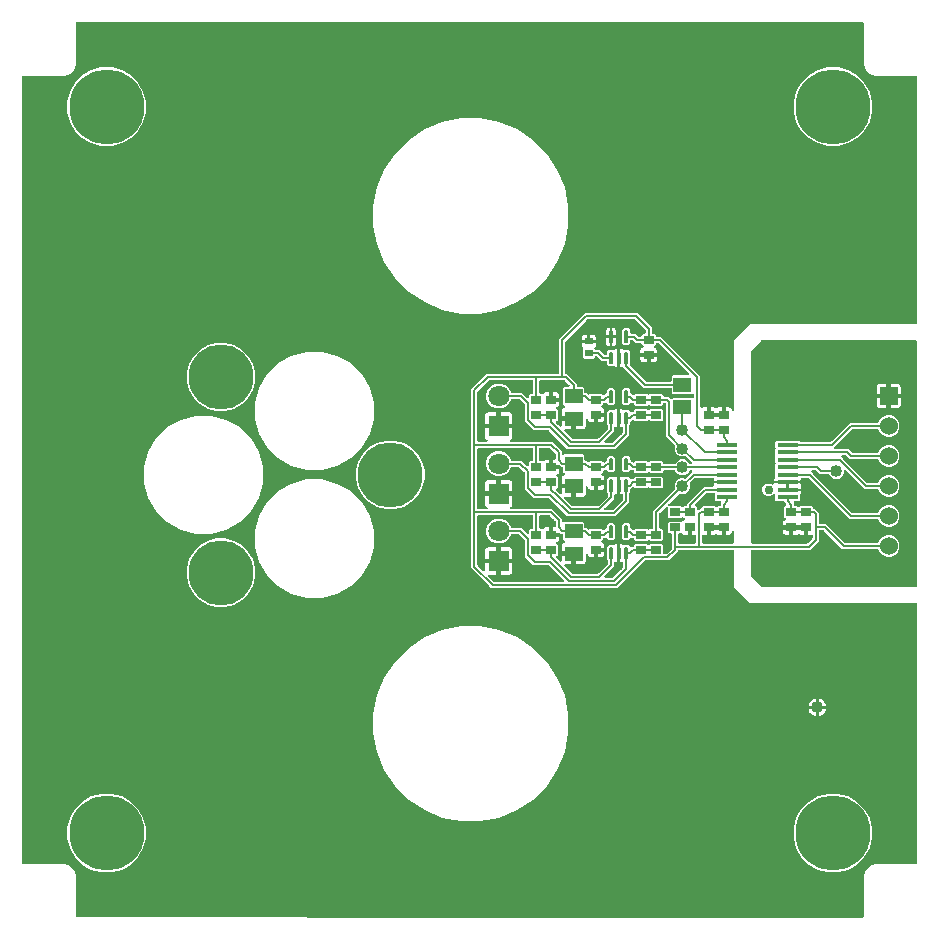
<source format=gbr>
G04 EAGLE Gerber RS-274X export*
G75*
%MOMM*%
%FSLAX34Y34*%
%LPD*%
%INTop Copper*%
%IPPOS*%
%AMOC8*
5,1,8,0,0,1.08239X$1,22.5*%
G01*
%ADD10C,0.201400*%
%ADD11R,0.700000X0.600000*%
%ADD12R,0.900000X0.700000*%
%ADD13R,1.803400X0.355600*%
%ADD14C,1.018000*%
%ADD15R,1.500000X1.300000*%
%ADD16R,1.800000X1.800000*%
%ADD17C,1.800000*%
%ADD18C,5.500000*%
%ADD19R,1.524000X1.524000*%
%ADD20C,1.524000*%
%ADD21C,6.350000*%
%ADD22C,0.203200*%
%ADD23C,0.756400*%
%ADD24C,0.203200*%

G36*
X787866Y75931D02*
X787866Y75931D01*
X787924Y75929D01*
X788006Y75951D01*
X788090Y75963D01*
X788143Y75986D01*
X788199Y76001D01*
X788272Y76044D01*
X788349Y76079D01*
X788394Y76117D01*
X788444Y76146D01*
X788502Y76208D01*
X788566Y76262D01*
X788598Y76311D01*
X788638Y76354D01*
X788677Y76429D01*
X788724Y76499D01*
X788741Y76555D01*
X788768Y76607D01*
X788779Y76675D01*
X788809Y76770D01*
X788812Y76870D01*
X788823Y76938D01*
X788823Y112223D01*
X790525Y116331D01*
X793669Y119475D01*
X797777Y121177D01*
X832808Y121177D01*
X832866Y121185D01*
X832924Y121183D01*
X833006Y121205D01*
X833090Y121217D01*
X833143Y121240D01*
X833199Y121255D01*
X833272Y121298D01*
X833349Y121333D01*
X833394Y121371D01*
X833444Y121400D01*
X833502Y121462D01*
X833566Y121516D01*
X833598Y121565D01*
X833638Y121608D01*
X833677Y121683D01*
X833724Y121753D01*
X833741Y121809D01*
X833768Y121861D01*
X833779Y121929D01*
X833809Y122024D01*
X833812Y122124D01*
X833823Y122192D01*
X833823Y341376D01*
X833815Y341434D01*
X833817Y341492D01*
X833795Y341574D01*
X833783Y341658D01*
X833760Y341711D01*
X833745Y341767D01*
X833702Y341840D01*
X833667Y341917D01*
X833629Y341962D01*
X833600Y342012D01*
X833538Y342070D01*
X833484Y342134D01*
X833435Y342166D01*
X833392Y342206D01*
X833317Y342245D01*
X833247Y342292D01*
X833191Y342309D01*
X833139Y342336D01*
X833071Y342347D01*
X832976Y342377D01*
X832876Y342380D01*
X832808Y342391D01*
X691939Y342391D01*
X691344Y342986D01*
X691344Y342987D01*
X678941Y355389D01*
X678941Y386566D01*
X678933Y386624D01*
X678935Y386682D01*
X678913Y386764D01*
X678901Y386848D01*
X678878Y386901D01*
X678863Y386957D01*
X678820Y387030D01*
X678785Y387107D01*
X678747Y387152D01*
X678718Y387202D01*
X678656Y387260D01*
X678602Y387324D01*
X678553Y387356D01*
X678510Y387396D01*
X678435Y387435D01*
X678365Y387482D01*
X678309Y387499D01*
X678257Y387526D01*
X678189Y387537D01*
X678094Y387567D01*
X677994Y387570D01*
X677926Y387581D01*
X632206Y387581D01*
X632148Y387573D01*
X632090Y387575D01*
X632008Y387553D01*
X631924Y387541D01*
X631871Y387518D01*
X631815Y387503D01*
X631742Y387460D01*
X631665Y387425D01*
X631620Y387387D01*
X631570Y387358D01*
X631512Y387296D01*
X631448Y387242D01*
X631416Y387193D01*
X631376Y387150D01*
X631337Y387075D01*
X631290Y387005D01*
X631273Y386949D01*
X631246Y386897D01*
X631235Y386829D01*
X631205Y386734D01*
X631202Y386634D01*
X631191Y386566D01*
X631191Y386298D01*
X629405Y384512D01*
X623352Y378459D01*
X603624Y378459D01*
X603537Y378447D01*
X603450Y378444D01*
X603397Y378427D01*
X603342Y378419D01*
X603262Y378384D01*
X603179Y378357D01*
X603140Y378329D01*
X603083Y378303D01*
X602969Y378207D01*
X602906Y378162D01*
X579813Y355069D01*
X473267Y355069D01*
X471482Y356855D01*
X458130Y370207D01*
X456344Y371992D01*
X456344Y523358D01*
X468927Y535941D01*
X529844Y535941D01*
X529902Y535949D01*
X529960Y535947D01*
X530042Y535969D01*
X530126Y535981D01*
X530179Y536004D01*
X530235Y536019D01*
X530308Y536062D01*
X530385Y536097D01*
X530430Y536135D01*
X530480Y536164D01*
X530538Y536226D01*
X530602Y536280D01*
X530634Y536329D01*
X530674Y536372D01*
X530713Y536447D01*
X530760Y536517D01*
X530777Y536573D01*
X530804Y536625D01*
X530815Y536693D01*
X530845Y536788D01*
X530848Y536888D01*
X530859Y536956D01*
X530859Y565874D01*
X552504Y587519D01*
X597174Y587519D01*
X606088Y578605D01*
X607180Y577513D01*
X608966Y575727D01*
X608966Y571340D01*
X608973Y571286D01*
X608972Y571248D01*
X608973Y571246D01*
X608972Y571224D01*
X608994Y571142D01*
X609006Y571058D01*
X609029Y571005D01*
X609044Y570949D01*
X609087Y570876D01*
X609122Y570799D01*
X609160Y570754D01*
X609189Y570704D01*
X609251Y570646D01*
X609305Y570582D01*
X609354Y570550D01*
X609397Y570510D01*
X609472Y570471D01*
X609542Y570424D01*
X609598Y570407D01*
X609650Y570380D01*
X609718Y570369D01*
X609813Y570339D01*
X609913Y570336D01*
X609981Y570325D01*
X611557Y570325D01*
X612450Y569432D01*
X612450Y568856D01*
X612458Y568798D01*
X612456Y568740D01*
X612478Y568658D01*
X612490Y568574D01*
X612513Y568521D01*
X612528Y568465D01*
X612571Y568392D01*
X612606Y568315D01*
X612644Y568270D01*
X612673Y568220D01*
X612735Y568162D01*
X612789Y568098D01*
X612838Y568066D01*
X612881Y568026D01*
X612956Y567987D01*
X613026Y567940D01*
X613082Y567923D01*
X613134Y567896D01*
X613202Y567885D01*
X613297Y567855D01*
X613397Y567852D01*
X613465Y567841D01*
X616852Y567841D01*
X650241Y534452D01*
X650241Y508558D01*
X650246Y508519D01*
X650244Y508480D01*
X650266Y508379D01*
X650281Y508276D01*
X650297Y508241D01*
X650305Y508202D01*
X650355Y508111D01*
X650397Y508017D01*
X650422Y507987D01*
X650441Y507953D01*
X650514Y507879D01*
X650580Y507800D01*
X650613Y507778D01*
X650641Y507750D01*
X650731Y507700D01*
X650817Y507642D01*
X650854Y507631D01*
X650889Y507611D01*
X650990Y507588D01*
X651088Y507557D01*
X651127Y507556D01*
X651166Y507547D01*
X651269Y507552D01*
X651372Y507549D01*
X651410Y507559D01*
X651449Y507561D01*
X651522Y507589D01*
X651647Y507621D01*
X651710Y507658D01*
X652391Y507841D01*
X655476Y507841D01*
X655476Y502534D01*
X655484Y502476D01*
X655482Y502418D01*
X655504Y502336D01*
X655516Y502253D01*
X655539Y502199D01*
X655554Y502143D01*
X655597Y502070D01*
X655632Y501993D01*
X655670Y501949D01*
X655699Y501898D01*
X655761Y501841D01*
X655815Y501776D01*
X655864Y501744D01*
X655907Y501704D01*
X655982Y501665D01*
X656052Y501619D01*
X656108Y501601D01*
X656160Y501574D01*
X656228Y501563D01*
X656323Y501533D01*
X656423Y501530D01*
X656491Y501519D01*
X656944Y501519D01*
X656944Y501066D01*
X656952Y501008D01*
X656951Y500950D01*
X656972Y500868D01*
X656984Y500784D01*
X657008Y500731D01*
X657022Y500675D01*
X657066Y500602D01*
X657100Y500525D01*
X657138Y500480D01*
X657168Y500430D01*
X657229Y500372D01*
X657284Y500308D01*
X657332Y500276D01*
X657375Y500236D01*
X657450Y500197D01*
X657520Y500150D01*
X657576Y500133D01*
X657628Y500106D01*
X657696Y500095D01*
X657791Y500065D01*
X657891Y500062D01*
X657959Y500051D01*
X669191Y500051D01*
X669249Y500059D01*
X669307Y500057D01*
X669389Y500079D01*
X669472Y500091D01*
X669526Y500114D01*
X669582Y500129D01*
X669655Y500172D01*
X669732Y500207D01*
X669776Y500245D01*
X669827Y500274D01*
X669884Y500336D01*
X669949Y500390D01*
X669981Y500439D01*
X670021Y500482D01*
X670060Y500557D01*
X670106Y500627D01*
X670124Y500683D01*
X670151Y500735D01*
X670162Y500803D01*
X670192Y500898D01*
X670195Y500998D01*
X670206Y501066D01*
X670206Y501519D01*
X670659Y501519D01*
X670717Y501527D01*
X670775Y501526D01*
X670857Y501547D01*
X670941Y501559D01*
X670994Y501583D01*
X671050Y501597D01*
X671123Y501641D01*
X671200Y501675D01*
X671245Y501713D01*
X671295Y501743D01*
X671353Y501804D01*
X671417Y501859D01*
X671449Y501907D01*
X671489Y501950D01*
X671528Y502025D01*
X671575Y502095D01*
X671592Y502151D01*
X671619Y502203D01*
X671630Y502271D01*
X671660Y502366D01*
X671663Y502466D01*
X671674Y502534D01*
X671674Y507841D01*
X674759Y507841D01*
X675406Y507668D01*
X675985Y507333D01*
X676458Y506860D01*
X676793Y506281D01*
X676945Y505710D01*
X676949Y505701D01*
X676951Y505692D01*
X677005Y505571D01*
X677057Y505449D01*
X677063Y505441D01*
X677067Y505432D01*
X677152Y505331D01*
X677236Y505228D01*
X677244Y505223D01*
X677251Y505215D01*
X677361Y505142D01*
X677470Y505066D01*
X677479Y505063D01*
X677487Y505058D01*
X677614Y505018D01*
X677739Y504975D01*
X677749Y504975D01*
X677758Y504972D01*
X677891Y504969D01*
X678023Y504963D01*
X678033Y504965D01*
X678042Y504965D01*
X678171Y504998D01*
X678299Y505029D01*
X678308Y505034D01*
X678317Y505036D01*
X678431Y505104D01*
X678547Y505170D01*
X678553Y505177D01*
X678562Y505182D01*
X678653Y505279D01*
X678745Y505373D01*
X678750Y505382D01*
X678756Y505389D01*
X678817Y505508D01*
X678879Y505624D01*
X678881Y505633D01*
X678886Y505642D01*
X678895Y505698D01*
X678939Y505902D01*
X678935Y505938D01*
X678941Y505973D01*
X678941Y565361D01*
X691939Y578359D01*
X832808Y578359D01*
X832866Y578367D01*
X832924Y578365D01*
X833006Y578387D01*
X833090Y578399D01*
X833143Y578422D01*
X833199Y578437D01*
X833272Y578480D01*
X833349Y578515D01*
X833394Y578553D01*
X833444Y578582D01*
X833502Y578644D01*
X833566Y578698D01*
X833598Y578747D01*
X833638Y578790D01*
X833677Y578865D01*
X833724Y578935D01*
X833741Y578991D01*
X833768Y579043D01*
X833779Y579111D01*
X833809Y579206D01*
X833812Y579306D01*
X833823Y579374D01*
X833823Y787808D01*
X833815Y787866D01*
X833817Y787924D01*
X833795Y788006D01*
X833783Y788090D01*
X833760Y788143D01*
X833745Y788199D01*
X833702Y788272D01*
X833667Y788349D01*
X833629Y788394D01*
X833600Y788444D01*
X833538Y788502D01*
X833484Y788566D01*
X833435Y788598D01*
X833392Y788638D01*
X833317Y788677D01*
X833247Y788724D01*
X833191Y788741D01*
X833139Y788768D01*
X833071Y788779D01*
X832976Y788809D01*
X832876Y788812D01*
X832808Y788823D01*
X797777Y788823D01*
X793669Y790525D01*
X790525Y793669D01*
X788823Y797777D01*
X788823Y832808D01*
X788815Y832866D01*
X788817Y832924D01*
X788795Y833006D01*
X788783Y833090D01*
X788760Y833143D01*
X788745Y833199D01*
X788702Y833272D01*
X788667Y833349D01*
X788629Y833394D01*
X788600Y833444D01*
X788538Y833502D01*
X788484Y833566D01*
X788435Y833598D01*
X788392Y833638D01*
X788317Y833677D01*
X788247Y833724D01*
X788191Y833741D01*
X788139Y833768D01*
X788071Y833779D01*
X787976Y833809D01*
X787876Y833812D01*
X787808Y833823D01*
X122192Y833823D01*
X122134Y833815D01*
X122076Y833817D01*
X121994Y833795D01*
X121910Y833783D01*
X121857Y833760D01*
X121801Y833745D01*
X121728Y833702D01*
X121651Y833667D01*
X121606Y833629D01*
X121556Y833600D01*
X121498Y833538D01*
X121434Y833484D01*
X121402Y833435D01*
X121362Y833392D01*
X121323Y833317D01*
X121276Y833247D01*
X121259Y833191D01*
X121232Y833139D01*
X121221Y833071D01*
X121191Y832976D01*
X121188Y832876D01*
X121177Y832808D01*
X121177Y797777D01*
X119475Y793669D01*
X116331Y790525D01*
X112223Y788823D01*
X77192Y788823D01*
X77134Y788815D01*
X77076Y788817D01*
X76994Y788795D01*
X76910Y788783D01*
X76857Y788760D01*
X76801Y788745D01*
X76728Y788702D01*
X76651Y788667D01*
X76606Y788629D01*
X76556Y788600D01*
X76498Y788538D01*
X76434Y788484D01*
X76402Y788435D01*
X76362Y788392D01*
X76323Y788317D01*
X76276Y788247D01*
X76259Y788191D01*
X76232Y788139D01*
X76221Y788071D01*
X76191Y787976D01*
X76188Y787876D01*
X76177Y787808D01*
X76177Y122192D01*
X76185Y122134D01*
X76183Y122076D01*
X76205Y121994D01*
X76217Y121910D01*
X76240Y121857D01*
X76255Y121801D01*
X76298Y121728D01*
X76333Y121651D01*
X76371Y121606D01*
X76400Y121556D01*
X76462Y121498D01*
X76516Y121434D01*
X76565Y121402D01*
X76608Y121362D01*
X76683Y121323D01*
X76753Y121276D01*
X76809Y121259D01*
X76861Y121232D01*
X76929Y121221D01*
X77024Y121191D01*
X77124Y121188D01*
X77192Y121177D01*
X112223Y121177D01*
X116331Y119475D01*
X119475Y116331D01*
X121177Y112223D01*
X121177Y77192D01*
X121185Y77134D01*
X121183Y77076D01*
X121205Y76994D01*
X121217Y76910D01*
X121240Y76857D01*
X121255Y76801D01*
X121298Y76728D01*
X121333Y76651D01*
X121371Y76606D01*
X121400Y76556D01*
X121462Y76498D01*
X121516Y76434D01*
X121565Y76402D01*
X121608Y76362D01*
X121683Y76323D01*
X121753Y76276D01*
X121809Y76259D01*
X121861Y76232D01*
X121929Y76221D01*
X122024Y76191D01*
X122124Y76188D01*
X122192Y76177D01*
X317223Y76177D01*
X317650Y76000D01*
X317680Y75992D01*
X317707Y75978D01*
X317785Y75965D01*
X317925Y75929D01*
X317989Y75931D01*
X318038Y75923D01*
X787808Y75923D01*
X787866Y75931D01*
G37*
G36*
X832866Y356117D02*
X832866Y356117D01*
X832924Y356115D01*
X833006Y356137D01*
X833090Y356149D01*
X833143Y356172D01*
X833199Y356187D01*
X833272Y356230D01*
X833349Y356265D01*
X833394Y356303D01*
X833444Y356332D01*
X833502Y356394D01*
X833566Y356448D01*
X833598Y356497D01*
X833638Y356540D01*
X833677Y356615D01*
X833724Y356685D01*
X833741Y356741D01*
X833768Y356793D01*
X833779Y356861D01*
X833809Y356956D01*
X833812Y357056D01*
X833823Y357124D01*
X833823Y563626D01*
X833815Y563684D01*
X833817Y563742D01*
X833795Y563824D01*
X833783Y563908D01*
X833760Y563961D01*
X833745Y564017D01*
X833702Y564090D01*
X833667Y564167D01*
X833629Y564212D01*
X833600Y564262D01*
X833538Y564320D01*
X833484Y564384D01*
X833435Y564416D01*
X833392Y564456D01*
X833317Y564495D01*
X833247Y564542D01*
X833191Y564559D01*
X833139Y564586D01*
X833071Y564597D01*
X832976Y564627D01*
X832876Y564630D01*
X832808Y564641D01*
X702306Y564641D01*
X702220Y564629D01*
X702132Y564626D01*
X702080Y564609D01*
X702025Y564601D01*
X701945Y564566D01*
X701862Y564539D01*
X701822Y564511D01*
X701765Y564485D01*
X701652Y564389D01*
X701588Y564344D01*
X692956Y555712D01*
X692904Y555642D01*
X692844Y555578D01*
X692818Y555529D01*
X692785Y555484D01*
X692754Y555403D01*
X692714Y555325D01*
X692706Y555277D01*
X692684Y555219D01*
X692672Y555071D01*
X692659Y554994D01*
X692659Y393678D01*
X692667Y393623D01*
X692665Y393580D01*
X692666Y393578D01*
X692665Y393562D01*
X692687Y393480D01*
X692699Y393396D01*
X692722Y393343D01*
X692737Y393287D01*
X692780Y393214D01*
X692815Y393137D01*
X692853Y393092D01*
X692882Y393042D01*
X692944Y392984D01*
X692998Y392920D01*
X693047Y392888D01*
X693090Y392848D01*
X693165Y392809D01*
X693235Y392762D01*
X693291Y392745D01*
X693343Y392718D01*
X693411Y392707D01*
X693506Y392677D01*
X693606Y392674D01*
X693674Y392663D01*
X740490Y392663D01*
X740576Y392675D01*
X740664Y392678D01*
X740716Y392695D01*
X740771Y392703D01*
X740851Y392738D01*
X740934Y392765D01*
X740974Y392793D01*
X741031Y392819D01*
X741144Y392915D01*
X741208Y392960D01*
X744949Y396702D01*
X745002Y396772D01*
X745062Y396836D01*
X745087Y396885D01*
X745120Y396929D01*
X745151Y397011D01*
X745191Y397089D01*
X745199Y397136D01*
X745222Y397195D01*
X745234Y397342D01*
X745247Y397420D01*
X745247Y399194D01*
X745239Y399252D01*
X745240Y399310D01*
X745219Y399392D01*
X745207Y399476D01*
X745183Y399529D01*
X745168Y399585D01*
X745125Y399658D01*
X745091Y399735D01*
X745053Y399780D01*
X745023Y399830D01*
X744961Y399888D01*
X744907Y399952D01*
X744858Y399984D01*
X744816Y400024D01*
X744741Y400063D01*
X744670Y400110D01*
X744615Y400127D01*
X744563Y400154D01*
X744495Y400165D01*
X744399Y400195D01*
X744300Y400198D01*
X744232Y400209D01*
X741524Y400209D01*
X741524Y405516D01*
X741516Y405574D01*
X741518Y405632D01*
X741496Y405714D01*
X741484Y405797D01*
X741461Y405851D01*
X741446Y405907D01*
X741403Y405980D01*
X741368Y406057D01*
X741330Y406101D01*
X741301Y406152D01*
X741239Y406209D01*
X741185Y406274D01*
X741136Y406306D01*
X741093Y406346D01*
X741018Y406385D01*
X740948Y406431D01*
X740892Y406449D01*
X740840Y406476D01*
X740772Y406487D01*
X740677Y406517D01*
X740577Y406520D01*
X740509Y406531D01*
X740056Y406531D01*
X740056Y406984D01*
X740048Y407042D01*
X740049Y407100D01*
X740028Y407182D01*
X740016Y407266D01*
X739992Y407319D01*
X739978Y407375D01*
X739934Y407448D01*
X739900Y407525D01*
X739862Y407570D01*
X739832Y407620D01*
X739771Y407678D01*
X739716Y407742D01*
X739668Y407774D01*
X739625Y407814D01*
X739550Y407853D01*
X739480Y407900D01*
X739424Y407917D01*
X739372Y407944D01*
X739304Y407955D01*
X739209Y407985D01*
X739109Y407988D01*
X739041Y407999D01*
X727809Y407999D01*
X727751Y407991D01*
X727693Y407993D01*
X727611Y407971D01*
X727528Y407959D01*
X727474Y407936D01*
X727418Y407921D01*
X727345Y407878D01*
X727268Y407843D01*
X727224Y407805D01*
X727173Y407776D01*
X727116Y407714D01*
X727072Y407677D01*
X727071Y407678D01*
X727016Y407742D01*
X726968Y407774D01*
X726925Y407814D01*
X726850Y407853D01*
X726780Y407900D01*
X726724Y407917D01*
X726672Y407944D01*
X726604Y407955D01*
X726509Y407985D01*
X726409Y407988D01*
X726341Y407999D01*
X720034Y407999D01*
X720034Y410084D01*
X720207Y410731D01*
X720542Y411310D01*
X721015Y411783D01*
X721594Y412118D01*
X722012Y412229D01*
X722021Y412233D01*
X722030Y412235D01*
X722151Y412289D01*
X722273Y412341D01*
X722281Y412347D01*
X722290Y412351D01*
X722391Y412436D01*
X722494Y412520D01*
X722499Y412528D01*
X722507Y412535D01*
X722580Y412645D01*
X722656Y412754D01*
X722659Y412763D01*
X722664Y412771D01*
X722704Y412898D01*
X722747Y413023D01*
X722747Y413033D01*
X722750Y413042D01*
X722753Y413175D01*
X722759Y413307D01*
X722757Y413317D01*
X722757Y413326D01*
X722724Y413455D01*
X722693Y413583D01*
X722688Y413592D01*
X722686Y413601D01*
X722618Y413715D01*
X722552Y413831D01*
X722545Y413837D01*
X722540Y413846D01*
X722443Y413937D01*
X722349Y414029D01*
X722340Y414034D01*
X722333Y414040D01*
X722214Y414101D01*
X722098Y414163D01*
X722089Y414165D01*
X722080Y414170D01*
X722024Y414179D01*
X721980Y414189D01*
X721050Y415118D01*
X721050Y423382D01*
X721943Y424275D01*
X722206Y424275D01*
X722235Y424279D01*
X722264Y424276D01*
X722375Y424299D01*
X722488Y424315D01*
X722514Y424327D01*
X722543Y424332D01*
X722644Y424385D01*
X722747Y424431D01*
X722769Y424450D01*
X722795Y424463D01*
X722878Y424541D01*
X722964Y424614D01*
X722980Y424639D01*
X723002Y424659D01*
X723059Y424757D01*
X723122Y424851D01*
X723130Y424879D01*
X723145Y424904D01*
X723173Y425014D01*
X723207Y425122D01*
X723208Y425152D01*
X723215Y425180D01*
X723212Y425293D01*
X723215Y425406D01*
X723207Y425435D01*
X723206Y425464D01*
X723171Y425572D01*
X723143Y425681D01*
X723128Y425707D01*
X723119Y425735D01*
X723073Y425799D01*
X722998Y425926D01*
X722952Y425969D01*
X722924Y426008D01*
X721486Y427446D01*
X721486Y427482D01*
X721478Y427540D01*
X721480Y427598D01*
X721458Y427680D01*
X721446Y427764D01*
X721423Y427817D01*
X721408Y427873D01*
X721365Y427946D01*
X721330Y428023D01*
X721292Y428068D01*
X721263Y428118D01*
X721201Y428176D01*
X721147Y428240D01*
X721098Y428272D01*
X721055Y428312D01*
X720980Y428351D01*
X720910Y428398D01*
X720854Y428415D01*
X720802Y428442D01*
X720734Y428453D01*
X720639Y428483D01*
X720539Y428486D01*
X720471Y428497D01*
X714378Y428497D01*
X713485Y429390D01*
X713485Y433654D01*
X713481Y433684D01*
X713484Y433713D01*
X713461Y433824D01*
X713445Y433936D01*
X713433Y433963D01*
X713428Y433991D01*
X713375Y434092D01*
X713329Y434195D01*
X713310Y434218D01*
X713297Y434244D01*
X713219Y434326D01*
X713146Y434412D01*
X713121Y434429D01*
X713101Y434450D01*
X713003Y434507D01*
X712909Y434570D01*
X712881Y434579D01*
X712856Y434594D01*
X712746Y434622D01*
X712638Y434656D01*
X712608Y434656D01*
X712580Y434664D01*
X712467Y434660D01*
X712354Y434663D01*
X712325Y434656D01*
X712296Y434655D01*
X712188Y434620D01*
X712079Y434591D01*
X712053Y434576D01*
X712025Y434567D01*
X711961Y434522D01*
X711834Y434446D01*
X711791Y434400D01*
X711752Y434372D01*
X711031Y433651D01*
X709081Y432843D01*
X706969Y432843D01*
X705019Y433651D01*
X703526Y435144D01*
X702718Y437094D01*
X702718Y439206D01*
X703526Y441156D01*
X705019Y442649D01*
X706969Y443457D01*
X709081Y443457D01*
X711065Y442635D01*
X711177Y442606D01*
X711286Y442571D01*
X711314Y442570D01*
X711341Y442564D01*
X711455Y442567D01*
X711570Y442564D01*
X711597Y442571D01*
X711625Y442572D01*
X711734Y442607D01*
X711845Y442636D01*
X711869Y442650D01*
X711896Y442658D01*
X711991Y442722D01*
X712090Y442781D01*
X712109Y442801D01*
X712132Y442817D01*
X712206Y442905D01*
X712284Y442988D01*
X712297Y443013D01*
X712315Y443034D01*
X712361Y443139D01*
X712414Y443241D01*
X712418Y443266D01*
X712430Y443294D01*
X712457Y443485D01*
X723012Y443485D01*
X723012Y438150D01*
X723020Y438092D01*
X723018Y438034D01*
X723040Y437952D01*
X723051Y437869D01*
X723075Y437815D01*
X723090Y437759D01*
X723133Y437686D01*
X723168Y437609D01*
X723205Y437565D01*
X723235Y437515D01*
X723236Y437514D01*
X723297Y437457D01*
X723351Y437392D01*
X723352Y437392D01*
X723400Y437360D01*
X723443Y437319D01*
X723518Y437281D01*
X723588Y437234D01*
X723644Y437217D01*
X723696Y437190D01*
X723764Y437179D01*
X723859Y437149D01*
X723959Y437146D01*
X724027Y437135D01*
X735585Y437135D01*
X735585Y436038D01*
X735412Y435391D01*
X735077Y434812D01*
X734866Y434601D01*
X734814Y434531D01*
X734754Y434467D01*
X734728Y434418D01*
X734695Y434374D01*
X734664Y434292D01*
X734624Y434214D01*
X734616Y434167D01*
X734594Y434108D01*
X734582Y433960D01*
X734569Y433883D01*
X734569Y429390D01*
X733676Y428497D01*
X730072Y428497D01*
X730043Y428493D01*
X730014Y428496D01*
X729902Y428473D01*
X729790Y428457D01*
X729764Y428445D01*
X729735Y428440D01*
X729634Y428387D01*
X729531Y428341D01*
X729509Y428322D01*
X729483Y428309D01*
X729400Y428231D01*
X729314Y428158D01*
X729298Y428133D01*
X729276Y428113D01*
X729219Y428015D01*
X729156Y427921D01*
X729148Y427893D01*
X729133Y427868D01*
X729105Y427758D01*
X729071Y427650D01*
X729070Y427620D01*
X729063Y427592D01*
X729066Y427479D01*
X729063Y427366D01*
X729071Y427337D01*
X729072Y427308D01*
X729107Y427200D01*
X729135Y427091D01*
X729150Y427065D01*
X729159Y427037D01*
X729205Y426973D01*
X729280Y426846D01*
X729326Y426803D01*
X729354Y426764D01*
X729616Y426502D01*
X729616Y425290D01*
X729624Y425232D01*
X729622Y425174D01*
X729644Y425092D01*
X729656Y425008D01*
X729679Y424955D01*
X729694Y424899D01*
X729737Y424826D01*
X729772Y424749D01*
X729810Y424704D01*
X729839Y424654D01*
X729901Y424596D01*
X729955Y424532D01*
X730004Y424500D01*
X730047Y424460D01*
X730122Y424421D01*
X730192Y424374D01*
X730248Y424357D01*
X730300Y424330D01*
X730368Y424319D01*
X730463Y424289D01*
X730563Y424286D01*
X730631Y424275D01*
X732207Y424275D01*
X732707Y423774D01*
X732754Y423739D01*
X732794Y423697D01*
X732867Y423654D01*
X732934Y423603D01*
X732989Y423582D01*
X733039Y423553D01*
X733121Y423532D01*
X733200Y423502D01*
X733258Y423497D01*
X733315Y423483D01*
X733399Y423486D01*
X733483Y423479D01*
X733541Y423490D01*
X733599Y423492D01*
X733679Y423518D01*
X733762Y423534D01*
X733814Y423561D01*
X733870Y423579D01*
X733926Y423619D01*
X734014Y423665D01*
X734087Y423734D01*
X734143Y423774D01*
X734643Y424275D01*
X744907Y424275D01*
X745800Y423382D01*
X745800Y422806D01*
X745808Y422748D01*
X745806Y422690D01*
X745828Y422608D01*
X745840Y422524D01*
X745863Y422471D01*
X745878Y422415D01*
X745921Y422342D01*
X745956Y422265D01*
X745994Y422220D01*
X746023Y422170D01*
X746085Y422112D01*
X746139Y422048D01*
X746188Y422016D01*
X746231Y421976D01*
X746306Y421937D01*
X746376Y421890D01*
X746432Y421873D01*
X746484Y421846D01*
X746552Y421835D01*
X746647Y421805D01*
X746747Y421802D01*
X746815Y421791D01*
X747177Y421791D01*
X750328Y418640D01*
X750328Y409956D01*
X750336Y409898D01*
X750335Y409840D01*
X750356Y409758D01*
X750368Y409674D01*
X750392Y409621D01*
X750407Y409565D01*
X750450Y409492D01*
X750484Y409415D01*
X750522Y409370D01*
X750552Y409320D01*
X750614Y409262D01*
X750668Y409198D01*
X750717Y409166D01*
X750759Y409126D01*
X750834Y409087D01*
X750905Y409040D01*
X750960Y409023D01*
X751012Y408996D01*
X751080Y408985D01*
X751176Y408955D01*
X751275Y408952D01*
X751343Y408941D01*
X756702Y408941D01*
X772280Y393363D01*
X772350Y393311D01*
X772414Y393251D01*
X772463Y393225D01*
X772507Y393192D01*
X772589Y393161D01*
X772667Y393121D01*
X772714Y393113D01*
X772773Y393091D01*
X772921Y393079D01*
X772998Y393066D01*
X800101Y393066D01*
X800102Y393066D01*
X800104Y393066D01*
X800244Y393086D01*
X800382Y393106D01*
X800384Y393106D01*
X800385Y393106D01*
X800511Y393163D01*
X800642Y393222D01*
X800643Y393223D01*
X800644Y393224D01*
X800752Y393315D01*
X800859Y393405D01*
X800860Y393407D01*
X800861Y393408D01*
X800869Y393421D01*
X801016Y393642D01*
X801026Y393671D01*
X801039Y393692D01*
X801872Y395705D01*
X804445Y398278D01*
X807806Y399670D01*
X811444Y399670D01*
X814805Y398278D01*
X817378Y395705D01*
X818770Y392344D01*
X818770Y388706D01*
X817378Y385345D01*
X814805Y382772D01*
X811444Y381380D01*
X807806Y381380D01*
X804445Y382772D01*
X801872Y385345D01*
X801039Y387358D01*
X801038Y387359D01*
X801038Y387360D01*
X800966Y387481D01*
X800894Y387602D01*
X800893Y387603D01*
X800892Y387605D01*
X800788Y387702D01*
X800688Y387798D01*
X800686Y387798D01*
X800685Y387799D01*
X800559Y387864D01*
X800435Y387928D01*
X800433Y387928D01*
X800432Y387929D01*
X800417Y387931D01*
X800156Y387983D01*
X800126Y387980D01*
X800101Y387984D01*
X770473Y387984D01*
X754895Y403562D01*
X754825Y403614D01*
X754761Y403674D01*
X754712Y403700D01*
X754668Y403733D01*
X754586Y403764D01*
X754508Y403804D01*
X754461Y403812D01*
X754402Y403834D01*
X754254Y403846D01*
X754177Y403859D01*
X751343Y403859D01*
X751286Y403851D01*
X751227Y403853D01*
X751146Y403831D01*
X751062Y403819D01*
X751009Y403796D01*
X750952Y403781D01*
X750880Y403738D01*
X750803Y403703D01*
X750758Y403665D01*
X750708Y403636D01*
X750650Y403574D01*
X750586Y403520D01*
X750553Y403471D01*
X750513Y403428D01*
X750475Y403353D01*
X750428Y403283D01*
X750410Y403227D01*
X750384Y403175D01*
X750372Y403107D01*
X750342Y403012D01*
X750340Y402912D01*
X750328Y402844D01*
X750328Y394894D01*
X743015Y387581D01*
X693674Y387581D01*
X693616Y387573D01*
X693558Y387575D01*
X693476Y387553D01*
X693392Y387541D01*
X693339Y387518D01*
X693283Y387503D01*
X693210Y387460D01*
X693133Y387425D01*
X693088Y387387D01*
X693038Y387358D01*
X692980Y387296D01*
X692916Y387242D01*
X692884Y387193D01*
X692844Y387150D01*
X692805Y387075D01*
X692758Y387005D01*
X692741Y386949D01*
X692714Y386897D01*
X692703Y386829D01*
X692673Y386734D01*
X692670Y386634D01*
X692659Y386566D01*
X692659Y365756D01*
X692671Y365670D01*
X692674Y365582D01*
X692691Y365530D01*
X692699Y365475D01*
X692734Y365395D01*
X692761Y365312D01*
X692789Y365272D01*
X692815Y365215D01*
X692911Y365102D01*
X692956Y365038D01*
X701588Y356406D01*
X701658Y356354D01*
X701722Y356294D01*
X701771Y356268D01*
X701816Y356235D01*
X701897Y356204D01*
X701975Y356164D01*
X702023Y356156D01*
X702081Y356134D01*
X702229Y356122D01*
X702306Y356109D01*
X832808Y356109D01*
X832866Y356117D01*
G37*
%LPC*%
G36*
X447687Y587339D02*
X447687Y587339D01*
X431717Y590516D01*
X416673Y596747D01*
X403135Y605793D01*
X391621Y617307D01*
X382575Y630845D01*
X376344Y645889D01*
X373167Y661859D01*
X373167Y678141D01*
X376344Y694111D01*
X382575Y709155D01*
X391621Y722693D01*
X403135Y734207D01*
X416673Y743253D01*
X431717Y749484D01*
X447687Y752661D01*
X463969Y752661D01*
X479939Y749484D01*
X494983Y743253D01*
X508521Y734207D01*
X520035Y722693D01*
X529081Y709155D01*
X535312Y694111D01*
X538489Y678141D01*
X538489Y661859D01*
X535312Y645889D01*
X529081Y630845D01*
X520035Y617307D01*
X508521Y605793D01*
X494983Y596747D01*
X479939Y590516D01*
X463969Y587339D01*
X447687Y587339D01*
G37*
%LPD*%
%LPC*%
G36*
X447687Y157339D02*
X447687Y157339D01*
X431717Y160516D01*
X416673Y166747D01*
X403135Y175793D01*
X391621Y187307D01*
X382575Y200845D01*
X376344Y215889D01*
X373167Y231859D01*
X373167Y248141D01*
X376344Y264111D01*
X382575Y279155D01*
X391621Y292693D01*
X403135Y304207D01*
X416673Y313253D01*
X431717Y319484D01*
X447687Y322661D01*
X463969Y322661D01*
X479939Y319484D01*
X494983Y313253D01*
X508521Y304207D01*
X520035Y292693D01*
X529081Y279155D01*
X535312Y264111D01*
X538489Y248141D01*
X538489Y231859D01*
X535312Y215889D01*
X529081Y200845D01*
X520035Y187307D01*
X508521Y175793D01*
X494983Y166747D01*
X479939Y160516D01*
X463969Y157339D01*
X447687Y157339D01*
G37*
%LPD*%
G36*
X575901Y363719D02*
X575901Y363719D01*
X575989Y363722D01*
X576041Y363739D01*
X576096Y363747D01*
X576176Y363782D01*
X576259Y363809D01*
X576299Y363837D01*
X576356Y363863D01*
X576469Y363959D01*
X576533Y364004D01*
X584687Y372158D01*
X584739Y372228D01*
X584799Y372292D01*
X584825Y372341D01*
X584858Y372386D01*
X584889Y372467D01*
X584929Y372545D01*
X584937Y372593D01*
X584959Y372651D01*
X584971Y372799D01*
X584984Y372876D01*
X584984Y376072D01*
X584979Y376111D01*
X584981Y376150D01*
X584959Y376251D01*
X584944Y376354D01*
X584928Y376389D01*
X584920Y376428D01*
X584871Y376519D01*
X584828Y376613D01*
X584803Y376643D01*
X584784Y376677D01*
X584711Y376751D01*
X584645Y376830D01*
X584612Y376852D01*
X584585Y376880D01*
X584494Y376930D01*
X584408Y376988D01*
X584371Y377000D01*
X584337Y377019D01*
X584236Y377042D01*
X584137Y377074D01*
X584098Y377075D01*
X584060Y377083D01*
X583956Y377078D01*
X583853Y377081D01*
X583815Y377071D01*
X583776Y377069D01*
X583703Y377042D01*
X583578Y377009D01*
X583514Y376971D01*
X583461Y376951D01*
X583287Y376851D01*
X582385Y376609D01*
X582040Y376609D01*
X582040Y384600D01*
X582040Y392591D01*
X582385Y392591D01*
X583287Y392349D01*
X584096Y391882D01*
X584275Y391703D01*
X584322Y391668D01*
X584363Y391625D01*
X584435Y391582D01*
X584503Y391532D01*
X584557Y391511D01*
X584608Y391481D01*
X584690Y391461D01*
X584768Y391431D01*
X584827Y391426D01*
X584883Y391411D01*
X584968Y391414D01*
X585052Y391407D01*
X585109Y391418D01*
X585168Y391420D01*
X585248Y391446D01*
X585330Y391463D01*
X585382Y391490D01*
X585438Y391508D01*
X585494Y391548D01*
X585546Y391575D01*
X589467Y391575D01*
X591003Y390038D01*
X591073Y389986D01*
X591137Y389926D01*
X591186Y389900D01*
X591231Y389867D01*
X591312Y389836D01*
X591390Y389796D01*
X591438Y389788D01*
X591496Y389766D01*
X591644Y389754D01*
X591721Y389741D01*
X593035Y389741D01*
X593093Y389749D01*
X593151Y389747D01*
X593233Y389769D01*
X593317Y389781D01*
X593370Y389804D01*
X593426Y389819D01*
X593499Y389862D01*
X593576Y389897D01*
X593621Y389935D01*
X593671Y389964D01*
X593729Y390026D01*
X593793Y390080D01*
X593825Y390129D01*
X593865Y390172D01*
X593904Y390247D01*
X593951Y390317D01*
X593968Y390373D01*
X593995Y390425D01*
X594006Y390493D01*
X594036Y390588D01*
X594039Y390688D01*
X594050Y390756D01*
X594050Y391332D01*
X594943Y392225D01*
X605207Y392225D01*
X605707Y391724D01*
X605754Y391689D01*
X605794Y391647D01*
X605867Y391604D01*
X605934Y391553D01*
X605989Y391532D01*
X606039Y391503D01*
X606121Y391482D01*
X606200Y391452D01*
X606258Y391447D01*
X606315Y391433D01*
X606399Y391436D01*
X606483Y391429D01*
X606541Y391440D01*
X606599Y391442D01*
X606679Y391468D01*
X606762Y391484D01*
X606814Y391511D01*
X606870Y391529D01*
X606926Y391569D01*
X607014Y391615D01*
X607087Y391684D01*
X607143Y391724D01*
X607643Y392225D01*
X617907Y392225D01*
X618800Y391332D01*
X618800Y384556D01*
X618808Y384499D01*
X618806Y384442D01*
X618806Y384440D01*
X618828Y384358D01*
X618840Y384274D01*
X618863Y384221D01*
X618878Y384165D01*
X618921Y384092D01*
X618956Y384015D01*
X618994Y383970D01*
X619023Y383920D01*
X619085Y383862D01*
X619139Y383798D01*
X619188Y383766D01*
X619231Y383726D01*
X619306Y383687D01*
X619376Y383640D01*
X619432Y383623D01*
X619484Y383596D01*
X619552Y383585D01*
X619647Y383555D01*
X619747Y383552D01*
X619815Y383541D01*
X620827Y383541D01*
X620914Y383553D01*
X621001Y383556D01*
X621054Y383573D01*
X621109Y383581D01*
X621188Y383616D01*
X621272Y383643D01*
X621311Y383671D01*
X621368Y383697D01*
X621481Y383793D01*
X621545Y383838D01*
X625812Y388105D01*
X625864Y388175D01*
X625924Y388239D01*
X625950Y388288D01*
X625983Y388332D01*
X626014Y388414D01*
X626054Y388492D01*
X626062Y388539D01*
X626084Y388598D01*
X626096Y388746D01*
X626109Y388823D01*
X626109Y400210D01*
X626101Y400268D01*
X626103Y400326D01*
X626081Y400408D01*
X626069Y400492D01*
X626046Y400545D01*
X626031Y400601D01*
X625988Y400674D01*
X625953Y400751D01*
X625915Y400796D01*
X625886Y400846D01*
X625824Y400904D01*
X625770Y400968D01*
X625721Y401000D01*
X625678Y401040D01*
X625603Y401079D01*
X625533Y401126D01*
X625477Y401143D01*
X625425Y401170D01*
X625357Y401181D01*
X625262Y401211D01*
X625162Y401214D01*
X625094Y401225D01*
X623518Y401225D01*
X622625Y402118D01*
X622625Y410382D01*
X623518Y411275D01*
X633890Y411275D01*
X633896Y411271D01*
X633978Y411251D01*
X634056Y411221D01*
X634115Y411216D01*
X634171Y411201D01*
X634256Y411204D01*
X634340Y411197D01*
X634397Y411208D01*
X634456Y411210D01*
X634536Y411236D01*
X634618Y411253D01*
X634670Y411280D01*
X634726Y411298D01*
X634782Y411338D01*
X634871Y411384D01*
X634943Y411453D01*
X634999Y411493D01*
X635290Y411783D01*
X635869Y412118D01*
X636286Y412229D01*
X636296Y412233D01*
X636305Y412235D01*
X636426Y412289D01*
X636548Y412341D01*
X636556Y412347D01*
X636565Y412351D01*
X636665Y412436D01*
X636769Y412520D01*
X636774Y412528D01*
X636782Y412535D01*
X636855Y412645D01*
X636931Y412754D01*
X636934Y412763D01*
X636939Y412771D01*
X636979Y412898D01*
X637022Y413023D01*
X637022Y413033D01*
X637025Y413042D01*
X637028Y413175D01*
X637034Y413307D01*
X637032Y413317D01*
X637032Y413326D01*
X636999Y413454D01*
X636968Y413583D01*
X636963Y413592D01*
X636960Y413601D01*
X636893Y413715D01*
X636827Y413831D01*
X636820Y413837D01*
X636815Y413846D01*
X636719Y413936D01*
X636624Y414029D01*
X636615Y414034D01*
X636608Y414040D01*
X636490Y414101D01*
X636373Y414163D01*
X636364Y414165D01*
X636355Y414170D01*
X636299Y414179D01*
X636255Y414188D01*
X635718Y414726D01*
X635671Y414761D01*
X635631Y414803D01*
X635604Y414819D01*
X635591Y414831D01*
X635549Y414853D01*
X635491Y414897D01*
X635436Y414917D01*
X635386Y414947D01*
X635344Y414958D01*
X635338Y414961D01*
X635320Y414964D01*
X635304Y414968D01*
X635225Y414998D01*
X635167Y415003D01*
X635110Y415017D01*
X635026Y415014D01*
X635009Y415016D01*
X635007Y415016D01*
X635005Y415016D01*
X634942Y415021D01*
X634884Y415010D01*
X634826Y415008D01*
X634746Y414982D01*
X634730Y414979D01*
X634712Y414976D01*
X634707Y414974D01*
X634663Y414966D01*
X634611Y414939D01*
X634555Y414921D01*
X634502Y414882D01*
X634452Y414860D01*
X634440Y414850D01*
X634411Y414835D01*
X634338Y414766D01*
X634282Y414726D01*
X633782Y414225D01*
X623518Y414225D01*
X622625Y415118D01*
X622625Y422906D01*
X622621Y422935D01*
X622624Y422964D01*
X622601Y423075D01*
X622585Y423188D01*
X622573Y423214D01*
X622568Y423243D01*
X622516Y423344D01*
X622469Y423447D01*
X622450Y423469D01*
X622437Y423495D01*
X622359Y423577D01*
X622286Y423664D01*
X622261Y423680D01*
X622241Y423702D01*
X622143Y423759D01*
X622049Y423822D01*
X622021Y423830D01*
X621996Y423845D01*
X621886Y423873D01*
X621778Y423907D01*
X621748Y423908D01*
X621720Y423915D01*
X621607Y423912D01*
X621494Y423915D01*
X621465Y423907D01*
X621436Y423906D01*
X621328Y423871D01*
X621219Y423843D01*
X621193Y423828D01*
X621165Y423819D01*
X621102Y423773D01*
X620974Y423698D01*
X620931Y423652D01*
X620892Y423624D01*
X615613Y418345D01*
X615561Y418275D01*
X615501Y418211D01*
X615475Y418162D01*
X615442Y418118D01*
X615411Y418036D01*
X615371Y417958D01*
X615363Y417911D01*
X615341Y417852D01*
X615329Y417704D01*
X615316Y417627D01*
X615316Y406240D01*
X615324Y406182D01*
X615322Y406124D01*
X615344Y406042D01*
X615356Y405958D01*
X615379Y405905D01*
X615394Y405849D01*
X615437Y405776D01*
X615472Y405699D01*
X615510Y405654D01*
X615539Y405604D01*
X615601Y405546D01*
X615655Y405482D01*
X615704Y405450D01*
X615747Y405410D01*
X615822Y405371D01*
X615892Y405324D01*
X615948Y405307D01*
X616000Y405280D01*
X616068Y405269D01*
X616163Y405239D01*
X616263Y405236D01*
X616331Y405225D01*
X617907Y405225D01*
X618800Y404332D01*
X618800Y396068D01*
X617907Y395175D01*
X607643Y395175D01*
X607143Y395676D01*
X607096Y395711D01*
X607056Y395753D01*
X606983Y395796D01*
X606916Y395847D01*
X606861Y395867D01*
X606811Y395897D01*
X606729Y395918D01*
X606650Y395948D01*
X606592Y395953D01*
X606535Y395967D01*
X606451Y395964D01*
X606367Y395971D01*
X606309Y395960D01*
X606251Y395958D01*
X606171Y395932D01*
X606088Y395916D01*
X606036Y395889D01*
X605980Y395871D01*
X605924Y395831D01*
X605836Y395785D01*
X605763Y395716D01*
X605707Y395676D01*
X605207Y395175D01*
X594943Y395175D01*
X594050Y396068D01*
X594050Y396644D01*
X594042Y396702D01*
X594044Y396760D01*
X594022Y396842D01*
X594010Y396926D01*
X593987Y396979D01*
X593972Y397035D01*
X593929Y397108D01*
X593894Y397185D01*
X593856Y397230D01*
X593827Y397280D01*
X593765Y397338D01*
X593711Y397402D01*
X593662Y397434D01*
X593619Y397474D01*
X593544Y397513D01*
X593474Y397560D01*
X593418Y397577D01*
X593366Y397604D01*
X593298Y397615D01*
X593203Y397645D01*
X593103Y397648D01*
X593035Y397659D01*
X591721Y397659D01*
X591635Y397647D01*
X591547Y397644D01*
X591495Y397627D01*
X591440Y397619D01*
X591360Y397584D01*
X591277Y397557D01*
X591237Y397529D01*
X591180Y397503D01*
X591067Y397407D01*
X591003Y397362D01*
X589467Y395825D01*
X585583Y395825D01*
X584100Y397308D01*
X584100Y408292D01*
X585583Y409775D01*
X589467Y409775D01*
X590950Y408292D01*
X590950Y406356D01*
X590958Y406298D01*
X590956Y406240D01*
X590978Y406158D01*
X590990Y406074D01*
X591013Y406021D01*
X591028Y405965D01*
X591071Y405892D01*
X591106Y405815D01*
X591144Y405770D01*
X591173Y405720D01*
X591235Y405662D01*
X591289Y405598D01*
X591338Y405566D01*
X591381Y405526D01*
X591456Y405487D01*
X592613Y404330D01*
X592660Y404295D01*
X592700Y404253D01*
X592773Y404210D01*
X592840Y404159D01*
X592895Y404138D01*
X592945Y404109D01*
X593027Y404088D01*
X593106Y404058D01*
X593164Y404053D01*
X593221Y404039D01*
X593305Y404041D01*
X593389Y404034D01*
X593446Y404046D01*
X593505Y404048D01*
X593585Y404074D01*
X593668Y404090D01*
X593720Y404117D01*
X593775Y404135D01*
X593832Y404175D01*
X593920Y404221D01*
X593993Y404290D01*
X594049Y404330D01*
X594943Y405225D01*
X605207Y405225D01*
X605707Y404724D01*
X605754Y404689D01*
X605794Y404647D01*
X605867Y404604D01*
X605934Y404553D01*
X605989Y404532D01*
X606039Y404503D01*
X606121Y404482D01*
X606200Y404452D01*
X606258Y404447D01*
X606315Y404433D01*
X606399Y404436D01*
X606483Y404429D01*
X606541Y404440D01*
X606599Y404442D01*
X606679Y404468D01*
X606762Y404484D01*
X606814Y404511D01*
X606870Y404529D01*
X606926Y404569D01*
X607014Y404615D01*
X607087Y404684D01*
X607143Y404724D01*
X607643Y405225D01*
X609219Y405225D01*
X609277Y405233D01*
X609335Y405231D01*
X609417Y405253D01*
X609501Y405265D01*
X609554Y405288D01*
X609610Y405303D01*
X609683Y405346D01*
X609760Y405381D01*
X609805Y405419D01*
X609855Y405448D01*
X609913Y405510D01*
X609977Y405564D01*
X610009Y405613D01*
X610049Y405656D01*
X610088Y405731D01*
X610135Y405801D01*
X610152Y405857D01*
X610179Y405909D01*
X610190Y405977D01*
X610220Y406072D01*
X610223Y406172D01*
X610234Y406240D01*
X610234Y420152D01*
X628405Y438323D01*
X628406Y438325D01*
X628407Y438326D01*
X628496Y438444D01*
X628576Y438551D01*
X628577Y438552D01*
X628578Y438553D01*
X628628Y438687D01*
X628677Y438816D01*
X628677Y438818D01*
X628678Y438819D01*
X628689Y438955D01*
X628701Y439100D01*
X628701Y439101D01*
X628701Y439103D01*
X628697Y439117D01*
X628645Y439378D01*
X628631Y439405D01*
X628625Y439430D01*
X628385Y440009D01*
X628385Y442641D01*
X629392Y445072D01*
X631253Y446933D01*
X633684Y447940D01*
X636316Y447940D01*
X636895Y447700D01*
X636897Y447699D01*
X636898Y447699D01*
X637031Y447665D01*
X637170Y447629D01*
X637172Y447629D01*
X637174Y447628D01*
X637314Y447633D01*
X637455Y447637D01*
X637456Y447637D01*
X637458Y447637D01*
X637592Y447681D01*
X637725Y447724D01*
X637727Y447724D01*
X637728Y447725D01*
X637741Y447734D01*
X637962Y447882D01*
X637981Y447905D01*
X638002Y447920D01*
X643008Y452926D01*
X643026Y452950D01*
X643048Y452969D01*
X643111Y453063D01*
X643179Y453153D01*
X643189Y453181D01*
X643206Y453205D01*
X643240Y453313D01*
X643280Y453419D01*
X643283Y453448D01*
X643291Y453476D01*
X643294Y453590D01*
X643304Y453702D01*
X643298Y453731D01*
X643299Y453760D01*
X643270Y453870D01*
X643248Y453981D01*
X643234Y454007D01*
X643227Y454035D01*
X643169Y454133D01*
X643117Y454233D01*
X643097Y454255D01*
X643082Y454280D01*
X642999Y454357D01*
X642921Y454439D01*
X642896Y454454D01*
X642874Y454474D01*
X642773Y454526D01*
X642676Y454583D01*
X642647Y454590D01*
X642621Y454604D01*
X642544Y454617D01*
X642400Y454653D01*
X642338Y454651D01*
X642290Y454659D01*
X641786Y454659D01*
X641784Y454659D01*
X641783Y454659D01*
X641643Y454639D01*
X641504Y454619D01*
X641503Y454619D01*
X641501Y454619D01*
X641375Y454562D01*
X641245Y454503D01*
X641244Y454502D01*
X641242Y454501D01*
X641135Y454410D01*
X641028Y454320D01*
X641027Y454318D01*
X641026Y454317D01*
X641018Y454304D01*
X640870Y454083D01*
X640861Y454054D01*
X640848Y454033D01*
X640608Y453453D01*
X638747Y451592D01*
X636316Y450585D01*
X633684Y450585D01*
X631253Y451592D01*
X629392Y453453D01*
X629152Y454033D01*
X629151Y454034D01*
X629151Y454035D01*
X629081Y454153D01*
X629008Y454277D01*
X629007Y454278D01*
X629006Y454280D01*
X628905Y454375D01*
X628801Y454473D01*
X628800Y454473D01*
X628798Y454474D01*
X628673Y454539D01*
X628548Y454603D01*
X628547Y454603D01*
X628545Y454604D01*
X628530Y454606D01*
X628269Y454658D01*
X628239Y454655D01*
X628214Y454659D01*
X619815Y454659D01*
X619757Y454651D01*
X619699Y454653D01*
X619617Y454631D01*
X619533Y454619D01*
X619480Y454596D01*
X619424Y454581D01*
X619351Y454538D01*
X619274Y454503D01*
X619229Y454465D01*
X619179Y454436D01*
X619121Y454374D01*
X619057Y454320D01*
X619025Y454271D01*
X618985Y454228D01*
X618946Y454153D01*
X618899Y454083D01*
X618882Y454027D01*
X618855Y453975D01*
X618844Y453907D01*
X618814Y453812D01*
X618811Y453712D01*
X618800Y453644D01*
X618800Y453218D01*
X617907Y452325D01*
X607643Y452325D01*
X607143Y452826D01*
X607096Y452861D01*
X607056Y452903D01*
X606983Y452946D01*
X606916Y452997D01*
X606861Y453018D01*
X606811Y453047D01*
X606729Y453068D01*
X606650Y453098D01*
X606592Y453103D01*
X606535Y453117D01*
X606451Y453114D01*
X606367Y453121D01*
X606309Y453110D01*
X606251Y453108D01*
X606171Y453082D01*
X606088Y453066D01*
X606036Y453039D01*
X605980Y453021D01*
X605924Y452981D01*
X605836Y452935D01*
X605763Y452866D01*
X605707Y452826D01*
X605207Y452325D01*
X594943Y452325D01*
X594050Y453218D01*
X594050Y453794D01*
X594042Y453852D01*
X594044Y453910D01*
X594022Y453992D01*
X594010Y454076D01*
X593987Y454129D01*
X593972Y454185D01*
X593929Y454258D01*
X593894Y454335D01*
X593856Y454380D01*
X593827Y454430D01*
X593765Y454488D01*
X593711Y454552D01*
X593662Y454584D01*
X593619Y454624D01*
X593544Y454663D01*
X593474Y454710D01*
X593418Y454727D01*
X593366Y454754D01*
X593298Y454765D01*
X593203Y454795D01*
X593103Y454798D01*
X593035Y454809D01*
X591721Y454809D01*
X591635Y454797D01*
X591547Y454794D01*
X591495Y454777D01*
X591440Y454769D01*
X591360Y454734D01*
X591277Y454707D01*
X591237Y454679D01*
X591180Y454653D01*
X591067Y454557D01*
X591003Y454512D01*
X589467Y452975D01*
X585583Y452975D01*
X584100Y454458D01*
X584100Y465442D01*
X585583Y466925D01*
X589467Y466925D01*
X590950Y465442D01*
X590950Y463506D01*
X590958Y463448D01*
X590956Y463390D01*
X590978Y463308D01*
X590990Y463224D01*
X591013Y463171D01*
X591028Y463115D01*
X591071Y463042D01*
X591106Y462965D01*
X591144Y462920D01*
X591173Y462870D01*
X591235Y462812D01*
X591289Y462748D01*
X591338Y462716D01*
X591381Y462676D01*
X591456Y462637D01*
X592613Y461480D01*
X592660Y461445D01*
X592700Y461403D01*
X592773Y461360D01*
X592840Y461309D01*
X592895Y461288D01*
X592945Y461259D01*
X593027Y461238D01*
X593106Y461208D01*
X593164Y461203D01*
X593221Y461189D01*
X593305Y461191D01*
X593389Y461184D01*
X593446Y461196D01*
X593505Y461198D01*
X593585Y461224D01*
X593668Y461240D01*
X593720Y461267D01*
X593775Y461285D01*
X593832Y461325D01*
X593920Y461371D01*
X593993Y461440D01*
X594049Y461480D01*
X594943Y462375D01*
X605207Y462375D01*
X605707Y461874D01*
X605754Y461839D01*
X605794Y461797D01*
X605867Y461754D01*
X605934Y461703D01*
X605989Y461683D01*
X606039Y461653D01*
X606121Y461632D01*
X606200Y461602D01*
X606258Y461597D01*
X606315Y461583D01*
X606399Y461586D01*
X606483Y461579D01*
X606541Y461590D01*
X606599Y461592D01*
X606679Y461618D01*
X606762Y461634D01*
X606814Y461661D01*
X606870Y461679D01*
X606926Y461719D01*
X607014Y461765D01*
X607087Y461834D01*
X607143Y461874D01*
X607643Y462375D01*
X617907Y462375D01*
X618800Y461482D01*
X618800Y460756D01*
X618808Y460698D01*
X618806Y460640D01*
X618828Y460558D01*
X618840Y460474D01*
X618863Y460421D01*
X618878Y460365D01*
X618921Y460292D01*
X618956Y460215D01*
X618994Y460170D01*
X619023Y460120D01*
X619085Y460062D01*
X619139Y459998D01*
X619188Y459966D01*
X619231Y459926D01*
X619306Y459887D01*
X619376Y459840D01*
X619432Y459823D01*
X619484Y459796D01*
X619552Y459785D01*
X619647Y459755D01*
X619747Y459752D01*
X619815Y459741D01*
X628214Y459741D01*
X628216Y459741D01*
X628217Y459741D01*
X628357Y459761D01*
X628496Y459781D01*
X628497Y459781D01*
X628499Y459781D01*
X628625Y459838D01*
X628755Y459897D01*
X628756Y459898D01*
X628758Y459899D01*
X628865Y459989D01*
X628972Y460080D01*
X628973Y460082D01*
X628974Y460083D01*
X628982Y460096D01*
X629130Y460317D01*
X629139Y460346D01*
X629152Y460367D01*
X629392Y460947D01*
X631253Y462808D01*
X633684Y463815D01*
X636316Y463815D01*
X638747Y462808D01*
X640608Y460947D01*
X640848Y460367D01*
X640849Y460366D01*
X640849Y460365D01*
X640919Y460246D01*
X640992Y460123D01*
X640993Y460122D01*
X640994Y460120D01*
X641098Y460023D01*
X641199Y459927D01*
X641200Y459927D01*
X641202Y459926D01*
X641327Y459861D01*
X641452Y459797D01*
X641453Y459797D01*
X641455Y459796D01*
X641470Y459794D01*
X641731Y459742D01*
X641761Y459745D01*
X641786Y459741D01*
X642290Y459741D01*
X642319Y459745D01*
X642348Y459742D01*
X642459Y459765D01*
X642572Y459781D01*
X642598Y459793D01*
X642627Y459798D01*
X642728Y459850D01*
X642831Y459897D01*
X642853Y459916D01*
X642879Y459929D01*
X642962Y460007D01*
X643048Y460080D01*
X643064Y460105D01*
X643086Y460125D01*
X643143Y460223D01*
X643206Y460317D01*
X643214Y460345D01*
X643229Y460370D01*
X643257Y460480D01*
X643291Y460588D01*
X643292Y460618D01*
X643299Y460646D01*
X643296Y460759D01*
X643299Y460872D01*
X643291Y460901D01*
X643290Y460930D01*
X643255Y461038D01*
X643227Y461147D01*
X643212Y461173D01*
X643203Y461201D01*
X643157Y461264D01*
X643082Y461392D01*
X643036Y461435D01*
X643008Y461474D01*
X638002Y466480D01*
X638000Y466481D01*
X637999Y466482D01*
X637884Y466568D01*
X637774Y466651D01*
X637773Y466652D01*
X637772Y466653D01*
X637638Y466703D01*
X637509Y466752D01*
X637507Y466752D01*
X637506Y466753D01*
X637361Y466765D01*
X637225Y466776D01*
X637224Y466776D01*
X637222Y466776D01*
X637207Y466772D01*
X636947Y466720D01*
X636920Y466706D01*
X636895Y466700D01*
X636316Y466460D01*
X633684Y466460D01*
X631253Y467467D01*
X629392Y469328D01*
X628385Y471759D01*
X628385Y474391D01*
X628625Y474970D01*
X628626Y474972D01*
X628626Y474973D01*
X628661Y475107D01*
X628696Y475246D01*
X628696Y475247D01*
X628697Y475249D01*
X628692Y475384D01*
X628688Y475530D01*
X628688Y475531D01*
X628688Y475533D01*
X628645Y475666D01*
X628601Y475800D01*
X628601Y475802D01*
X628600Y475803D01*
X628591Y475815D01*
X628443Y476037D01*
X628420Y476056D01*
X628405Y476077D01*
X621347Y483135D01*
X621347Y510944D01*
X621339Y511002D01*
X621340Y511060D01*
X621319Y511142D01*
X621307Y511226D01*
X621283Y511279D01*
X621268Y511335D01*
X621225Y511408D01*
X621191Y511485D01*
X621153Y511530D01*
X621123Y511580D01*
X621061Y511638D01*
X621007Y511702D01*
X620958Y511734D01*
X620916Y511774D01*
X620841Y511813D01*
X620770Y511860D01*
X620715Y511877D01*
X620663Y511904D01*
X620595Y511915D01*
X620499Y511945D01*
X620400Y511948D01*
X620332Y511959D01*
X619815Y511959D01*
X619757Y511951D01*
X619699Y511953D01*
X619617Y511931D01*
X619533Y511919D01*
X619480Y511896D01*
X619424Y511881D01*
X619351Y511838D01*
X619274Y511803D01*
X619229Y511765D01*
X619179Y511736D01*
X619121Y511674D01*
X619057Y511620D01*
X619025Y511571D01*
X618985Y511528D01*
X618946Y511453D01*
X618899Y511383D01*
X618882Y511327D01*
X618855Y511275D01*
X618844Y511207D01*
X618814Y511112D01*
X618811Y511012D01*
X618800Y510944D01*
X618800Y510368D01*
X617907Y509475D01*
X607643Y509475D01*
X607143Y509976D01*
X607096Y510011D01*
X607056Y510053D01*
X606983Y510096D01*
X606916Y510147D01*
X606861Y510167D01*
X606811Y510197D01*
X606729Y510218D01*
X606650Y510248D01*
X606592Y510253D01*
X606535Y510267D01*
X606451Y510264D01*
X606367Y510271D01*
X606309Y510260D01*
X606251Y510258D01*
X606171Y510232D01*
X606088Y510216D01*
X606036Y510189D01*
X605980Y510171D01*
X605924Y510131D01*
X605836Y510085D01*
X605763Y510016D01*
X605707Y509976D01*
X605207Y509475D01*
X594943Y509475D01*
X594050Y510368D01*
X594050Y510944D01*
X594042Y511002D01*
X594044Y511060D01*
X594022Y511142D01*
X594010Y511226D01*
X593987Y511279D01*
X593972Y511335D01*
X593929Y511408D01*
X593894Y511485D01*
X593856Y511530D01*
X593827Y511580D01*
X593765Y511638D01*
X593711Y511702D01*
X593662Y511734D01*
X593619Y511774D01*
X593544Y511813D01*
X593474Y511860D01*
X593418Y511877D01*
X593366Y511904D01*
X593298Y511915D01*
X593203Y511945D01*
X593103Y511948D01*
X593035Y511959D01*
X591721Y511959D01*
X591635Y511947D01*
X591547Y511944D01*
X591495Y511927D01*
X591440Y511919D01*
X591360Y511884D01*
X591277Y511857D01*
X591237Y511829D01*
X591180Y511803D01*
X591067Y511707D01*
X591003Y511662D01*
X589467Y510125D01*
X585583Y510125D01*
X584100Y511608D01*
X584100Y522592D01*
X585583Y524075D01*
X589467Y524075D01*
X590950Y522592D01*
X590950Y520656D01*
X590958Y520598D01*
X590956Y520540D01*
X590978Y520458D01*
X590990Y520374D01*
X591013Y520321D01*
X591028Y520265D01*
X591071Y520192D01*
X591106Y520115D01*
X591144Y520070D01*
X591173Y520020D01*
X591235Y519962D01*
X591289Y519898D01*
X591338Y519866D01*
X591381Y519826D01*
X591456Y519787D01*
X592613Y518630D01*
X592660Y518595D01*
X592700Y518553D01*
X592773Y518510D01*
X592840Y518459D01*
X592895Y518438D01*
X592945Y518409D01*
X593027Y518388D01*
X593106Y518358D01*
X593164Y518353D01*
X593221Y518339D01*
X593305Y518341D01*
X593389Y518334D01*
X593446Y518346D01*
X593505Y518348D01*
X593585Y518374D01*
X593668Y518390D01*
X593720Y518417D01*
X593775Y518435D01*
X593832Y518475D01*
X593920Y518521D01*
X593993Y518590D01*
X594049Y518630D01*
X594943Y519525D01*
X605207Y519525D01*
X605707Y519024D01*
X605754Y518989D01*
X605794Y518947D01*
X605867Y518904D01*
X605934Y518853D01*
X605989Y518832D01*
X606039Y518803D01*
X606121Y518782D01*
X606200Y518752D01*
X606258Y518747D01*
X606315Y518733D01*
X606399Y518736D01*
X606483Y518729D01*
X606541Y518740D01*
X606599Y518742D01*
X606679Y518768D01*
X606762Y518784D01*
X606814Y518811D01*
X606870Y518829D01*
X606926Y518869D01*
X607014Y518915D01*
X607087Y518984D01*
X607143Y519024D01*
X607643Y519525D01*
X617907Y519525D01*
X618800Y518632D01*
X618800Y518056D01*
X618808Y517998D01*
X618806Y517940D01*
X618828Y517858D01*
X618840Y517774D01*
X618863Y517721D01*
X618878Y517665D01*
X618921Y517592D01*
X618956Y517515D01*
X618994Y517470D01*
X619023Y517420D01*
X619085Y517362D01*
X619139Y517298D01*
X619188Y517266D01*
X619231Y517226D01*
X619306Y517187D01*
X619376Y517140D01*
X619432Y517123D01*
X619484Y517096D01*
X619552Y517085D01*
X619647Y517055D01*
X619747Y517052D01*
X619815Y517041D01*
X623202Y517041D01*
X624643Y515601D01*
X624813Y515430D01*
X624860Y515395D01*
X624900Y515353D01*
X624973Y515310D01*
X625040Y515259D01*
X625095Y515238D01*
X625145Y515209D01*
X625227Y515188D01*
X625306Y515158D01*
X625364Y515153D01*
X625421Y515139D01*
X625505Y515141D01*
X625589Y515134D01*
X625647Y515146D01*
X625705Y515148D01*
X625785Y515174D01*
X625868Y515190D01*
X625920Y515217D01*
X625975Y515235D01*
X626032Y515275D01*
X626120Y515321D01*
X626193Y515390D01*
X626249Y515430D01*
X626868Y516050D01*
X643132Y516050D01*
X643426Y515755D01*
X643450Y515738D01*
X643469Y515715D01*
X643563Y515652D01*
X643653Y515584D01*
X643681Y515574D01*
X643705Y515558D01*
X643813Y515523D01*
X643919Y515483D01*
X643948Y515481D01*
X643976Y515472D01*
X644090Y515469D01*
X644202Y515459D01*
X644231Y515465D01*
X644260Y515464D01*
X644370Y515493D01*
X644481Y515515D01*
X644507Y515529D01*
X644535Y515536D01*
X644633Y515594D01*
X644733Y515646D01*
X644755Y515667D01*
X644780Y515682D01*
X644857Y515764D01*
X644939Y515842D01*
X644954Y515867D01*
X644974Y515889D01*
X645026Y515990D01*
X645083Y516087D01*
X645090Y516116D01*
X645104Y516142D01*
X645117Y516219D01*
X645153Y516363D01*
X645151Y516425D01*
X645159Y516473D01*
X645159Y518577D01*
X645155Y518606D01*
X645158Y518635D01*
X645152Y518663D01*
X645153Y518688D01*
X645133Y518764D01*
X645119Y518858D01*
X645107Y518885D01*
X645102Y518914D01*
X645085Y518945D01*
X645081Y518963D01*
X645047Y519020D01*
X645003Y519118D01*
X644984Y519140D01*
X644971Y519166D01*
X644942Y519196D01*
X644936Y519208D01*
X644899Y519242D01*
X644893Y519248D01*
X644820Y519335D01*
X644795Y519351D01*
X644775Y519372D01*
X644735Y519396D01*
X644728Y519402D01*
X644697Y519418D01*
X644677Y519430D01*
X644583Y519492D01*
X644555Y519501D01*
X644530Y519516D01*
X644481Y519529D01*
X644475Y519531D01*
X644458Y519534D01*
X644420Y519544D01*
X644312Y519578D01*
X644282Y519579D01*
X644254Y519586D01*
X644165Y519583D01*
X644144Y519587D01*
X644139Y519587D01*
X644113Y519583D01*
X644028Y519586D01*
X643999Y519578D01*
X643970Y519577D01*
X643893Y519552D01*
X643857Y519547D01*
X643825Y519532D01*
X643753Y519514D01*
X643727Y519499D01*
X643699Y519490D01*
X643649Y519454D01*
X643598Y519431D01*
X643562Y519400D01*
X643508Y519368D01*
X643465Y519323D01*
X643426Y519295D01*
X643132Y519000D01*
X626868Y519000D01*
X625975Y519893D01*
X625975Y523469D01*
X625967Y523527D01*
X625969Y523585D01*
X625947Y523667D01*
X625935Y523751D01*
X625912Y523804D01*
X625897Y523860D01*
X625854Y523933D01*
X625819Y524010D01*
X625781Y524055D01*
X625752Y524105D01*
X625690Y524163D01*
X625636Y524227D01*
X625587Y524259D01*
X625544Y524299D01*
X625469Y524338D01*
X625399Y524385D01*
X625343Y524402D01*
X625291Y524429D01*
X625223Y524440D01*
X625128Y524470D01*
X625028Y524473D01*
X624960Y524484D01*
X602223Y524484D01*
X584769Y541938D01*
X584715Y541979D01*
X584667Y542027D01*
X584602Y542064D01*
X584542Y542109D01*
X584478Y542133D01*
X584419Y542166D01*
X584346Y542183D01*
X584276Y542210D01*
X584208Y542215D01*
X584142Y542231D01*
X584067Y542227D01*
X583993Y542233D01*
X583926Y542220D01*
X583858Y542216D01*
X583799Y542195D01*
X583714Y542177D01*
X583613Y542125D01*
X583544Y542099D01*
X583287Y541951D01*
X582385Y541709D01*
X582040Y541709D01*
X582040Y549800D01*
X582040Y557891D01*
X582385Y557891D01*
X583287Y557649D01*
X584096Y557182D01*
X584275Y557003D01*
X584322Y556968D01*
X584363Y556925D01*
X584435Y556882D01*
X584503Y556832D01*
X584557Y556811D01*
X584608Y556781D01*
X584690Y556761D01*
X584768Y556731D01*
X584827Y556726D01*
X584883Y556711D01*
X584968Y556714D01*
X585052Y556707D01*
X585109Y556718D01*
X585168Y556720D01*
X585248Y556746D01*
X585330Y556763D01*
X585382Y556790D01*
X585438Y556808D01*
X585494Y556848D01*
X585546Y556875D01*
X589467Y556875D01*
X590950Y555392D01*
X590950Y544193D01*
X590915Y544134D01*
X590864Y544067D01*
X590843Y544012D01*
X590814Y543961D01*
X590793Y543880D01*
X590763Y543801D01*
X590758Y543743D01*
X590744Y543686D01*
X590746Y543602D01*
X590739Y543518D01*
X590751Y543460D01*
X590753Y543402D01*
X590779Y543322D01*
X590795Y543239D01*
X590822Y543187D01*
X590840Y543131D01*
X590880Y543075D01*
X590926Y542987D01*
X590995Y542914D01*
X591035Y542858D01*
X604030Y529863D01*
X604100Y529811D01*
X604164Y529751D01*
X604213Y529725D01*
X604257Y529692D01*
X604339Y529661D01*
X604417Y529621D01*
X604464Y529613D01*
X604523Y529591D01*
X604671Y529579D01*
X604748Y529566D01*
X624960Y529566D01*
X625018Y529574D01*
X625076Y529572D01*
X625158Y529594D01*
X625242Y529606D01*
X625295Y529629D01*
X625351Y529644D01*
X625424Y529687D01*
X625501Y529722D01*
X625546Y529760D01*
X625596Y529789D01*
X625654Y529851D01*
X625718Y529905D01*
X625750Y529954D01*
X625790Y529997D01*
X625829Y530072D01*
X625876Y530142D01*
X625893Y530198D01*
X625920Y530250D01*
X625931Y530318D01*
X625961Y530413D01*
X625964Y530513D01*
X625975Y530581D01*
X625975Y534157D01*
X626868Y535050D01*
X640006Y535050D01*
X640035Y535054D01*
X640064Y535051D01*
X640175Y535074D01*
X640288Y535090D01*
X640314Y535102D01*
X640343Y535107D01*
X640444Y535159D01*
X640547Y535206D01*
X640569Y535225D01*
X640595Y535238D01*
X640677Y535316D01*
X640764Y535389D01*
X640780Y535414D01*
X640802Y535434D01*
X640859Y535532D01*
X640922Y535626D01*
X640930Y535654D01*
X640945Y535679D01*
X640973Y535789D01*
X641007Y535897D01*
X641008Y535927D01*
X641015Y535955D01*
X641012Y536068D01*
X641015Y536181D01*
X641007Y536210D01*
X641006Y536239D01*
X640971Y536347D01*
X640943Y536456D01*
X640928Y536482D01*
X640919Y536510D01*
X640873Y536573D01*
X640798Y536701D01*
X640752Y536744D01*
X640724Y536783D01*
X615045Y562462D01*
X614975Y562514D01*
X614911Y562574D01*
X614862Y562600D01*
X614818Y562633D01*
X614736Y562664D01*
X614658Y562704D01*
X614611Y562712D01*
X614552Y562734D01*
X614404Y562746D01*
X614327Y562759D01*
X613465Y562759D01*
X613407Y562751D01*
X613349Y562753D01*
X613267Y562731D01*
X613183Y562719D01*
X613130Y562696D01*
X613074Y562681D01*
X613001Y562638D01*
X612924Y562603D01*
X612879Y562565D01*
X612829Y562536D01*
X612771Y562474D01*
X612707Y562420D01*
X612675Y562371D01*
X612635Y562328D01*
X612596Y562253D01*
X612549Y562183D01*
X612532Y562127D01*
X612505Y562075D01*
X612494Y562007D01*
X612464Y561912D01*
X612461Y561812D01*
X612450Y561744D01*
X612450Y561168D01*
X611525Y560243D01*
X611470Y560235D01*
X611461Y560231D01*
X611451Y560230D01*
X611332Y560174D01*
X611210Y560119D01*
X611203Y560113D01*
X611194Y560109D01*
X611095Y560021D01*
X610993Y559936D01*
X610988Y559927D01*
X610981Y559921D01*
X610909Y559809D01*
X610836Y559699D01*
X610833Y559689D01*
X610828Y559681D01*
X610790Y559555D01*
X610750Y559428D01*
X610750Y559418D01*
X610747Y559409D01*
X610746Y559276D01*
X610743Y559144D01*
X610745Y559134D01*
X610745Y559124D01*
X610781Y558996D01*
X610815Y558869D01*
X610819Y558860D01*
X610822Y558851D01*
X610892Y558738D01*
X610960Y558624D01*
X610967Y558617D01*
X610972Y558609D01*
X611070Y558520D01*
X611167Y558430D01*
X611176Y558425D01*
X611183Y558419D01*
X611235Y558395D01*
X611420Y558300D01*
X611456Y558294D01*
X611489Y558279D01*
X611906Y558168D01*
X612485Y557833D01*
X612958Y557360D01*
X613293Y556781D01*
X613466Y556134D01*
X613466Y554049D01*
X607159Y554049D01*
X607101Y554041D01*
X607043Y554043D01*
X606961Y554021D01*
X606878Y554009D01*
X606824Y553986D01*
X606768Y553971D01*
X606695Y553928D01*
X606618Y553893D01*
X606574Y553855D01*
X606523Y553826D01*
X606466Y553764D01*
X606422Y553727D01*
X606421Y553728D01*
X606366Y553792D01*
X606318Y553824D01*
X606275Y553864D01*
X606200Y553903D01*
X606130Y553950D01*
X606074Y553967D01*
X606022Y553994D01*
X605954Y554005D01*
X605859Y554035D01*
X605759Y554038D01*
X605691Y554049D01*
X599384Y554049D01*
X599384Y556134D01*
X599557Y556781D01*
X599892Y557360D01*
X600365Y557833D01*
X600944Y558168D01*
X601361Y558279D01*
X601371Y558283D01*
X601380Y558285D01*
X601501Y558339D01*
X601623Y558391D01*
X601631Y558397D01*
X601640Y558401D01*
X601740Y558486D01*
X601844Y558570D01*
X601849Y558578D01*
X601857Y558585D01*
X601930Y558695D01*
X602006Y558804D01*
X602009Y558813D01*
X602014Y558821D01*
X602054Y558948D01*
X602097Y559073D01*
X602097Y559083D01*
X602100Y559092D01*
X602103Y559225D01*
X602109Y559357D01*
X602107Y559367D01*
X602107Y559376D01*
X602074Y559504D01*
X602043Y559633D01*
X602038Y559642D01*
X602035Y559651D01*
X601968Y559765D01*
X601902Y559881D01*
X601895Y559887D01*
X601890Y559896D01*
X601794Y559986D01*
X601699Y560079D01*
X601690Y560084D01*
X601683Y560090D01*
X601565Y560151D01*
X601448Y560213D01*
X601439Y560215D01*
X601430Y560220D01*
X601374Y560229D01*
X601330Y560238D01*
X600400Y561168D01*
X600400Y561594D01*
X600392Y561652D01*
X600394Y561710D01*
X600372Y561792D01*
X600360Y561876D01*
X600337Y561929D01*
X600322Y561985D01*
X600279Y562058D01*
X600244Y562135D01*
X600206Y562180D01*
X600177Y562230D01*
X600115Y562288D01*
X600061Y562352D01*
X600012Y562384D01*
X599969Y562424D01*
X599894Y562463D01*
X599824Y562510D01*
X599768Y562527D01*
X599716Y562554D01*
X599648Y562565D01*
X599553Y562595D01*
X599453Y562598D01*
X599385Y562609D01*
X595848Y562609D01*
X593495Y564962D01*
X593425Y565014D01*
X593361Y565074D01*
X593312Y565100D01*
X593268Y565133D01*
X593186Y565164D01*
X593108Y565204D01*
X593061Y565212D01*
X593002Y565234D01*
X592854Y565246D01*
X592777Y565259D01*
X591965Y565259D01*
X591907Y565251D01*
X591849Y565253D01*
X591767Y565231D01*
X591683Y565219D01*
X591630Y565196D01*
X591574Y565181D01*
X591501Y565138D01*
X591424Y565103D01*
X591379Y565065D01*
X591329Y565036D01*
X591271Y564974D01*
X591207Y564920D01*
X591175Y564871D01*
X591135Y564828D01*
X591096Y564753D01*
X591049Y564683D01*
X591032Y564627D01*
X591005Y564575D01*
X590994Y564507D01*
X590964Y564412D01*
X590961Y564312D01*
X590950Y564244D01*
X590950Y562208D01*
X589467Y560725D01*
X585583Y560725D01*
X584100Y562208D01*
X584100Y573392D01*
X585583Y574875D01*
X589467Y574875D01*
X590950Y573392D01*
X590950Y571356D01*
X590958Y571299D01*
X590956Y571248D01*
X590957Y571248D01*
X590956Y571240D01*
X590978Y571158D01*
X590990Y571074D01*
X591013Y571021D01*
X591028Y570965D01*
X591071Y570892D01*
X591106Y570815D01*
X591144Y570770D01*
X591173Y570720D01*
X591235Y570662D01*
X591289Y570598D01*
X591338Y570566D01*
X591381Y570526D01*
X591456Y570487D01*
X591526Y570440D01*
X591582Y570423D01*
X591634Y570396D01*
X591702Y570385D01*
X591797Y570355D01*
X591897Y570352D01*
X591965Y570341D01*
X595302Y570341D01*
X597655Y567988D01*
X597725Y567936D01*
X597789Y567876D01*
X597838Y567850D01*
X597882Y567817D01*
X597964Y567786D01*
X598042Y567746D01*
X598089Y567738D01*
X598148Y567716D01*
X598296Y567704D01*
X598373Y567691D01*
X599385Y567691D01*
X599443Y567699D01*
X599501Y567697D01*
X599583Y567719D01*
X599667Y567731D01*
X599720Y567754D01*
X599776Y567769D01*
X599849Y567812D01*
X599926Y567847D01*
X599971Y567885D01*
X600021Y567914D01*
X600079Y567976D01*
X600143Y568030D01*
X600175Y568079D01*
X600215Y568122D01*
X600254Y568197D01*
X600301Y568267D01*
X600318Y568323D01*
X600345Y568375D01*
X600356Y568443D01*
X600386Y568538D01*
X600389Y568638D01*
X600400Y568706D01*
X600400Y569432D01*
X601293Y570325D01*
X602869Y570325D01*
X602927Y570333D01*
X602985Y570331D01*
X603067Y570353D01*
X603151Y570365D01*
X603204Y570388D01*
X603260Y570403D01*
X603333Y570446D01*
X603410Y570481D01*
X603455Y570519D01*
X603505Y570548D01*
X603563Y570610D01*
X603627Y570664D01*
X603659Y570713D01*
X603699Y570756D01*
X603738Y570831D01*
X603785Y570901D01*
X603802Y570957D01*
X603829Y571009D01*
X603840Y571077D01*
X603870Y571172D01*
X603873Y571272D01*
X603884Y571340D01*
X603884Y573202D01*
X603872Y573289D01*
X603869Y573376D01*
X603852Y573429D01*
X603844Y573484D01*
X603809Y573563D01*
X603782Y573647D01*
X603754Y573686D01*
X603728Y573743D01*
X603632Y573856D01*
X603587Y573920D01*
X602495Y575012D01*
X595367Y582140D01*
X595297Y582192D01*
X595233Y582252D01*
X595184Y582278D01*
X595140Y582311D01*
X595058Y582342D01*
X594980Y582382D01*
X594933Y582390D01*
X594874Y582412D01*
X594726Y582424D01*
X594649Y582437D01*
X555029Y582437D01*
X554943Y582425D01*
X554855Y582422D01*
X554803Y582405D01*
X554748Y582397D01*
X554668Y582362D01*
X554585Y582335D01*
X554545Y582307D01*
X554488Y582281D01*
X554375Y582185D01*
X554311Y582140D01*
X536238Y564067D01*
X536186Y563997D01*
X536126Y563933D01*
X536100Y563884D01*
X536067Y563839D01*
X536036Y563758D01*
X535996Y563680D01*
X535988Y563632D01*
X535966Y563574D01*
X535954Y563426D01*
X535941Y563349D01*
X535941Y536956D01*
X535949Y536898D01*
X535947Y536840D01*
X535969Y536758D01*
X535981Y536674D01*
X536004Y536621D01*
X536019Y536565D01*
X536062Y536492D01*
X536097Y536415D01*
X536135Y536370D01*
X536164Y536320D01*
X536226Y536262D01*
X536280Y536198D01*
X536329Y536166D01*
X536372Y536126D01*
X536447Y536087D01*
X536517Y536040D01*
X536573Y536023D01*
X536625Y535996D01*
X536693Y535985D01*
X536788Y535955D01*
X536888Y535952D01*
X536956Y535941D01*
X537627Y535941D01*
X545466Y528102D01*
X545466Y526540D01*
X545474Y526482D01*
X545472Y526424D01*
X545494Y526342D01*
X545506Y526258D01*
X545529Y526205D01*
X545544Y526149D01*
X545587Y526076D01*
X545622Y525999D01*
X545660Y525954D01*
X545689Y525904D01*
X545751Y525846D01*
X545805Y525782D01*
X545854Y525750D01*
X545897Y525710D01*
X545972Y525671D01*
X546042Y525624D01*
X546098Y525607D01*
X546150Y525580D01*
X546218Y525569D01*
X546313Y525539D01*
X546413Y525536D01*
X546481Y525525D01*
X551057Y525525D01*
X551950Y524632D01*
X551950Y521056D01*
X551958Y520998D01*
X551956Y520940D01*
X551978Y520858D01*
X551990Y520774D01*
X552013Y520721D01*
X552028Y520665D01*
X552071Y520592D01*
X552106Y520515D01*
X552144Y520470D01*
X552173Y520420D01*
X552235Y520362D01*
X552289Y520298D01*
X552338Y520266D01*
X552381Y520226D01*
X552456Y520187D01*
X552526Y520140D01*
X552582Y520123D01*
X552634Y520096D01*
X552702Y520085D01*
X552797Y520055D01*
X552897Y520052D01*
X552965Y520041D01*
X553677Y520041D01*
X554801Y518918D01*
X554847Y518882D01*
X554888Y518840D01*
X554960Y518797D01*
X555028Y518747D01*
X555082Y518726D01*
X555133Y518696D01*
X555215Y518676D01*
X555293Y518645D01*
X555352Y518641D01*
X555408Y518626D01*
X555493Y518629D01*
X555577Y518622D01*
X555634Y518633D01*
X555692Y518635D01*
X555773Y518661D01*
X555855Y518678D01*
X555907Y518705D01*
X555963Y518723D01*
X556019Y518763D01*
X556108Y518809D01*
X556180Y518878D01*
X556236Y518918D01*
X556843Y519525D01*
X567107Y519525D01*
X568001Y518630D01*
X568048Y518595D01*
X568088Y518553D01*
X568161Y518510D01*
X568228Y518459D01*
X568283Y518438D01*
X568333Y518409D01*
X568415Y518388D01*
X568494Y518358D01*
X568552Y518353D01*
X568609Y518339D01*
X568693Y518341D01*
X568777Y518334D01*
X568835Y518346D01*
X568893Y518348D01*
X568973Y518374D01*
X569056Y518390D01*
X569108Y518417D01*
X569164Y518435D01*
X569220Y518475D01*
X569308Y518521D01*
X569381Y518590D01*
X569437Y518630D01*
X570586Y519779D01*
X570626Y519797D01*
X570671Y519835D01*
X570721Y519864D01*
X570779Y519926D01*
X570843Y519980D01*
X570875Y520029D01*
X570915Y520072D01*
X570954Y520147D01*
X571001Y520217D01*
X571018Y520273D01*
X571045Y520325D01*
X571056Y520393D01*
X571086Y520488D01*
X571089Y520588D01*
X571100Y520656D01*
X571100Y522592D01*
X572583Y524075D01*
X576467Y524075D01*
X577950Y522592D01*
X577950Y511608D01*
X576467Y510125D01*
X572583Y510125D01*
X571047Y511662D01*
X570977Y511714D01*
X570913Y511774D01*
X570864Y511800D01*
X570819Y511833D01*
X570738Y511864D01*
X570660Y511904D01*
X570612Y511912D01*
X570554Y511934D01*
X570406Y511946D01*
X570329Y511959D01*
X569015Y511959D01*
X568957Y511951D01*
X568899Y511953D01*
X568817Y511931D01*
X568733Y511919D01*
X568680Y511896D01*
X568624Y511881D01*
X568551Y511838D01*
X568474Y511803D01*
X568429Y511765D01*
X568379Y511736D01*
X568321Y511674D01*
X568257Y511620D01*
X568225Y511571D01*
X568185Y511528D01*
X568146Y511453D01*
X568099Y511383D01*
X568082Y511327D01*
X568055Y511275D01*
X568044Y511207D01*
X568014Y511112D01*
X568011Y511012D01*
X568000Y510944D01*
X568000Y510368D01*
X567075Y509443D01*
X567020Y509435D01*
X567011Y509431D01*
X567001Y509430D01*
X566881Y509373D01*
X566760Y509319D01*
X566753Y509313D01*
X566744Y509309D01*
X566644Y509221D01*
X566543Y509136D01*
X566538Y509127D01*
X566530Y509121D01*
X566459Y509009D01*
X566386Y508899D01*
X566383Y508890D01*
X566377Y508881D01*
X566340Y508754D01*
X566300Y508628D01*
X566300Y508618D01*
X566297Y508609D01*
X566296Y508476D01*
X566293Y508344D01*
X566295Y508334D01*
X566295Y508324D01*
X566331Y508196D01*
X566364Y508069D01*
X566369Y508060D01*
X566372Y508051D01*
X566442Y507938D01*
X566510Y507824D01*
X566517Y507817D01*
X566522Y507809D01*
X566620Y507721D01*
X566717Y507630D01*
X566726Y507625D01*
X566733Y507619D01*
X566784Y507595D01*
X566970Y507500D01*
X567006Y507494D01*
X567038Y507479D01*
X567456Y507368D01*
X568035Y507033D01*
X568508Y506560D01*
X568843Y505981D01*
X569016Y505334D01*
X569016Y503249D01*
X562709Y503249D01*
X562651Y503241D01*
X562593Y503243D01*
X562511Y503221D01*
X562428Y503209D01*
X562374Y503186D01*
X562318Y503171D01*
X562245Y503128D01*
X562168Y503093D01*
X562124Y503055D01*
X562073Y503026D01*
X562016Y502964D01*
X561951Y502910D01*
X561919Y502861D01*
X561879Y502818D01*
X561840Y502743D01*
X561794Y502673D01*
X561776Y502617D01*
X561749Y502565D01*
X561738Y502497D01*
X561708Y502402D01*
X561705Y502302D01*
X561694Y502234D01*
X561694Y501781D01*
X561241Y501781D01*
X561183Y501773D01*
X561125Y501774D01*
X561043Y501753D01*
X560959Y501741D01*
X560906Y501717D01*
X560850Y501703D01*
X560777Y501659D01*
X560700Y501625D01*
X560655Y501587D01*
X560605Y501557D01*
X560547Y501496D01*
X560483Y501441D01*
X560451Y501393D01*
X560411Y501350D01*
X560372Y501275D01*
X560325Y501205D01*
X560308Y501149D01*
X560281Y501097D01*
X560270Y501029D01*
X560240Y500934D01*
X560237Y500834D01*
X560226Y500766D01*
X560226Y495459D01*
X557141Y495459D01*
X556494Y495632D01*
X555915Y495967D01*
X555442Y496440D01*
X555107Y497019D01*
X554962Y497563D01*
X554958Y497572D01*
X554956Y497582D01*
X554933Y497634D01*
X554931Y497643D01*
X554924Y497654D01*
X554902Y497703D01*
X554850Y497825D01*
X554844Y497833D01*
X554840Y497842D01*
X554755Y497943D01*
X554671Y498045D01*
X554663Y498051D01*
X554656Y498059D01*
X554546Y498132D01*
X554437Y498208D01*
X554428Y498211D01*
X554420Y498216D01*
X554293Y498256D01*
X554168Y498299D01*
X554158Y498299D01*
X554149Y498302D01*
X554016Y498305D01*
X553884Y498311D01*
X553874Y498309D01*
X553865Y498309D01*
X553736Y498276D01*
X553608Y498245D01*
X553599Y498240D01*
X553590Y498237D01*
X553476Y498170D01*
X553360Y498104D01*
X553354Y498097D01*
X553345Y498092D01*
X553254Y497995D01*
X553162Y497901D01*
X553157Y497892D01*
X553151Y497885D01*
X553090Y497766D01*
X553028Y497650D01*
X553026Y497640D01*
X553021Y497632D01*
X553012Y497576D01*
X552968Y497372D01*
X552972Y497336D01*
X552966Y497301D01*
X552966Y491666D01*
X552793Y491019D01*
X552458Y490440D01*
X551985Y489967D01*
X551406Y489632D01*
X550759Y489459D01*
X544956Y489459D01*
X544956Y497484D01*
X544948Y497542D01*
X544949Y497600D01*
X544928Y497682D01*
X544916Y497765D01*
X544892Y497819D01*
X544878Y497875D01*
X544835Y497948D01*
X544800Y498025D01*
X544762Y498069D01*
X544732Y498120D01*
X544671Y498177D01*
X544616Y498242D01*
X544568Y498274D01*
X544525Y498314D01*
X544450Y498353D01*
X544380Y498399D01*
X544324Y498417D01*
X544272Y498444D01*
X544204Y498455D01*
X544109Y498485D01*
X544009Y498488D01*
X543941Y498499D01*
X542924Y498499D01*
X542924Y499516D01*
X542916Y499574D01*
X542917Y499632D01*
X542896Y499714D01*
X542884Y499797D01*
X542860Y499851D01*
X542846Y499907D01*
X542803Y499980D01*
X542768Y500057D01*
X542730Y500101D01*
X542700Y500152D01*
X542639Y500209D01*
X542584Y500274D01*
X542536Y500306D01*
X542493Y500346D01*
X542418Y500385D01*
X542348Y500431D01*
X542292Y500449D01*
X542240Y500476D01*
X542172Y500487D01*
X542077Y500517D01*
X541977Y500520D01*
X541909Y500531D01*
X532884Y500531D01*
X532884Y505334D01*
X533057Y505981D01*
X533392Y506560D01*
X533865Y507033D01*
X534444Y507368D01*
X534862Y507479D01*
X534871Y507483D01*
X534880Y507485D01*
X535001Y507539D01*
X535123Y507591D01*
X535131Y507597D01*
X535140Y507601D01*
X535241Y507687D01*
X535344Y507770D01*
X535349Y507778D01*
X535357Y507785D01*
X535430Y507895D01*
X535506Y508004D01*
X535509Y508013D01*
X535514Y508021D01*
X535554Y508147D01*
X535597Y508273D01*
X535597Y508283D01*
X535600Y508292D01*
X535603Y508425D01*
X535609Y508557D01*
X535607Y508566D01*
X535607Y508576D01*
X535574Y508705D01*
X535543Y508833D01*
X535538Y508842D01*
X535536Y508851D01*
X535468Y508965D01*
X535402Y509081D01*
X535395Y509087D01*
X535390Y509096D01*
X535294Y509186D01*
X535199Y509279D01*
X535190Y509284D01*
X535183Y509290D01*
X535065Y509351D01*
X534948Y509413D01*
X534939Y509415D01*
X534930Y509420D01*
X534874Y509429D01*
X534830Y509439D01*
X533900Y510368D01*
X533900Y524632D01*
X534793Y525525D01*
X538406Y525525D01*
X538435Y525529D01*
X538464Y525526D01*
X538575Y525549D01*
X538688Y525565D01*
X538714Y525577D01*
X538743Y525582D01*
X538844Y525635D01*
X538947Y525681D01*
X538969Y525700D01*
X538995Y525713D01*
X539078Y525791D01*
X539164Y525864D01*
X539180Y525889D01*
X539202Y525909D01*
X539259Y526007D01*
X539322Y526101D01*
X539330Y526129D01*
X539345Y526154D01*
X539373Y526264D01*
X539407Y526372D01*
X539408Y526402D01*
X539415Y526430D01*
X539412Y526543D01*
X539415Y526656D01*
X539407Y526685D01*
X539406Y526714D01*
X539371Y526822D01*
X539343Y526931D01*
X539328Y526957D01*
X539319Y526985D01*
X539273Y527048D01*
X539198Y527176D01*
X539152Y527219D01*
X539124Y527258D01*
X535820Y530562D01*
X535750Y530614D01*
X535686Y530674D01*
X535637Y530700D01*
X535593Y530733D01*
X535511Y530764D01*
X535433Y530804D01*
X535386Y530812D01*
X535327Y530834D01*
X535179Y530846D01*
X535102Y530859D01*
X514731Y530859D01*
X514673Y530851D01*
X514615Y530853D01*
X514533Y530831D01*
X514449Y530819D01*
X514396Y530796D01*
X514340Y530781D01*
X514267Y530738D01*
X514190Y530703D01*
X514145Y530665D01*
X514095Y530636D01*
X514037Y530574D01*
X513973Y530520D01*
X513941Y530471D01*
X513901Y530428D01*
X513862Y530353D01*
X513815Y530283D01*
X513798Y530227D01*
X513771Y530175D01*
X513760Y530107D01*
X513730Y530012D01*
X513727Y529912D01*
X513716Y529844D01*
X513716Y520540D01*
X513723Y520492D01*
X513722Y520486D01*
X513724Y520480D01*
X513722Y520424D01*
X513744Y520342D01*
X513756Y520258D01*
X513779Y520205D01*
X513794Y520149D01*
X513837Y520076D01*
X513872Y519999D01*
X513910Y519954D01*
X513939Y519904D01*
X514001Y519846D01*
X514055Y519782D01*
X514104Y519750D01*
X514147Y519710D01*
X514222Y519671D01*
X514292Y519624D01*
X514348Y519607D01*
X514400Y519580D01*
X514468Y519569D01*
X514563Y519539D01*
X514663Y519536D01*
X514731Y519525D01*
X516415Y519525D01*
X516421Y519521D01*
X516503Y519500D01*
X516582Y519470D01*
X516640Y519466D01*
X516697Y519451D01*
X516781Y519454D01*
X516865Y519447D01*
X516922Y519458D01*
X516981Y519460D01*
X517061Y519486D01*
X517144Y519503D01*
X517195Y519530D01*
X517251Y519548D01*
X517307Y519588D01*
X517396Y519634D01*
X517468Y519702D01*
X517525Y519743D01*
X517815Y520033D01*
X518394Y520368D01*
X519041Y520541D01*
X522126Y520541D01*
X522126Y515234D01*
X522134Y515176D01*
X522132Y515118D01*
X522154Y515036D01*
X522166Y514953D01*
X522189Y514899D01*
X522204Y514843D01*
X522247Y514770D01*
X522282Y514693D01*
X522320Y514649D01*
X522349Y514598D01*
X522411Y514541D01*
X522465Y514476D01*
X522514Y514444D01*
X522557Y514404D01*
X522632Y514365D01*
X522702Y514319D01*
X522758Y514301D01*
X522810Y514274D01*
X522878Y514263D01*
X522973Y514233D01*
X523073Y514230D01*
X523141Y514219D01*
X523594Y514219D01*
X523594Y513766D01*
X523602Y513708D01*
X523601Y513650D01*
X523622Y513568D01*
X523634Y513484D01*
X523658Y513431D01*
X523672Y513375D01*
X523716Y513302D01*
X523750Y513225D01*
X523788Y513180D01*
X523818Y513130D01*
X523879Y513072D01*
X523934Y513008D01*
X523982Y512976D01*
X524025Y512936D01*
X524100Y512897D01*
X524170Y512850D01*
X524226Y512833D01*
X524278Y512806D01*
X524346Y512795D01*
X524441Y512765D01*
X524541Y512762D01*
X524609Y512751D01*
X530916Y512751D01*
X530916Y510666D01*
X530743Y510019D01*
X530408Y509440D01*
X529935Y508967D01*
X529356Y508632D01*
X528938Y508521D01*
X528929Y508517D01*
X528920Y508515D01*
X528799Y508461D01*
X528677Y508409D01*
X528669Y508403D01*
X528660Y508399D01*
X528559Y508314D01*
X528456Y508230D01*
X528451Y508222D01*
X528443Y508215D01*
X528369Y508105D01*
X528294Y507996D01*
X528291Y507987D01*
X528286Y507979D01*
X528246Y507852D01*
X528203Y507727D01*
X528203Y507717D01*
X528200Y507708D01*
X528197Y507574D01*
X528191Y507443D01*
X528193Y507433D01*
X528193Y507424D01*
X528226Y507295D01*
X528257Y507167D01*
X528262Y507158D01*
X528264Y507149D01*
X528332Y507035D01*
X528398Y506919D01*
X528405Y506913D01*
X528410Y506904D01*
X528507Y506813D01*
X528601Y506721D01*
X528610Y506716D01*
X528617Y506710D01*
X528736Y506649D01*
X528852Y506587D01*
X528861Y506585D01*
X528870Y506580D01*
X528926Y506571D01*
X528970Y506561D01*
X529900Y505632D01*
X529900Y497368D01*
X529007Y496475D01*
X528744Y496475D01*
X528715Y496471D01*
X528686Y496474D01*
X528575Y496451D01*
X528462Y496435D01*
X528436Y496423D01*
X528407Y496418D01*
X528306Y496365D01*
X528203Y496319D01*
X528181Y496300D01*
X528155Y496287D01*
X528072Y496209D01*
X527986Y496136D01*
X527970Y496111D01*
X527948Y496091D01*
X527891Y495993D01*
X527828Y495899D01*
X527820Y495871D01*
X527805Y495846D01*
X527777Y495736D01*
X527743Y495628D01*
X527742Y495598D01*
X527735Y495570D01*
X527738Y495457D01*
X527735Y495344D01*
X527743Y495315D01*
X527744Y495286D01*
X527779Y495178D01*
X527807Y495069D01*
X527822Y495043D01*
X527831Y495015D01*
X527877Y494951D01*
X527952Y494824D01*
X527998Y494781D01*
X528026Y494742D01*
X529393Y493376D01*
X529462Y493323D01*
X529526Y493263D01*
X529576Y493238D01*
X529620Y493205D01*
X529701Y493174D01*
X529779Y493134D01*
X529789Y493132D01*
X531151Y491770D01*
X531175Y491753D01*
X531194Y491730D01*
X531288Y491668D01*
X531378Y491599D01*
X531406Y491589D01*
X531430Y491573D01*
X531538Y491539D01*
X531644Y491498D01*
X531673Y491496D01*
X531701Y491487D01*
X531815Y491484D01*
X531927Y491475D01*
X531956Y491480D01*
X531985Y491480D01*
X532095Y491508D01*
X532206Y491531D01*
X532232Y491544D01*
X532260Y491551D01*
X532358Y491609D01*
X532458Y491661D01*
X532480Y491682D01*
X532505Y491697D01*
X532582Y491779D01*
X532664Y491857D01*
X532679Y491883D01*
X532699Y491904D01*
X532751Y492005D01*
X532808Y492103D01*
X532815Y492131D01*
X532829Y492157D01*
X532842Y492234D01*
X532878Y492378D01*
X532876Y492441D01*
X532884Y492488D01*
X532884Y496469D01*
X540894Y496469D01*
X540894Y489459D01*
X535913Y489459D01*
X535884Y489455D01*
X535855Y489458D01*
X535744Y489435D01*
X535632Y489419D01*
X535605Y489407D01*
X535576Y489402D01*
X535476Y489350D01*
X535372Y489303D01*
X535350Y489284D01*
X535324Y489271D01*
X535242Y489193D01*
X535155Y489120D01*
X535139Y489095D01*
X535118Y489075D01*
X535061Y488977D01*
X534998Y488883D01*
X534989Y488855D01*
X534974Y488830D01*
X534946Y488720D01*
X534912Y488612D01*
X534911Y488582D01*
X534904Y488554D01*
X534908Y488441D01*
X534905Y488328D01*
X534912Y488299D01*
X534913Y488270D01*
X534948Y488162D01*
X534976Y488053D01*
X534991Y488027D01*
X535000Y487999D01*
X535046Y487936D01*
X535122Y487808D01*
X535167Y487765D01*
X535195Y487726D01*
X541061Y481860D01*
X541131Y481808D01*
X541195Y481748D01*
X541244Y481722D01*
X541289Y481689D01*
X541370Y481658D01*
X541448Y481618D01*
X541496Y481610D01*
X541554Y481588D01*
X541702Y481576D01*
X541779Y481563D01*
X563274Y481563D01*
X563361Y481575D01*
X563448Y481578D01*
X563501Y481595D01*
X563556Y481603D01*
X563635Y481638D01*
X563719Y481665D01*
X563758Y481693D01*
X563815Y481719D01*
X563928Y481815D01*
X563992Y481860D01*
X571687Y489555D01*
X571739Y489625D01*
X571799Y489689D01*
X571825Y489738D01*
X571858Y489782D01*
X571889Y489864D01*
X571929Y489942D01*
X571937Y489989D01*
X571959Y490048D01*
X571971Y490196D01*
X571984Y490273D01*
X571984Y492104D01*
X571972Y492190D01*
X571969Y492278D01*
X571952Y492330D01*
X571944Y492385D01*
X571909Y492465D01*
X571882Y492548D01*
X571854Y492588D01*
X571828Y492645D01*
X571732Y492758D01*
X571687Y492822D01*
X571100Y493408D01*
X571100Y504392D01*
X572583Y505875D01*
X576509Y505875D01*
X576566Y505832D01*
X576621Y505811D01*
X576671Y505781D01*
X576753Y505761D01*
X576831Y505731D01*
X576890Y505726D01*
X576947Y505711D01*
X577031Y505714D01*
X577115Y505707D01*
X577172Y505718D01*
X577231Y505720D01*
X577311Y505746D01*
X577393Y505763D01*
X577445Y505790D01*
X577501Y505808D01*
X577557Y505848D01*
X577646Y505894D01*
X577718Y505963D01*
X577775Y506003D01*
X577954Y506182D01*
X578763Y506649D01*
X579665Y506891D01*
X580010Y506891D01*
X580010Y498900D01*
X580010Y490909D01*
X579665Y490909D01*
X578763Y491151D01*
X578589Y491251D01*
X578552Y491266D01*
X578520Y491288D01*
X578421Y491319D01*
X578325Y491358D01*
X578286Y491362D01*
X578249Y491374D01*
X578145Y491376D01*
X578042Y491387D01*
X578004Y491380D01*
X577965Y491381D01*
X577864Y491355D01*
X577762Y491336D01*
X577727Y491319D01*
X577690Y491309D01*
X577601Y491256D01*
X577508Y491210D01*
X577479Y491184D01*
X577445Y491164D01*
X577374Y491088D01*
X577298Y491018D01*
X577277Y490985D01*
X577251Y490956D01*
X577204Y490864D01*
X577149Y490776D01*
X577139Y490738D01*
X577121Y490703D01*
X577108Y490627D01*
X577074Y490502D01*
X577075Y490427D01*
X577066Y490372D01*
X577066Y487748D01*
X569058Y479740D01*
X569040Y479716D01*
X569018Y479697D01*
X568955Y479603D01*
X568887Y479513D01*
X568877Y479485D01*
X568860Y479461D01*
X568826Y479353D01*
X568786Y479247D01*
X568783Y479218D01*
X568775Y479190D01*
X568772Y479076D01*
X568762Y478964D01*
X568768Y478935D01*
X568767Y478906D01*
X568796Y478796D01*
X568818Y478685D01*
X568832Y478659D01*
X568839Y478631D01*
X568897Y478533D01*
X568949Y478433D01*
X568969Y478411D01*
X568984Y478386D01*
X569067Y478309D01*
X569145Y478227D01*
X569170Y478212D01*
X569192Y478192D01*
X569293Y478140D01*
X569390Y478083D01*
X569419Y478076D01*
X569445Y478062D01*
X569522Y478049D01*
X569666Y478013D01*
X569728Y478015D01*
X569776Y478007D01*
X575815Y478007D01*
X575901Y478019D01*
X575989Y478022D01*
X576041Y478039D01*
X576096Y478047D01*
X576176Y478082D01*
X576259Y478109D01*
X576299Y478137D01*
X576356Y478163D01*
X576469Y478259D01*
X576533Y478304D01*
X584687Y486458D01*
X584739Y486528D01*
X584799Y486592D01*
X584825Y486641D01*
X584858Y486686D01*
X584889Y486767D01*
X584929Y486845D01*
X584937Y486893D01*
X584959Y486951D01*
X584971Y487099D01*
X584984Y487176D01*
X584984Y490372D01*
X584979Y490411D01*
X584981Y490450D01*
X584959Y490551D01*
X584944Y490654D01*
X584928Y490689D01*
X584920Y490728D01*
X584871Y490819D01*
X584828Y490913D01*
X584803Y490943D01*
X584784Y490977D01*
X584711Y491051D01*
X584645Y491130D01*
X584612Y491152D01*
X584585Y491180D01*
X584494Y491230D01*
X584408Y491288D01*
X584371Y491300D01*
X584337Y491319D01*
X584236Y491342D01*
X584137Y491374D01*
X584098Y491375D01*
X584060Y491383D01*
X583956Y491378D01*
X583853Y491381D01*
X583815Y491371D01*
X583776Y491369D01*
X583703Y491342D01*
X583578Y491309D01*
X583514Y491271D01*
X583461Y491251D01*
X583287Y491151D01*
X582385Y490909D01*
X582040Y490909D01*
X582040Y498900D01*
X582040Y506891D01*
X582385Y506891D01*
X583287Y506649D01*
X584096Y506182D01*
X584275Y506003D01*
X584322Y505968D01*
X584363Y505925D01*
X584435Y505882D01*
X584503Y505832D01*
X584557Y505811D01*
X584608Y505781D01*
X584690Y505761D01*
X584768Y505731D01*
X584827Y505726D01*
X584883Y505711D01*
X584968Y505714D01*
X585052Y505707D01*
X585109Y505718D01*
X585168Y505720D01*
X585248Y505746D01*
X585330Y505763D01*
X585382Y505790D01*
X585438Y505808D01*
X585494Y505848D01*
X585546Y505875D01*
X589467Y505875D01*
X591003Y504338D01*
X591073Y504286D01*
X591137Y504226D01*
X591186Y504200D01*
X591231Y504167D01*
X591312Y504136D01*
X591390Y504096D01*
X591438Y504088D01*
X591496Y504066D01*
X591644Y504054D01*
X591721Y504041D01*
X593035Y504041D01*
X593093Y504049D01*
X593151Y504047D01*
X593233Y504069D01*
X593317Y504081D01*
X593370Y504104D01*
X593426Y504119D01*
X593499Y504162D01*
X593576Y504197D01*
X593621Y504235D01*
X593671Y504264D01*
X593729Y504326D01*
X593793Y504380D01*
X593825Y504429D01*
X593865Y504472D01*
X593904Y504547D01*
X593951Y504617D01*
X593968Y504673D01*
X593995Y504725D01*
X594006Y504793D01*
X594036Y504888D01*
X594039Y504988D01*
X594050Y505056D01*
X594050Y505632D01*
X594943Y506525D01*
X605207Y506525D01*
X605707Y506024D01*
X605754Y505989D01*
X605794Y505947D01*
X605867Y505904D01*
X605934Y505853D01*
X605989Y505832D01*
X606039Y505803D01*
X606121Y505782D01*
X606200Y505752D01*
X606258Y505747D01*
X606315Y505733D01*
X606399Y505736D01*
X606483Y505729D01*
X606541Y505740D01*
X606599Y505742D01*
X606679Y505768D01*
X606762Y505784D01*
X606814Y505811D01*
X606870Y505829D01*
X606926Y505869D01*
X607014Y505915D01*
X607087Y505984D01*
X607143Y506024D01*
X607643Y506525D01*
X617907Y506525D01*
X618800Y505632D01*
X618800Y497368D01*
X617907Y496475D01*
X607643Y496475D01*
X607143Y496976D01*
X607096Y497011D01*
X607056Y497053D01*
X606983Y497096D01*
X606916Y497147D01*
X606861Y497167D01*
X606811Y497197D01*
X606729Y497218D01*
X606650Y497248D01*
X606592Y497253D01*
X606535Y497267D01*
X606451Y497264D01*
X606367Y497271D01*
X606309Y497260D01*
X606251Y497258D01*
X606171Y497232D01*
X606088Y497216D01*
X606036Y497189D01*
X605980Y497171D01*
X605924Y497131D01*
X605836Y497085D01*
X605763Y497016D01*
X605707Y496976D01*
X605207Y496475D01*
X594943Y496475D01*
X594049Y497370D01*
X594002Y497405D01*
X593962Y497447D01*
X593889Y497490D01*
X593822Y497541D01*
X593767Y497562D01*
X593717Y497591D01*
X593635Y497612D01*
X593556Y497642D01*
X593498Y497647D01*
X593441Y497661D01*
X593357Y497659D01*
X593273Y497666D01*
X593215Y497654D01*
X593157Y497652D01*
X593077Y497626D01*
X592994Y497610D01*
X592942Y497583D01*
X592886Y497565D01*
X592830Y497525D01*
X592742Y497479D01*
X592669Y497410D01*
X592613Y497370D01*
X591464Y496221D01*
X591424Y496203D01*
X591379Y496165D01*
X591329Y496136D01*
X591271Y496074D01*
X591207Y496020D01*
X591175Y495971D01*
X591135Y495928D01*
X591096Y495853D01*
X591049Y495783D01*
X591032Y495727D01*
X591005Y495675D01*
X590994Y495607D01*
X590964Y495512D01*
X590961Y495412D01*
X590950Y495344D01*
X590950Y493408D01*
X590363Y492822D01*
X590311Y492752D01*
X590251Y492688D01*
X590225Y492639D01*
X590192Y492594D01*
X590161Y492513D01*
X590121Y492435D01*
X590113Y492387D01*
X590091Y492329D01*
X590079Y492181D01*
X590066Y492104D01*
X590066Y484651D01*
X578340Y472925D01*
X537628Y472925D01*
X522374Y488178D01*
X522305Y488231D01*
X522241Y488291D01*
X522191Y488316D01*
X522147Y488349D01*
X522066Y488380D01*
X521988Y488420D01*
X521940Y488428D01*
X521882Y488450D01*
X521734Y488463D01*
X521657Y488476D01*
X509014Y488476D01*
X501594Y495895D01*
X501594Y510392D01*
X501582Y510479D01*
X501579Y510566D01*
X501562Y510619D01*
X501554Y510674D01*
X501519Y510753D01*
X501492Y510837D01*
X501464Y510876D01*
X501438Y510933D01*
X501342Y511046D01*
X501297Y511110D01*
X497720Y514687D01*
X497650Y514739D01*
X497586Y514799D01*
X497537Y514825D01*
X497493Y514858D01*
X497411Y514889D01*
X497333Y514929D01*
X497286Y514937D01*
X497227Y514959D01*
X497079Y514971D01*
X497002Y514984D01*
X490443Y514984D01*
X490441Y514984D01*
X490440Y514984D01*
X490300Y514964D01*
X490161Y514944D01*
X490160Y514944D01*
X490158Y514944D01*
X490032Y514887D01*
X489902Y514828D01*
X489901Y514827D01*
X489899Y514826D01*
X489792Y514735D01*
X489685Y514645D01*
X489684Y514643D01*
X489683Y514642D01*
X489675Y514629D01*
X489527Y514408D01*
X489518Y514379D01*
X489505Y514358D01*
X488347Y511563D01*
X485387Y508603D01*
X481518Y507000D01*
X477332Y507000D01*
X473463Y508603D01*
X470503Y511563D01*
X468900Y515432D01*
X468900Y519618D01*
X470503Y523487D01*
X473463Y526447D01*
X477332Y528050D01*
X481518Y528050D01*
X485387Y526447D01*
X488347Y523487D01*
X489505Y520692D01*
X489506Y520691D01*
X489506Y520690D01*
X489576Y520571D01*
X489649Y520448D01*
X489651Y520447D01*
X489651Y520445D01*
X489755Y520348D01*
X489856Y520252D01*
X489857Y520252D01*
X489859Y520251D01*
X489984Y520186D01*
X490109Y520122D01*
X490110Y520122D01*
X490112Y520121D01*
X490127Y520119D01*
X490388Y520067D01*
X490418Y520070D01*
X490443Y520066D01*
X499527Y520066D01*
X503417Y516176D01*
X503441Y516158D01*
X503460Y516136D01*
X503554Y516073D01*
X503644Y516005D01*
X503672Y515995D01*
X503696Y515978D01*
X503804Y515944D01*
X503910Y515904D01*
X503939Y515901D01*
X503967Y515893D01*
X504081Y515890D01*
X504193Y515880D01*
X504222Y515886D01*
X504251Y515885D01*
X504361Y515914D01*
X504472Y515936D01*
X504498Y515950D01*
X504526Y515957D01*
X504624Y516015D01*
X504724Y516067D01*
X504746Y516087D01*
X504771Y516102D01*
X504848Y516185D01*
X504930Y516263D01*
X504945Y516288D01*
X504965Y516310D01*
X505017Y516411D01*
X505074Y516508D01*
X505081Y516537D01*
X505095Y516563D01*
X505108Y516640D01*
X505144Y516784D01*
X505142Y516846D01*
X505150Y516894D01*
X505150Y518632D01*
X506043Y519525D01*
X507619Y519525D01*
X507677Y519533D01*
X507735Y519531D01*
X507817Y519553D01*
X507901Y519565D01*
X507954Y519588D01*
X508010Y519603D01*
X508083Y519646D01*
X508160Y519681D01*
X508205Y519719D01*
X508255Y519748D01*
X508313Y519810D01*
X508377Y519864D01*
X508409Y519913D01*
X508449Y519956D01*
X508488Y520031D01*
X508535Y520101D01*
X508552Y520157D01*
X508579Y520209D01*
X508590Y520277D01*
X508620Y520372D01*
X508623Y520472D01*
X508634Y520540D01*
X508634Y529844D01*
X508626Y529902D01*
X508628Y529960D01*
X508606Y530042D01*
X508594Y530126D01*
X508571Y530179D01*
X508556Y530235D01*
X508513Y530308D01*
X508478Y530385D01*
X508440Y530430D01*
X508411Y530480D01*
X508349Y530538D01*
X508295Y530602D01*
X508246Y530634D01*
X508203Y530674D01*
X508128Y530713D01*
X508058Y530760D01*
X508002Y530777D01*
X507950Y530804D01*
X507882Y530815D01*
X507787Y530845D01*
X507687Y530848D01*
X507619Y530859D01*
X471453Y530859D01*
X471366Y530847D01*
X471279Y530844D01*
X471226Y530827D01*
X471171Y530819D01*
X471092Y530784D01*
X471008Y530757D01*
X470969Y530729D01*
X470912Y530703D01*
X470799Y530607D01*
X470735Y530562D01*
X461723Y521550D01*
X461671Y521480D01*
X461611Y521416D01*
X461585Y521367D01*
X461552Y521323D01*
X461521Y521241D01*
X461481Y521163D01*
X461473Y521116D01*
X461451Y521057D01*
X461439Y520909D01*
X461426Y520832D01*
X461426Y479806D01*
X461434Y479748D01*
X461432Y479690D01*
X461454Y479608D01*
X461466Y479524D01*
X461489Y479471D01*
X461504Y479415D01*
X461547Y479342D01*
X461582Y479265D01*
X461620Y479220D01*
X461649Y479170D01*
X461711Y479112D01*
X461765Y479048D01*
X461814Y479016D01*
X461857Y478976D01*
X461932Y478937D01*
X462002Y478890D01*
X462058Y478873D01*
X462110Y478846D01*
X462178Y478835D01*
X462273Y478805D01*
X462373Y478802D01*
X462441Y478791D01*
X469073Y478791D01*
X469083Y478792D01*
X469093Y478791D01*
X469224Y478812D01*
X469354Y478831D01*
X469364Y478835D01*
X469374Y478836D01*
X469494Y478893D01*
X469613Y478947D01*
X469621Y478954D01*
X469631Y478958D01*
X469730Y479045D01*
X469830Y479130D01*
X469836Y479139D01*
X469844Y479146D01*
X469915Y479257D01*
X469988Y479367D01*
X469991Y479377D01*
X469997Y479386D01*
X470034Y479512D01*
X470074Y479638D01*
X470074Y479649D01*
X470077Y479659D01*
X470078Y479791D01*
X470081Y479922D01*
X470079Y479932D01*
X470079Y479943D01*
X470043Y480070D01*
X470009Y480197D01*
X470004Y480206D01*
X470001Y480216D01*
X469932Y480328D01*
X469864Y480442D01*
X469856Y480449D01*
X469851Y480458D01*
X469753Y480546D01*
X469657Y480636D01*
X469647Y480641D01*
X469640Y480648D01*
X469587Y480672D01*
X469575Y480678D01*
X469560Y480691D01*
X468865Y481092D01*
X468392Y481565D01*
X468057Y482144D01*
X467884Y482791D01*
X467884Y490094D01*
X478409Y490094D01*
X478467Y490102D01*
X478525Y490100D01*
X478607Y490122D01*
X478690Y490134D01*
X478744Y490158D01*
X478800Y490172D01*
X478873Y490215D01*
X478950Y490250D01*
X478994Y490288D01*
X479045Y490318D01*
X479102Y490379D01*
X479167Y490434D01*
X479199Y490482D01*
X479239Y490525D01*
X479278Y490600D01*
X479324Y490670D01*
X479342Y490726D01*
X479369Y490778D01*
X479380Y490846D01*
X479410Y490941D01*
X479413Y491041D01*
X479424Y491109D01*
X479424Y492126D01*
X479426Y492126D01*
X479426Y491109D01*
X479433Y491059D01*
X479433Y491044D01*
X479434Y491039D01*
X479433Y490993D01*
X479454Y490911D01*
X479466Y490828D01*
X479490Y490774D01*
X479504Y490718D01*
X479547Y490645D01*
X479582Y490568D01*
X479620Y490523D01*
X479650Y490473D01*
X479711Y490415D01*
X479766Y490351D01*
X479814Y490319D01*
X479857Y490279D01*
X479932Y490240D01*
X480002Y490194D01*
X480058Y490176D01*
X480110Y490149D01*
X480178Y490138D01*
X480273Y490108D01*
X480373Y490105D01*
X480441Y490094D01*
X490966Y490094D01*
X490966Y482791D01*
X490793Y482144D01*
X490458Y481565D01*
X489985Y481092D01*
X489294Y480693D01*
X489254Y480676D01*
X489246Y480669D01*
X489237Y480665D01*
X489136Y480580D01*
X489033Y480497D01*
X489027Y480488D01*
X489020Y480481D01*
X488946Y480371D01*
X488871Y480263D01*
X488868Y480254D01*
X488862Y480245D01*
X488822Y480119D01*
X488780Y479994D01*
X488779Y479984D01*
X488776Y479974D01*
X488773Y479842D01*
X488767Y479710D01*
X488769Y479700D01*
X488769Y479690D01*
X488802Y479562D01*
X488833Y479434D01*
X488838Y479425D01*
X488841Y479415D01*
X488908Y479302D01*
X488973Y479186D01*
X488981Y479179D01*
X488986Y479170D01*
X489082Y479080D01*
X489176Y478988D01*
X489186Y478983D01*
X489193Y478976D01*
X489311Y478916D01*
X489427Y478853D01*
X489437Y478851D01*
X489446Y478846D01*
X489504Y478837D01*
X489705Y478793D01*
X489741Y478797D01*
X489777Y478791D01*
X524899Y478791D01*
X532738Y470952D01*
X532738Y468770D01*
X532742Y468741D01*
X532739Y468712D01*
X532762Y468601D01*
X532778Y468489D01*
X532790Y468462D01*
X532795Y468433D01*
X532848Y468332D01*
X532894Y468229D01*
X532913Y468207D01*
X532926Y468181D01*
X533004Y468099D01*
X533077Y468012D01*
X533102Y467996D01*
X533122Y467975D01*
X533220Y467917D01*
X533314Y467855D01*
X533342Y467846D01*
X533367Y467831D01*
X533477Y467803D01*
X533585Y467769D01*
X533615Y467768D01*
X533643Y467761D01*
X533756Y467764D01*
X533869Y467761D01*
X533898Y467769D01*
X533927Y467770D01*
X534035Y467805D01*
X534144Y467833D01*
X534170Y467848D01*
X534198Y467857D01*
X534262Y467903D01*
X534389Y467979D01*
X534432Y468024D01*
X534471Y468052D01*
X534793Y468375D01*
X551057Y468375D01*
X551950Y467482D01*
X551950Y463906D01*
X551958Y463848D01*
X551956Y463790D01*
X551978Y463708D01*
X551990Y463624D01*
X552013Y463571D01*
X552028Y463515D01*
X552071Y463442D01*
X552106Y463365D01*
X552144Y463320D01*
X552173Y463270D01*
X552235Y463212D01*
X552289Y463148D01*
X552338Y463116D01*
X552381Y463076D01*
X552456Y463037D01*
X552526Y462990D01*
X552582Y462973D01*
X552634Y462946D01*
X552702Y462935D01*
X552797Y462905D01*
X552897Y462902D01*
X552965Y462891D01*
X553677Y462891D01*
X554801Y461768D01*
X554847Y461732D01*
X554888Y461690D01*
X554960Y461647D01*
X555028Y461597D01*
X555082Y461576D01*
X555133Y461546D01*
X555215Y461526D01*
X555293Y461495D01*
X555352Y461491D01*
X555408Y461476D01*
X555493Y461479D01*
X555577Y461472D01*
X555634Y461483D01*
X555692Y461485D01*
X555773Y461511D01*
X555855Y461528D01*
X555907Y461555D01*
X555963Y461573D01*
X556019Y461613D01*
X556108Y461659D01*
X556180Y461728D01*
X556236Y461768D01*
X556843Y462375D01*
X567107Y462375D01*
X568001Y461480D01*
X568048Y461445D01*
X568088Y461403D01*
X568161Y461360D01*
X568228Y461309D01*
X568283Y461288D01*
X568333Y461259D01*
X568415Y461238D01*
X568494Y461208D01*
X568552Y461203D01*
X568609Y461189D01*
X568693Y461191D01*
X568777Y461184D01*
X568835Y461196D01*
X568893Y461198D01*
X568973Y461224D01*
X569056Y461240D01*
X569108Y461267D01*
X569164Y461285D01*
X569220Y461325D01*
X569308Y461371D01*
X569381Y461440D01*
X569437Y461480D01*
X570586Y462629D01*
X570626Y462647D01*
X570671Y462685D01*
X570721Y462714D01*
X570779Y462776D01*
X570843Y462830D01*
X570875Y462879D01*
X570915Y462922D01*
X570954Y462997D01*
X571001Y463067D01*
X571018Y463123D01*
X571045Y463175D01*
X571056Y463243D01*
X571086Y463338D01*
X571089Y463438D01*
X571100Y463506D01*
X571100Y465442D01*
X572583Y466925D01*
X576467Y466925D01*
X577950Y465442D01*
X577950Y454458D01*
X576467Y452975D01*
X572583Y452975D01*
X571047Y454512D01*
X570977Y454564D01*
X570913Y454624D01*
X570864Y454650D01*
X570819Y454683D01*
X570738Y454714D01*
X570660Y454754D01*
X570612Y454762D01*
X570554Y454784D01*
X570406Y454796D01*
X570329Y454809D01*
X569015Y454809D01*
X568957Y454801D01*
X568899Y454803D01*
X568817Y454781D01*
X568733Y454769D01*
X568680Y454746D01*
X568624Y454731D01*
X568551Y454688D01*
X568474Y454653D01*
X568429Y454615D01*
X568379Y454586D01*
X568321Y454524D01*
X568257Y454470D01*
X568225Y454421D01*
X568185Y454378D01*
X568146Y454303D01*
X568099Y454233D01*
X568082Y454177D01*
X568055Y454125D01*
X568044Y454057D01*
X568014Y453962D01*
X568011Y453862D01*
X568000Y453794D01*
X568000Y453218D01*
X567075Y452293D01*
X567020Y452285D01*
X567011Y452281D01*
X567001Y452280D01*
X566881Y452223D01*
X566760Y452169D01*
X566753Y452163D01*
X566744Y452159D01*
X566644Y452071D01*
X566543Y451986D01*
X566538Y451977D01*
X566530Y451971D01*
X566459Y451859D01*
X566386Y451749D01*
X566383Y451740D01*
X566377Y451731D01*
X566340Y451604D01*
X566300Y451478D01*
X566300Y451468D01*
X566297Y451459D01*
X566296Y451326D01*
X566293Y451194D01*
X566295Y451184D01*
X566295Y451174D01*
X566331Y451046D01*
X566364Y450919D01*
X566369Y450910D01*
X566372Y450901D01*
X566442Y450788D01*
X566510Y450674D01*
X566517Y450667D01*
X566522Y450659D01*
X566620Y450571D01*
X566717Y450480D01*
X566726Y450475D01*
X566733Y450469D01*
X566784Y450445D01*
X566970Y450350D01*
X567006Y450344D01*
X567038Y450329D01*
X567456Y450218D01*
X568035Y449883D01*
X568508Y449410D01*
X568843Y448831D01*
X569016Y448184D01*
X569016Y446099D01*
X562709Y446099D01*
X562651Y446091D01*
X562593Y446093D01*
X562511Y446071D01*
X562428Y446059D01*
X562374Y446036D01*
X562318Y446021D01*
X562245Y445978D01*
X562168Y445943D01*
X562124Y445905D01*
X562073Y445876D01*
X562016Y445814D01*
X561951Y445760D01*
X561919Y445711D01*
X561879Y445668D01*
X561840Y445593D01*
X561794Y445523D01*
X561776Y445467D01*
X561749Y445415D01*
X561738Y445347D01*
X561708Y445252D01*
X561705Y445152D01*
X561694Y445084D01*
X561694Y444631D01*
X561241Y444631D01*
X561183Y444623D01*
X561125Y444624D01*
X561043Y444603D01*
X560959Y444591D01*
X560906Y444567D01*
X560850Y444553D01*
X560777Y444509D01*
X560700Y444475D01*
X560655Y444437D01*
X560605Y444407D01*
X560547Y444346D01*
X560483Y444291D01*
X560451Y444243D01*
X560411Y444200D01*
X560372Y444125D01*
X560325Y444055D01*
X560308Y443999D01*
X560281Y443947D01*
X560270Y443879D01*
X560240Y443784D01*
X560237Y443684D01*
X560226Y443616D01*
X560226Y438309D01*
X557141Y438309D01*
X556494Y438482D01*
X555915Y438817D01*
X555442Y439290D01*
X555107Y439869D01*
X554962Y440413D01*
X554958Y440422D01*
X554956Y440432D01*
X554902Y440553D01*
X554850Y440675D01*
X554844Y440683D01*
X554840Y440692D01*
X554755Y440793D01*
X554671Y440895D01*
X554663Y440901D01*
X554656Y440909D01*
X554546Y440982D01*
X554437Y441058D01*
X554428Y441061D01*
X554420Y441066D01*
X554293Y441106D01*
X554168Y441149D01*
X554158Y441149D01*
X554149Y441152D01*
X554016Y441155D01*
X553884Y441161D01*
X553874Y441159D01*
X553865Y441159D01*
X553736Y441126D01*
X553608Y441095D01*
X553599Y441090D01*
X553590Y441087D01*
X553476Y441020D01*
X553360Y440954D01*
X553354Y440947D01*
X553345Y440942D01*
X553254Y440845D01*
X553162Y440751D01*
X553157Y440742D01*
X553151Y440735D01*
X553090Y440616D01*
X553028Y440500D01*
X553026Y440490D01*
X553021Y440482D01*
X553012Y440426D01*
X552968Y440222D01*
X552972Y440186D01*
X552966Y440151D01*
X552966Y434516D01*
X552793Y433869D01*
X552458Y433290D01*
X551985Y432817D01*
X551406Y432482D01*
X550759Y432309D01*
X544956Y432309D01*
X544956Y440334D01*
X544948Y440392D01*
X544949Y440450D01*
X544928Y440532D01*
X544916Y440615D01*
X544892Y440669D01*
X544878Y440725D01*
X544835Y440798D01*
X544800Y440875D01*
X544762Y440919D01*
X544732Y440970D01*
X544671Y441027D01*
X544616Y441092D01*
X544568Y441124D01*
X544525Y441164D01*
X544450Y441203D01*
X544380Y441249D01*
X544324Y441267D01*
X544272Y441294D01*
X544204Y441305D01*
X544109Y441335D01*
X544009Y441338D01*
X543941Y441349D01*
X542924Y441349D01*
X542924Y442366D01*
X542916Y442424D01*
X542917Y442482D01*
X542896Y442564D01*
X542884Y442647D01*
X542860Y442701D01*
X542846Y442757D01*
X542803Y442830D01*
X542768Y442907D01*
X542730Y442951D01*
X542700Y443002D01*
X542639Y443059D01*
X542584Y443124D01*
X542536Y443156D01*
X542493Y443196D01*
X542418Y443235D01*
X542348Y443281D01*
X542292Y443299D01*
X542240Y443326D01*
X542172Y443337D01*
X542077Y443367D01*
X541977Y443370D01*
X541909Y443381D01*
X532884Y443381D01*
X532884Y448184D01*
X533057Y448831D01*
X533392Y449410D01*
X533865Y449883D01*
X534444Y450218D01*
X534862Y450329D01*
X534871Y450333D01*
X534880Y450335D01*
X535001Y450389D01*
X535123Y450441D01*
X535131Y450447D01*
X535140Y450451D01*
X535241Y450537D01*
X535344Y450620D01*
X535349Y450628D01*
X535357Y450635D01*
X535430Y450745D01*
X535506Y450854D01*
X535509Y450863D01*
X535514Y450871D01*
X535554Y450997D01*
X535597Y451123D01*
X535597Y451133D01*
X535600Y451142D01*
X535603Y451275D01*
X535609Y451407D01*
X535607Y451416D01*
X535607Y451426D01*
X535574Y451555D01*
X535543Y451683D01*
X535538Y451692D01*
X535536Y451701D01*
X535468Y451815D01*
X535402Y451931D01*
X535395Y451937D01*
X535390Y451946D01*
X535294Y452036D01*
X535199Y452129D01*
X535190Y452134D01*
X535183Y452140D01*
X535065Y452201D01*
X534948Y452263D01*
X534939Y452265D01*
X534930Y452270D01*
X534874Y452279D01*
X534830Y452289D01*
X533900Y453218D01*
X533900Y456794D01*
X533892Y456852D01*
X533894Y456910D01*
X533872Y456992D01*
X533860Y457076D01*
X533837Y457129D01*
X533822Y457185D01*
X533779Y457258D01*
X533744Y457335D01*
X533706Y457380D01*
X533677Y457430D01*
X533615Y457488D01*
X533561Y457552D01*
X533512Y457584D01*
X533469Y457624D01*
X533394Y457663D01*
X533324Y457710D01*
X533268Y457727D01*
X533216Y457754D01*
X533148Y457765D01*
X533053Y457795D01*
X532953Y457798D01*
X532885Y457809D01*
X532373Y457809D01*
X531380Y458802D01*
X531310Y458854D01*
X531246Y458914D01*
X531197Y458940D01*
X531153Y458973D01*
X531071Y459004D01*
X530993Y459044D01*
X530946Y459052D01*
X530887Y459074D01*
X530739Y459086D01*
X530662Y459099D01*
X525624Y459099D01*
X525624Y463391D01*
X526641Y463391D01*
X526699Y463399D01*
X526757Y463397D01*
X526839Y463419D01*
X526923Y463431D01*
X526976Y463454D01*
X527032Y463469D01*
X527105Y463512D01*
X527182Y463547D01*
X527227Y463585D01*
X527277Y463614D01*
X527335Y463676D01*
X527399Y463730D01*
X527431Y463779D01*
X527471Y463822D01*
X527510Y463897D01*
X527557Y463967D01*
X527574Y464023D01*
X527601Y464075D01*
X527612Y464143D01*
X527642Y464238D01*
X527645Y464338D01*
X527656Y464406D01*
X527656Y468427D01*
X527644Y468514D01*
X527641Y468601D01*
X527624Y468654D01*
X527616Y468709D01*
X527581Y468788D01*
X527554Y468872D01*
X527526Y468911D01*
X527500Y468968D01*
X527404Y469081D01*
X527359Y469145D01*
X523092Y473412D01*
X523022Y473464D01*
X522958Y473524D01*
X522909Y473550D01*
X522865Y473583D01*
X522783Y473614D01*
X522705Y473654D01*
X522658Y473662D01*
X522599Y473684D01*
X522451Y473696D01*
X522374Y473709D01*
X514731Y473709D01*
X514673Y473701D01*
X514615Y473703D01*
X514533Y473681D01*
X514449Y473669D01*
X514396Y473646D01*
X514340Y473631D01*
X514267Y473588D01*
X514190Y473553D01*
X514145Y473515D01*
X514095Y473486D01*
X514037Y473424D01*
X513973Y473370D01*
X513941Y473321D01*
X513901Y473278D01*
X513862Y473203D01*
X513815Y473133D01*
X513798Y473077D01*
X513771Y473025D01*
X513760Y472957D01*
X513730Y472862D01*
X513727Y472762D01*
X513716Y472694D01*
X513716Y463390D01*
X513724Y463332D01*
X513722Y463274D01*
X513744Y463192D01*
X513756Y463108D01*
X513779Y463055D01*
X513794Y462999D01*
X513837Y462926D01*
X513872Y462849D01*
X513910Y462804D01*
X513939Y462754D01*
X514001Y462696D01*
X514055Y462632D01*
X514104Y462600D01*
X514147Y462560D01*
X514222Y462521D01*
X514292Y462474D01*
X514348Y462457D01*
X514400Y462430D01*
X514468Y462419D01*
X514563Y462389D01*
X514663Y462386D01*
X514731Y462375D01*
X516415Y462375D01*
X516421Y462371D01*
X516503Y462350D01*
X516582Y462320D01*
X516640Y462316D01*
X516697Y462301D01*
X516781Y462304D01*
X516865Y462297D01*
X516922Y462308D01*
X516981Y462310D01*
X517061Y462336D01*
X517144Y462353D01*
X517195Y462380D01*
X517251Y462398D01*
X517307Y462438D01*
X517396Y462484D01*
X517468Y462552D01*
X517525Y462593D01*
X517815Y462883D01*
X518394Y463218D01*
X519041Y463391D01*
X522126Y463391D01*
X522126Y458084D01*
X522134Y458026D01*
X522132Y457968D01*
X522154Y457886D01*
X522166Y457803D01*
X522189Y457749D01*
X522204Y457693D01*
X522247Y457620D01*
X522282Y457543D01*
X522320Y457499D01*
X522349Y457448D01*
X522411Y457391D01*
X522465Y457326D01*
X522514Y457294D01*
X522557Y457254D01*
X522632Y457215D01*
X522702Y457169D01*
X522758Y457151D01*
X522810Y457124D01*
X522878Y457113D01*
X522973Y457083D01*
X523073Y457080D01*
X523141Y457069D01*
X523594Y457069D01*
X523594Y456616D01*
X523602Y456562D01*
X523601Y456525D01*
X523601Y456523D01*
X523601Y456500D01*
X523622Y456418D01*
X523634Y456334D01*
X523658Y456281D01*
X523672Y456225D01*
X523716Y456152D01*
X523750Y456075D01*
X523788Y456030D01*
X523818Y455980D01*
X523879Y455922D01*
X523934Y455858D01*
X523982Y455826D01*
X524025Y455786D01*
X524100Y455747D01*
X524170Y455700D01*
X524226Y455683D01*
X524278Y455656D01*
X524346Y455645D01*
X524441Y455615D01*
X524541Y455612D01*
X524609Y455601D01*
X530916Y455601D01*
X530916Y453516D01*
X530743Y452869D01*
X530408Y452290D01*
X529935Y451817D01*
X529356Y451482D01*
X528938Y451371D01*
X528929Y451367D01*
X528920Y451365D01*
X528799Y451311D01*
X528677Y451259D01*
X528669Y451253D01*
X528660Y451249D01*
X528559Y451164D01*
X528456Y451080D01*
X528451Y451072D01*
X528443Y451065D01*
X528369Y450955D01*
X528294Y450846D01*
X528291Y450837D01*
X528286Y450829D01*
X528246Y450702D01*
X528203Y450577D01*
X528203Y450567D01*
X528200Y450558D01*
X528197Y450425D01*
X528191Y450293D01*
X528193Y450283D01*
X528193Y450274D01*
X528226Y450145D01*
X528257Y450017D01*
X528262Y450008D01*
X528264Y449999D01*
X528332Y449885D01*
X528398Y449769D01*
X528405Y449763D01*
X528410Y449754D01*
X528507Y449663D01*
X528601Y449571D01*
X528610Y449566D01*
X528617Y449560D01*
X528736Y449499D01*
X528852Y449437D01*
X528861Y449435D01*
X528870Y449430D01*
X528926Y449421D01*
X528970Y449411D01*
X529900Y448482D01*
X529900Y440218D01*
X529007Y439325D01*
X528744Y439325D01*
X528715Y439321D01*
X528686Y439324D01*
X528575Y439301D01*
X528462Y439285D01*
X528436Y439273D01*
X528407Y439268D01*
X528306Y439215D01*
X528203Y439169D01*
X528181Y439150D01*
X528155Y439137D01*
X528072Y439059D01*
X527986Y438986D01*
X527970Y438961D01*
X527948Y438941D01*
X527891Y438843D01*
X527828Y438749D01*
X527820Y438721D01*
X527805Y438696D01*
X527777Y438586D01*
X527743Y438478D01*
X527742Y438448D01*
X527735Y438420D01*
X527738Y438307D01*
X527735Y438194D01*
X527743Y438165D01*
X527744Y438136D01*
X527779Y438028D01*
X527807Y437919D01*
X527822Y437893D01*
X527831Y437865D01*
X527877Y437801D01*
X527952Y437674D01*
X527998Y437631D01*
X528026Y437592D01*
X529393Y436226D01*
X529462Y436173D01*
X529526Y436113D01*
X529576Y436088D01*
X529620Y436055D01*
X529701Y436024D01*
X529779Y435984D01*
X529789Y435982D01*
X531151Y434620D01*
X531175Y434603D01*
X531194Y434580D01*
X531288Y434518D01*
X531378Y434449D01*
X531406Y434439D01*
X531430Y434423D01*
X531538Y434389D01*
X531644Y434348D01*
X531673Y434346D01*
X531701Y434337D01*
X531815Y434334D01*
X531927Y434325D01*
X531956Y434330D01*
X531985Y434330D01*
X532095Y434358D01*
X532206Y434381D01*
X532232Y434394D01*
X532260Y434401D01*
X532358Y434459D01*
X532458Y434511D01*
X532480Y434532D01*
X532505Y434547D01*
X532582Y434629D01*
X532664Y434707D01*
X532679Y434733D01*
X532699Y434754D01*
X532751Y434855D01*
X532808Y434953D01*
X532815Y434981D01*
X532829Y435007D01*
X532842Y435084D01*
X532878Y435228D01*
X532876Y435291D01*
X532884Y435338D01*
X532884Y439319D01*
X540894Y439319D01*
X540894Y432309D01*
X535913Y432309D01*
X535884Y432305D01*
X535855Y432308D01*
X535744Y432285D01*
X535632Y432269D01*
X535605Y432257D01*
X535576Y432252D01*
X535476Y432200D01*
X535372Y432153D01*
X535350Y432134D01*
X535324Y432121D01*
X535242Y432043D01*
X535155Y431970D01*
X535139Y431945D01*
X535118Y431925D01*
X535061Y431827D01*
X534998Y431733D01*
X534989Y431705D01*
X534974Y431680D01*
X534946Y431570D01*
X534912Y431462D01*
X534911Y431432D01*
X534904Y431404D01*
X534908Y431291D01*
X534905Y431178D01*
X534912Y431149D01*
X534913Y431120D01*
X534948Y431012D01*
X534976Y430903D01*
X534991Y430877D01*
X535000Y430849D01*
X535046Y430786D01*
X535122Y430658D01*
X535153Y430629D01*
X535156Y430624D01*
X535172Y430609D01*
X535195Y430576D01*
X541061Y424710D01*
X541131Y424658D01*
X541195Y424598D01*
X541244Y424572D01*
X541289Y424539D01*
X541370Y424508D01*
X541448Y424468D01*
X541496Y424460D01*
X541554Y424438D01*
X541702Y424426D01*
X541779Y424413D01*
X563274Y424413D01*
X563361Y424425D01*
X563448Y424428D01*
X563501Y424445D01*
X563556Y424453D01*
X563635Y424488D01*
X563719Y424515D01*
X563758Y424543D01*
X563815Y424569D01*
X563928Y424665D01*
X563992Y424710D01*
X571687Y432405D01*
X571739Y432475D01*
X571799Y432539D01*
X571825Y432588D01*
X571858Y432632D01*
X571889Y432714D01*
X571929Y432792D01*
X571937Y432839D01*
X571959Y432898D01*
X571971Y433046D01*
X571984Y433123D01*
X571984Y434954D01*
X571972Y435040D01*
X571969Y435128D01*
X571952Y435180D01*
X571944Y435235D01*
X571909Y435315D01*
X571882Y435398D01*
X571854Y435438D01*
X571828Y435495D01*
X571732Y435608D01*
X571687Y435672D01*
X571100Y436258D01*
X571100Y447242D01*
X572583Y448725D01*
X576509Y448725D01*
X576566Y448682D01*
X576621Y448661D01*
X576671Y448631D01*
X576753Y448611D01*
X576831Y448581D01*
X576890Y448576D01*
X576947Y448561D01*
X577031Y448564D01*
X577115Y448557D01*
X577172Y448568D01*
X577231Y448570D01*
X577311Y448596D01*
X577393Y448613D01*
X577445Y448640D01*
X577501Y448658D01*
X577557Y448698D01*
X577646Y448744D01*
X577718Y448813D01*
X577775Y448853D01*
X577954Y449032D01*
X578763Y449499D01*
X579665Y449741D01*
X580010Y449741D01*
X580010Y441750D01*
X580010Y433759D01*
X579665Y433759D01*
X578763Y434001D01*
X578589Y434101D01*
X578552Y434116D01*
X578520Y434138D01*
X578421Y434169D01*
X578325Y434208D01*
X578286Y434212D01*
X578249Y434224D01*
X578145Y434226D01*
X578042Y434237D01*
X578004Y434230D01*
X577965Y434231D01*
X577864Y434205D01*
X577762Y434186D01*
X577727Y434169D01*
X577690Y434159D01*
X577601Y434106D01*
X577508Y434060D01*
X577479Y434034D01*
X577445Y434014D01*
X577374Y433938D01*
X577298Y433868D01*
X577277Y433835D01*
X577251Y433806D01*
X577204Y433714D01*
X577149Y433626D01*
X577139Y433588D01*
X577121Y433553D01*
X577108Y433477D01*
X577074Y433352D01*
X577075Y433277D01*
X577066Y433222D01*
X577066Y430598D01*
X569058Y422590D01*
X569040Y422566D01*
X569018Y422547D01*
X568955Y422453D01*
X568887Y422363D01*
X568877Y422335D01*
X568860Y422311D01*
X568826Y422203D01*
X568786Y422097D01*
X568783Y422068D01*
X568775Y422040D01*
X568772Y421926D01*
X568762Y421814D01*
X568768Y421785D01*
X568767Y421756D01*
X568796Y421646D01*
X568818Y421535D01*
X568832Y421509D01*
X568839Y421481D01*
X568897Y421383D01*
X568949Y421283D01*
X568969Y421261D01*
X568984Y421236D01*
X569067Y421159D01*
X569145Y421077D01*
X569170Y421062D01*
X569192Y421042D01*
X569293Y420990D01*
X569390Y420933D01*
X569419Y420926D01*
X569445Y420912D01*
X569522Y420899D01*
X569666Y420863D01*
X569728Y420865D01*
X569776Y420857D01*
X575815Y420857D01*
X575901Y420869D01*
X575989Y420872D01*
X576041Y420889D01*
X576096Y420897D01*
X576176Y420932D01*
X576259Y420959D01*
X576299Y420987D01*
X576356Y421013D01*
X576469Y421109D01*
X576533Y421154D01*
X584509Y429130D01*
X584561Y429200D01*
X584621Y429264D01*
X584647Y429313D01*
X584680Y429358D01*
X584690Y429384D01*
X584739Y429450D01*
X584799Y429514D01*
X584825Y429563D01*
X584858Y429607D01*
X584889Y429689D01*
X584929Y429767D01*
X584937Y429814D01*
X584959Y429873D01*
X584971Y430021D01*
X584984Y430098D01*
X584984Y433222D01*
X584979Y433261D01*
X584981Y433300D01*
X584959Y433401D01*
X584944Y433504D01*
X584928Y433539D01*
X584920Y433578D01*
X584871Y433669D01*
X584828Y433763D01*
X584803Y433793D01*
X584784Y433827D01*
X584711Y433901D01*
X584645Y433980D01*
X584612Y434002D01*
X584585Y434030D01*
X584494Y434080D01*
X584408Y434138D01*
X584371Y434150D01*
X584337Y434169D01*
X584236Y434192D01*
X584137Y434224D01*
X584098Y434225D01*
X584060Y434233D01*
X583956Y434228D01*
X583853Y434231D01*
X583815Y434221D01*
X583776Y434219D01*
X583703Y434192D01*
X583578Y434159D01*
X583514Y434121D01*
X583461Y434101D01*
X583287Y434001D01*
X582385Y433759D01*
X582040Y433759D01*
X582040Y441750D01*
X582040Y449741D01*
X582385Y449741D01*
X583287Y449499D01*
X584096Y449032D01*
X584275Y448853D01*
X584322Y448818D01*
X584363Y448775D01*
X584435Y448732D01*
X584503Y448682D01*
X584557Y448661D01*
X584608Y448631D01*
X584690Y448611D01*
X584768Y448581D01*
X584827Y448576D01*
X584883Y448561D01*
X584968Y448564D01*
X585052Y448557D01*
X585109Y448568D01*
X585168Y448570D01*
X585248Y448596D01*
X585330Y448613D01*
X585382Y448640D01*
X585438Y448658D01*
X585494Y448698D01*
X585546Y448725D01*
X589467Y448725D01*
X591003Y447188D01*
X591073Y447136D01*
X591137Y447076D01*
X591186Y447050D01*
X591231Y447017D01*
X591312Y446986D01*
X591390Y446946D01*
X591438Y446938D01*
X591496Y446916D01*
X591644Y446904D01*
X591721Y446891D01*
X593035Y446891D01*
X593093Y446899D01*
X593151Y446897D01*
X593233Y446919D01*
X593317Y446931D01*
X593370Y446954D01*
X593426Y446969D01*
X593499Y447012D01*
X593576Y447047D01*
X593621Y447085D01*
X593671Y447114D01*
X593729Y447176D01*
X593793Y447230D01*
X593825Y447279D01*
X593865Y447322D01*
X593904Y447397D01*
X593951Y447467D01*
X593968Y447523D01*
X593995Y447575D01*
X594006Y447643D01*
X594036Y447738D01*
X594039Y447838D01*
X594050Y447906D01*
X594050Y448482D01*
X594943Y449375D01*
X605207Y449375D01*
X605707Y448874D01*
X605754Y448839D01*
X605794Y448797D01*
X605867Y448754D01*
X605934Y448703D01*
X605989Y448683D01*
X606039Y448653D01*
X606121Y448632D01*
X606200Y448602D01*
X606258Y448597D01*
X606315Y448583D01*
X606399Y448586D01*
X606483Y448579D01*
X606541Y448590D01*
X606599Y448592D01*
X606679Y448618D01*
X606762Y448634D01*
X606814Y448661D01*
X606870Y448679D01*
X606926Y448719D01*
X607014Y448765D01*
X607087Y448834D01*
X607143Y448874D01*
X607643Y449375D01*
X617907Y449375D01*
X618800Y448482D01*
X618800Y440218D01*
X617907Y439325D01*
X607643Y439325D01*
X607143Y439826D01*
X607096Y439861D01*
X607056Y439903D01*
X606983Y439946D01*
X606916Y439997D01*
X606861Y440018D01*
X606811Y440047D01*
X606729Y440068D01*
X606650Y440098D01*
X606592Y440103D01*
X606535Y440117D01*
X606451Y440114D01*
X606367Y440121D01*
X606309Y440110D01*
X606251Y440108D01*
X606171Y440082D01*
X606088Y440066D01*
X606036Y440039D01*
X605980Y440021D01*
X605924Y439981D01*
X605836Y439935D01*
X605763Y439866D01*
X605707Y439826D01*
X605207Y439325D01*
X594943Y439325D01*
X594049Y440220D01*
X594002Y440255D01*
X593962Y440297D01*
X593889Y440340D01*
X593822Y440391D01*
X593767Y440412D01*
X593717Y440441D01*
X593635Y440462D01*
X593556Y440492D01*
X593498Y440497D01*
X593441Y440511D01*
X593357Y440509D01*
X593273Y440516D01*
X593215Y440504D01*
X593157Y440502D01*
X593077Y440476D01*
X592994Y440460D01*
X592942Y440433D01*
X592886Y440415D01*
X592830Y440375D01*
X592742Y440329D01*
X592669Y440260D01*
X592613Y440220D01*
X591464Y439071D01*
X591424Y439053D01*
X591379Y439015D01*
X591329Y438986D01*
X591271Y438924D01*
X591207Y438870D01*
X591175Y438821D01*
X591135Y438778D01*
X591096Y438703D01*
X591049Y438633D01*
X591032Y438577D01*
X591005Y438525D01*
X590994Y438457D01*
X590964Y438362D01*
X590961Y438262D01*
X590950Y438194D01*
X590950Y436258D01*
X590363Y435672D01*
X590311Y435602D01*
X590251Y435538D01*
X590225Y435489D01*
X590192Y435444D01*
X590161Y435363D01*
X590121Y435285D01*
X590113Y435237D01*
X590091Y435179D01*
X590079Y435031D01*
X590066Y434954D01*
X590066Y427501D01*
X578340Y415775D01*
X537628Y415775D01*
X522374Y431028D01*
X522305Y431081D01*
X522241Y431141D01*
X522191Y431166D01*
X522147Y431199D01*
X522066Y431230D01*
X521988Y431270D01*
X521940Y431278D01*
X521882Y431300D01*
X521734Y431313D01*
X521657Y431326D01*
X509014Y431326D01*
X501594Y438745D01*
X501594Y452552D01*
X501582Y452639D01*
X501579Y452726D01*
X501562Y452779D01*
X501554Y452834D01*
X501519Y452913D01*
X501492Y452997D01*
X501464Y453036D01*
X501438Y453093D01*
X501362Y453183D01*
X501342Y453216D01*
X501321Y453236D01*
X501297Y453270D01*
X497030Y457537D01*
X496960Y457589D01*
X496896Y457649D01*
X496847Y457675D01*
X496803Y457708D01*
X496721Y457739D01*
X496643Y457779D01*
X496596Y457787D01*
X496537Y457809D01*
X496389Y457821D01*
X496312Y457834D01*
X490443Y457834D01*
X490441Y457834D01*
X490440Y457834D01*
X490300Y457814D01*
X490161Y457794D01*
X490160Y457794D01*
X490158Y457794D01*
X490032Y457737D01*
X489902Y457678D01*
X489901Y457677D01*
X489899Y457676D01*
X489792Y457585D01*
X489685Y457495D01*
X489684Y457493D01*
X489683Y457492D01*
X489675Y457479D01*
X489527Y457258D01*
X489518Y457229D01*
X489505Y457208D01*
X488347Y454413D01*
X485387Y451453D01*
X481518Y449850D01*
X477332Y449850D01*
X473463Y451453D01*
X470503Y454413D01*
X468900Y458282D01*
X468900Y462468D01*
X470503Y466337D01*
X473463Y469297D01*
X477332Y470900D01*
X481518Y470900D01*
X485387Y469297D01*
X488347Y466337D01*
X489505Y463542D01*
X489506Y463541D01*
X489506Y463540D01*
X489576Y463421D01*
X489649Y463298D01*
X489651Y463297D01*
X489651Y463295D01*
X489755Y463198D01*
X489856Y463102D01*
X489857Y463102D01*
X489859Y463101D01*
X489986Y463036D01*
X490109Y462972D01*
X490110Y462972D01*
X490112Y462971D01*
X490127Y462969D01*
X490388Y462917D01*
X490418Y462920D01*
X490443Y462916D01*
X498837Y462916D01*
X503417Y458336D01*
X503441Y458318D01*
X503460Y458296D01*
X503554Y458233D01*
X503644Y458165D01*
X503672Y458155D01*
X503696Y458138D01*
X503804Y458104D01*
X503910Y458064D01*
X503939Y458061D01*
X503967Y458053D01*
X504081Y458050D01*
X504193Y458040D01*
X504222Y458046D01*
X504251Y458045D01*
X504361Y458074D01*
X504472Y458096D01*
X504498Y458110D01*
X504526Y458117D01*
X504624Y458175D01*
X504724Y458227D01*
X504746Y458247D01*
X504771Y458262D01*
X504848Y458345D01*
X504930Y458423D01*
X504945Y458448D01*
X504965Y458470D01*
X505017Y458571D01*
X505074Y458668D01*
X505081Y458697D01*
X505095Y458723D01*
X505108Y458800D01*
X505144Y458944D01*
X505142Y459006D01*
X505150Y459054D01*
X505150Y461482D01*
X506043Y462375D01*
X507619Y462375D01*
X507677Y462383D01*
X507735Y462381D01*
X507817Y462403D01*
X507901Y462415D01*
X507954Y462438D01*
X508010Y462453D01*
X508083Y462496D01*
X508160Y462531D01*
X508205Y462569D01*
X508255Y462598D01*
X508313Y462660D01*
X508377Y462714D01*
X508409Y462763D01*
X508449Y462806D01*
X508488Y462881D01*
X508535Y462951D01*
X508552Y463007D01*
X508579Y463059D01*
X508590Y463127D01*
X508620Y463222D01*
X508623Y463322D01*
X508634Y463390D01*
X508634Y472694D01*
X508626Y472752D01*
X508628Y472810D01*
X508606Y472892D01*
X508594Y472976D01*
X508571Y473029D01*
X508556Y473085D01*
X508513Y473158D01*
X508478Y473235D01*
X508440Y473280D01*
X508411Y473330D01*
X508349Y473388D01*
X508295Y473452D01*
X508246Y473484D01*
X508203Y473524D01*
X508128Y473563D01*
X508058Y473610D01*
X508002Y473627D01*
X507950Y473654D01*
X507882Y473665D01*
X507787Y473695D01*
X507687Y473698D01*
X507619Y473709D01*
X462441Y473709D01*
X462383Y473701D01*
X462325Y473703D01*
X462243Y473681D01*
X462159Y473669D01*
X462106Y473646D01*
X462050Y473631D01*
X461977Y473588D01*
X461900Y473553D01*
X461855Y473515D01*
X461805Y473486D01*
X461747Y473424D01*
X461683Y473370D01*
X461651Y473321D01*
X461611Y473278D01*
X461572Y473203D01*
X461525Y473133D01*
X461508Y473077D01*
X461481Y473025D01*
X461470Y472957D01*
X461440Y472862D01*
X461437Y472762D01*
X461426Y472694D01*
X461426Y422656D01*
X461434Y422598D01*
X461432Y422540D01*
X461454Y422458D01*
X461466Y422374D01*
X461489Y422321D01*
X461504Y422265D01*
X461547Y422192D01*
X461582Y422115D01*
X461620Y422070D01*
X461649Y422020D01*
X461711Y421962D01*
X461765Y421898D01*
X461814Y421866D01*
X461857Y421826D01*
X461932Y421787D01*
X462002Y421740D01*
X462058Y421723D01*
X462110Y421696D01*
X462178Y421685D01*
X462273Y421655D01*
X462373Y421652D01*
X462441Y421641D01*
X469073Y421641D01*
X469083Y421642D01*
X469093Y421641D01*
X469224Y421662D01*
X469354Y421681D01*
X469364Y421685D01*
X469374Y421686D01*
X469494Y421743D01*
X469613Y421797D01*
X469621Y421804D01*
X469631Y421808D01*
X469730Y421895D01*
X469830Y421980D01*
X469836Y421989D01*
X469844Y421996D01*
X469915Y422107D01*
X469988Y422217D01*
X469991Y422227D01*
X469997Y422236D01*
X470034Y422362D01*
X470074Y422488D01*
X470074Y422499D01*
X470077Y422509D01*
X470078Y422641D01*
X470081Y422772D01*
X470079Y422782D01*
X470079Y422793D01*
X470043Y422920D01*
X470009Y423047D01*
X470004Y423056D01*
X470001Y423066D01*
X469932Y423178D01*
X469864Y423292D01*
X469856Y423299D01*
X469851Y423308D01*
X469753Y423396D01*
X469657Y423486D01*
X469647Y423491D01*
X469640Y423498D01*
X469587Y423522D01*
X469575Y423528D01*
X469560Y423541D01*
X468865Y423942D01*
X468392Y424415D01*
X468057Y424994D01*
X467884Y425641D01*
X467884Y432944D01*
X478409Y432944D01*
X478467Y432952D01*
X478525Y432950D01*
X478607Y432972D01*
X478690Y432984D01*
X478744Y433008D01*
X478800Y433022D01*
X478873Y433065D01*
X478950Y433100D01*
X478994Y433138D01*
X479045Y433168D01*
X479102Y433229D01*
X479167Y433284D01*
X479199Y433332D01*
X479239Y433375D01*
X479278Y433450D01*
X479324Y433520D01*
X479342Y433576D01*
X479369Y433628D01*
X479380Y433696D01*
X479410Y433791D01*
X479413Y433891D01*
X479424Y433959D01*
X479424Y434976D01*
X479426Y434976D01*
X479426Y433959D01*
X479434Y433901D01*
X479433Y433843D01*
X479454Y433761D01*
X479466Y433678D01*
X479490Y433624D01*
X479504Y433568D01*
X479547Y433495D01*
X479582Y433418D01*
X479620Y433373D01*
X479650Y433323D01*
X479711Y433265D01*
X479766Y433201D01*
X479814Y433169D01*
X479857Y433129D01*
X479932Y433090D01*
X480002Y433044D01*
X480058Y433026D01*
X480110Y432999D01*
X480178Y432988D01*
X480273Y432958D01*
X480373Y432955D01*
X480441Y432944D01*
X490966Y432944D01*
X490966Y425641D01*
X490793Y424994D01*
X490458Y424415D01*
X489985Y423942D01*
X489294Y423543D01*
X489254Y423526D01*
X489246Y423519D01*
X489237Y423515D01*
X489136Y423430D01*
X489033Y423347D01*
X489027Y423338D01*
X489020Y423331D01*
X488946Y423221D01*
X488871Y423113D01*
X488868Y423104D01*
X488862Y423095D01*
X488822Y422969D01*
X488780Y422844D01*
X488779Y422834D01*
X488776Y422824D01*
X488773Y422692D01*
X488767Y422560D01*
X488769Y422550D01*
X488769Y422540D01*
X488802Y422412D01*
X488833Y422284D01*
X488838Y422275D01*
X488841Y422265D01*
X488908Y422152D01*
X488973Y422036D01*
X488981Y422029D01*
X488986Y422020D01*
X489082Y421930D01*
X489176Y421838D01*
X489186Y421833D01*
X489193Y421826D01*
X489311Y421766D01*
X489427Y421703D01*
X489437Y421701D01*
X489446Y421696D01*
X489504Y421687D01*
X489705Y421643D01*
X489741Y421647D01*
X489777Y421641D01*
X524927Y421641D01*
X532766Y413802D01*
X532766Y411648D01*
X532770Y411619D01*
X532767Y411590D01*
X532790Y411479D01*
X532806Y411367D01*
X532818Y411340D01*
X532823Y411311D01*
X532876Y411210D01*
X532922Y411107D01*
X532941Y411085D01*
X532954Y411059D01*
X533032Y410977D01*
X533105Y410890D01*
X533130Y410874D01*
X533150Y410853D01*
X533248Y410795D01*
X533342Y410733D01*
X533370Y410724D01*
X533395Y410709D01*
X533505Y410681D01*
X533613Y410647D01*
X533643Y410646D01*
X533671Y410639D01*
X533784Y410642D01*
X533897Y410639D01*
X533926Y410647D01*
X533955Y410648D01*
X534063Y410683D01*
X534172Y410711D01*
X534198Y410726D01*
X534226Y410735D01*
X534290Y410781D01*
X534417Y410857D01*
X534460Y410902D01*
X534499Y410930D01*
X534793Y411225D01*
X551057Y411225D01*
X551950Y410332D01*
X551950Y406756D01*
X551958Y406698D01*
X551956Y406640D01*
X551978Y406558D01*
X551990Y406474D01*
X552013Y406421D01*
X552028Y406365D01*
X552071Y406292D01*
X552106Y406215D01*
X552144Y406170D01*
X552173Y406120D01*
X552235Y406062D01*
X552289Y405998D01*
X552338Y405966D01*
X552381Y405926D01*
X552456Y405887D01*
X552526Y405840D01*
X552582Y405823D01*
X552634Y405796D01*
X552702Y405785D01*
X552797Y405755D01*
X552897Y405752D01*
X552965Y405741D01*
X553677Y405741D01*
X554801Y404618D01*
X554847Y404582D01*
X554888Y404540D01*
X554960Y404497D01*
X555028Y404447D01*
X555082Y404426D01*
X555133Y404396D01*
X555215Y404376D01*
X555293Y404345D01*
X555352Y404341D01*
X555408Y404326D01*
X555493Y404329D01*
X555577Y404322D01*
X555634Y404333D01*
X555692Y404335D01*
X555773Y404361D01*
X555855Y404378D01*
X555907Y404405D01*
X555963Y404423D01*
X556019Y404463D01*
X556108Y404509D01*
X556180Y404578D01*
X556236Y404618D01*
X556843Y405225D01*
X567107Y405225D01*
X568001Y404330D01*
X568048Y404295D01*
X568088Y404253D01*
X568161Y404210D01*
X568228Y404159D01*
X568283Y404138D01*
X568333Y404109D01*
X568415Y404088D01*
X568494Y404058D01*
X568552Y404053D01*
X568609Y404039D01*
X568693Y404041D01*
X568777Y404034D01*
X568835Y404046D01*
X568893Y404048D01*
X568973Y404074D01*
X569056Y404090D01*
X569108Y404117D01*
X569164Y404135D01*
X569220Y404175D01*
X569308Y404221D01*
X569381Y404290D01*
X569437Y404330D01*
X570586Y405479D01*
X570626Y405497D01*
X570671Y405535D01*
X570721Y405564D01*
X570779Y405626D01*
X570843Y405680D01*
X570875Y405729D01*
X570915Y405772D01*
X570954Y405847D01*
X571001Y405917D01*
X571018Y405973D01*
X571045Y406025D01*
X571056Y406093D01*
X571086Y406188D01*
X571089Y406288D01*
X571100Y406356D01*
X571100Y408292D01*
X572583Y409775D01*
X576467Y409775D01*
X577950Y408292D01*
X577950Y397308D01*
X576467Y395825D01*
X572583Y395825D01*
X571047Y397362D01*
X570977Y397414D01*
X570913Y397474D01*
X570864Y397500D01*
X570819Y397533D01*
X570738Y397564D01*
X570660Y397604D01*
X570612Y397612D01*
X570554Y397634D01*
X570406Y397646D01*
X570329Y397659D01*
X569015Y397659D01*
X568957Y397651D01*
X568899Y397653D01*
X568817Y397631D01*
X568733Y397619D01*
X568680Y397596D01*
X568624Y397581D01*
X568551Y397538D01*
X568474Y397503D01*
X568429Y397465D01*
X568379Y397436D01*
X568321Y397374D01*
X568257Y397320D01*
X568225Y397271D01*
X568185Y397228D01*
X568146Y397153D01*
X568099Y397083D01*
X568082Y397027D01*
X568055Y396975D01*
X568044Y396907D01*
X568014Y396812D01*
X568011Y396712D01*
X568000Y396644D01*
X568000Y396068D01*
X567075Y395143D01*
X567020Y395135D01*
X567011Y395131D01*
X567001Y395130D01*
X566881Y395073D01*
X566760Y395019D01*
X566753Y395013D01*
X566744Y395009D01*
X566644Y394921D01*
X566543Y394836D01*
X566538Y394827D01*
X566530Y394821D01*
X566459Y394709D01*
X566386Y394599D01*
X566383Y394590D01*
X566377Y394581D01*
X566340Y394454D01*
X566300Y394328D01*
X566300Y394318D01*
X566297Y394309D01*
X566296Y394176D01*
X566293Y394044D01*
X566295Y394034D01*
X566295Y394024D01*
X566331Y393896D01*
X566364Y393769D01*
X566369Y393760D01*
X566372Y393751D01*
X566442Y393638D01*
X566510Y393524D01*
X566517Y393517D01*
X566522Y393509D01*
X566620Y393421D01*
X566717Y393330D01*
X566726Y393325D01*
X566733Y393319D01*
X566784Y393295D01*
X566970Y393200D01*
X567006Y393194D01*
X567038Y393179D01*
X567456Y393068D01*
X568035Y392733D01*
X568508Y392260D01*
X568843Y391681D01*
X569016Y391034D01*
X569016Y388949D01*
X562709Y388949D01*
X562651Y388941D01*
X562593Y388943D01*
X562511Y388921D01*
X562428Y388909D01*
X562374Y388886D01*
X562318Y388871D01*
X562245Y388828D01*
X562168Y388793D01*
X562124Y388755D01*
X562073Y388726D01*
X562016Y388664D01*
X561951Y388610D01*
X561919Y388561D01*
X561879Y388518D01*
X561840Y388443D01*
X561794Y388373D01*
X561776Y388317D01*
X561749Y388265D01*
X561738Y388197D01*
X561708Y388102D01*
X561705Y388002D01*
X561694Y387934D01*
X561694Y387481D01*
X561241Y387481D01*
X561183Y387473D01*
X561125Y387474D01*
X561043Y387453D01*
X560959Y387441D01*
X560906Y387417D01*
X560850Y387403D01*
X560777Y387359D01*
X560700Y387325D01*
X560655Y387287D01*
X560605Y387257D01*
X560547Y387196D01*
X560483Y387141D01*
X560451Y387093D01*
X560411Y387050D01*
X560372Y386975D01*
X560325Y386905D01*
X560308Y386849D01*
X560281Y386797D01*
X560270Y386729D01*
X560240Y386634D01*
X560237Y386534D01*
X560226Y386466D01*
X560226Y381159D01*
X557141Y381159D01*
X556494Y381332D01*
X555915Y381667D01*
X555442Y382140D01*
X555107Y382719D01*
X554962Y383263D01*
X554958Y383272D01*
X554956Y383282D01*
X554902Y383403D01*
X554850Y383525D01*
X554844Y383533D01*
X554840Y383542D01*
X554754Y383643D01*
X554671Y383746D01*
X554663Y383751D01*
X554656Y383759D01*
X554546Y383832D01*
X554437Y383908D01*
X554428Y383911D01*
X554420Y383916D01*
X554294Y383956D01*
X554168Y383999D01*
X554158Y383999D01*
X554149Y384002D01*
X554016Y384005D01*
X553884Y384011D01*
X553875Y384009D01*
X553865Y384009D01*
X553736Y383976D01*
X553608Y383945D01*
X553599Y383940D01*
X553590Y383937D01*
X553476Y383870D01*
X553360Y383804D01*
X553354Y383797D01*
X553345Y383792D01*
X553255Y383696D01*
X553162Y383601D01*
X553157Y383592D01*
X553151Y383585D01*
X553090Y383467D01*
X553028Y383350D01*
X553026Y383341D01*
X553021Y383332D01*
X553012Y383276D01*
X552968Y383072D01*
X552972Y383036D01*
X552966Y383001D01*
X552966Y377366D01*
X552793Y376719D01*
X552458Y376140D01*
X551985Y375667D01*
X551406Y375332D01*
X550759Y375159D01*
X544956Y375159D01*
X544956Y383184D01*
X544948Y383242D01*
X544949Y383300D01*
X544928Y383382D01*
X544916Y383465D01*
X544892Y383519D01*
X544878Y383575D01*
X544835Y383648D01*
X544800Y383725D01*
X544762Y383769D01*
X544732Y383820D01*
X544671Y383877D01*
X544616Y383942D01*
X544568Y383974D01*
X544525Y384014D01*
X544450Y384053D01*
X544380Y384099D01*
X544324Y384117D01*
X544272Y384144D01*
X544204Y384155D01*
X544109Y384185D01*
X544009Y384188D01*
X543941Y384199D01*
X542924Y384199D01*
X542924Y385216D01*
X542916Y385274D01*
X542917Y385332D01*
X542896Y385414D01*
X542884Y385497D01*
X542860Y385551D01*
X542846Y385607D01*
X542803Y385680D01*
X542768Y385757D01*
X542730Y385801D01*
X542700Y385852D01*
X542639Y385909D01*
X542584Y385974D01*
X542536Y386006D01*
X542493Y386046D01*
X542418Y386085D01*
X542348Y386131D01*
X542292Y386149D01*
X542240Y386176D01*
X542172Y386187D01*
X542077Y386217D01*
X541977Y386220D01*
X541909Y386231D01*
X532884Y386231D01*
X532884Y391034D01*
X533057Y391681D01*
X533392Y392260D01*
X533865Y392733D01*
X534444Y393068D01*
X534861Y393179D01*
X534871Y393183D01*
X534880Y393185D01*
X535001Y393239D01*
X535123Y393291D01*
X535131Y393297D01*
X535140Y393301D01*
X535240Y393386D01*
X535344Y393470D01*
X535349Y393478D01*
X535357Y393485D01*
X535430Y393595D01*
X535506Y393704D01*
X535509Y393713D01*
X535514Y393721D01*
X535554Y393848D01*
X535597Y393973D01*
X535597Y393983D01*
X535600Y393992D01*
X535603Y394125D01*
X535609Y394257D01*
X535607Y394267D01*
X535607Y394276D01*
X535574Y394404D01*
X535543Y394533D01*
X535538Y394542D01*
X535535Y394551D01*
X535468Y394665D01*
X535402Y394781D01*
X535395Y394787D01*
X535390Y394796D01*
X535294Y394886D01*
X535199Y394979D01*
X535190Y394984D01*
X535183Y394990D01*
X535065Y395051D01*
X534948Y395113D01*
X534939Y395115D01*
X534930Y395120D01*
X534874Y395129D01*
X534830Y395138D01*
X533900Y396068D01*
X533900Y399644D01*
X533892Y399702D01*
X533894Y399760D01*
X533872Y399842D01*
X533860Y399926D01*
X533837Y399979D01*
X533822Y400035D01*
X533779Y400108D01*
X533744Y400185D01*
X533706Y400230D01*
X533677Y400280D01*
X533615Y400338D01*
X533561Y400402D01*
X533512Y400434D01*
X533469Y400474D01*
X533394Y400513D01*
X533324Y400560D01*
X533268Y400577D01*
X533216Y400604D01*
X533148Y400615D01*
X533053Y400645D01*
X532953Y400648D01*
X532885Y400659D01*
X532373Y400659D01*
X531380Y401652D01*
X531310Y401704D01*
X531246Y401764D01*
X531197Y401790D01*
X531153Y401823D01*
X531071Y401854D01*
X530993Y401894D01*
X530946Y401902D01*
X530887Y401924D01*
X530739Y401936D01*
X530662Y401949D01*
X525624Y401949D01*
X525624Y406241D01*
X526669Y406241D01*
X526727Y406249D01*
X526785Y406247D01*
X526867Y406269D01*
X526951Y406281D01*
X527004Y406304D01*
X527060Y406319D01*
X527133Y406362D01*
X527210Y406397D01*
X527255Y406435D01*
X527305Y406464D01*
X527363Y406526D01*
X527427Y406580D01*
X527459Y406629D01*
X527499Y406672D01*
X527538Y406747D01*
X527585Y406817D01*
X527602Y406873D01*
X527629Y406925D01*
X527640Y406993D01*
X527670Y407088D01*
X527673Y407188D01*
X527684Y407256D01*
X527684Y411277D01*
X527672Y411364D01*
X527669Y411451D01*
X527652Y411504D01*
X527644Y411559D01*
X527609Y411638D01*
X527582Y411722D01*
X527554Y411761D01*
X527528Y411818D01*
X527432Y411931D01*
X527387Y411995D01*
X523120Y416262D01*
X523050Y416314D01*
X522986Y416374D01*
X522937Y416400D01*
X522893Y416433D01*
X522811Y416464D01*
X522733Y416504D01*
X522686Y416512D01*
X522627Y416534D01*
X522479Y416546D01*
X522402Y416559D01*
X514731Y416559D01*
X514673Y416551D01*
X514615Y416553D01*
X514533Y416531D01*
X514449Y416519D01*
X514396Y416496D01*
X514340Y416481D01*
X514267Y416438D01*
X514190Y416403D01*
X514145Y416365D01*
X514095Y416336D01*
X514037Y416274D01*
X513973Y416220D01*
X513941Y416171D01*
X513901Y416128D01*
X513862Y416053D01*
X513815Y415983D01*
X513798Y415927D01*
X513771Y415875D01*
X513760Y415807D01*
X513730Y415712D01*
X513727Y415612D01*
X513716Y415544D01*
X513716Y406240D01*
X513724Y406182D01*
X513722Y406124D01*
X513744Y406042D01*
X513756Y405958D01*
X513779Y405905D01*
X513794Y405849D01*
X513837Y405776D01*
X513872Y405699D01*
X513910Y405654D01*
X513939Y405604D01*
X514001Y405546D01*
X514055Y405482D01*
X514104Y405450D01*
X514147Y405410D01*
X514222Y405371D01*
X514292Y405324D01*
X514348Y405307D01*
X514400Y405280D01*
X514468Y405269D01*
X514563Y405239D01*
X514663Y405236D01*
X514731Y405225D01*
X516415Y405225D01*
X516421Y405221D01*
X516503Y405200D01*
X516582Y405170D01*
X516640Y405166D01*
X516697Y405151D01*
X516781Y405154D01*
X516865Y405147D01*
X516922Y405158D01*
X516981Y405160D01*
X517061Y405186D01*
X517144Y405203D01*
X517195Y405230D01*
X517251Y405248D01*
X517307Y405288D01*
X517396Y405334D01*
X517468Y405402D01*
X517525Y405443D01*
X517815Y405733D01*
X518394Y406068D01*
X519041Y406241D01*
X522126Y406241D01*
X522126Y400934D01*
X522134Y400876D01*
X522132Y400818D01*
X522154Y400736D01*
X522166Y400653D01*
X522189Y400599D01*
X522204Y400543D01*
X522247Y400470D01*
X522282Y400393D01*
X522320Y400349D01*
X522349Y400298D01*
X522411Y400241D01*
X522465Y400176D01*
X522514Y400144D01*
X522557Y400104D01*
X522632Y400065D01*
X522702Y400019D01*
X522758Y400001D01*
X522810Y399974D01*
X522878Y399963D01*
X522973Y399933D01*
X523073Y399930D01*
X523141Y399919D01*
X523594Y399919D01*
X523594Y399466D01*
X523602Y399408D01*
X523601Y399350D01*
X523622Y399268D01*
X523634Y399184D01*
X523658Y399131D01*
X523672Y399075D01*
X523716Y399002D01*
X523750Y398925D01*
X523788Y398880D01*
X523818Y398830D01*
X523879Y398772D01*
X523934Y398708D01*
X523982Y398676D01*
X524025Y398636D01*
X524100Y398597D01*
X524170Y398550D01*
X524226Y398533D01*
X524278Y398506D01*
X524346Y398495D01*
X524441Y398465D01*
X524541Y398462D01*
X524609Y398451D01*
X530916Y398451D01*
X530916Y396366D01*
X530743Y395719D01*
X530408Y395140D01*
X529935Y394667D01*
X529356Y394332D01*
X528938Y394221D01*
X528929Y394217D01*
X528920Y394215D01*
X528799Y394161D01*
X528677Y394109D01*
X528669Y394103D01*
X528660Y394099D01*
X528559Y394014D01*
X528456Y393930D01*
X528451Y393922D01*
X528443Y393915D01*
X528369Y393805D01*
X528294Y393696D01*
X528291Y393687D01*
X528286Y393679D01*
X528246Y393552D01*
X528203Y393427D01*
X528203Y393417D01*
X528200Y393408D01*
X528197Y393275D01*
X528191Y393143D01*
X528193Y393133D01*
X528193Y393124D01*
X528226Y392995D01*
X528257Y392867D01*
X528262Y392858D01*
X528264Y392849D01*
X528332Y392735D01*
X528398Y392619D01*
X528405Y392613D01*
X528410Y392604D01*
X528507Y392513D01*
X528601Y392421D01*
X528610Y392416D01*
X528617Y392410D01*
X528736Y392349D01*
X528852Y392287D01*
X528861Y392285D01*
X528870Y392280D01*
X528926Y392271D01*
X528970Y392261D01*
X529900Y391332D01*
X529900Y383068D01*
X529007Y382175D01*
X528897Y382175D01*
X528868Y382171D01*
X528839Y382174D01*
X528728Y382151D01*
X528616Y382135D01*
X528589Y382123D01*
X528560Y382118D01*
X528460Y382066D01*
X528356Y382019D01*
X528334Y382000D01*
X528308Y381987D01*
X528226Y381909D01*
X528139Y381836D01*
X528123Y381811D01*
X528102Y381791D01*
X528044Y381693D01*
X527982Y381599D01*
X527973Y381571D01*
X527958Y381546D01*
X527930Y381436D01*
X527896Y381328D01*
X527895Y381298D01*
X527888Y381270D01*
X527892Y381157D01*
X527889Y381044D01*
X527896Y381015D01*
X527897Y380986D01*
X527932Y380878D01*
X527960Y380769D01*
X527975Y380743D01*
X527984Y380715D01*
X528030Y380652D01*
X528106Y380524D01*
X528151Y380481D01*
X528179Y380442D01*
X531151Y377470D01*
X531175Y377453D01*
X531194Y377430D01*
X531288Y377367D01*
X531378Y377299D01*
X531406Y377289D01*
X531430Y377273D01*
X531538Y377238D01*
X531644Y377198D01*
X531673Y377196D01*
X531701Y377187D01*
X531815Y377184D01*
X531927Y377175D01*
X531956Y377180D01*
X531985Y377180D01*
X532095Y377208D01*
X532206Y377231D01*
X532232Y377244D01*
X532260Y377251D01*
X532358Y377309D01*
X532458Y377362D01*
X532480Y377382D01*
X532505Y377397D01*
X532582Y377479D01*
X532664Y377557D01*
X532679Y377583D01*
X532699Y377604D01*
X532751Y377705D01*
X532808Y377803D01*
X532815Y377831D01*
X532829Y377857D01*
X532842Y377935D01*
X532878Y378078D01*
X532876Y378141D01*
X532884Y378188D01*
X532884Y382169D01*
X540894Y382169D01*
X540894Y375159D01*
X535913Y375159D01*
X535884Y375155D01*
X535855Y375158D01*
X535744Y375135D01*
X535632Y375119D01*
X535605Y375107D01*
X535576Y375102D01*
X535476Y375050D01*
X535372Y375003D01*
X535350Y374984D01*
X535324Y374971D01*
X535242Y374893D01*
X535155Y374820D01*
X535139Y374795D01*
X535118Y374775D01*
X535061Y374677D01*
X534998Y374583D01*
X534989Y374555D01*
X534974Y374530D01*
X534946Y374420D01*
X534912Y374312D01*
X534911Y374282D01*
X534904Y374254D01*
X534908Y374141D01*
X534905Y374028D01*
X534912Y373999D01*
X534913Y373970D01*
X534948Y373862D01*
X534976Y373753D01*
X534991Y373727D01*
X535000Y373699D01*
X535046Y373636D01*
X535122Y373508D01*
X535167Y373465D01*
X535195Y373426D01*
X541061Y367560D01*
X541131Y367508D01*
X541195Y367448D01*
X541244Y367422D01*
X541289Y367389D01*
X541370Y367358D01*
X541448Y367318D01*
X541496Y367310D01*
X541554Y367288D01*
X541702Y367276D01*
X541779Y367263D01*
X563274Y367263D01*
X563361Y367275D01*
X563448Y367278D01*
X563501Y367295D01*
X563556Y367303D01*
X563635Y367338D01*
X563719Y367365D01*
X563758Y367393D01*
X563815Y367419D01*
X563928Y367515D01*
X563992Y367560D01*
X571687Y375255D01*
X571739Y375325D01*
X571799Y375389D01*
X571825Y375438D01*
X571858Y375482D01*
X571889Y375564D01*
X571929Y375642D01*
X571937Y375689D01*
X571959Y375748D01*
X571971Y375896D01*
X571984Y375973D01*
X571984Y377804D01*
X571972Y377890D01*
X571969Y377978D01*
X571952Y378030D01*
X571944Y378085D01*
X571909Y378165D01*
X571882Y378248D01*
X571854Y378288D01*
X571828Y378345D01*
X571732Y378458D01*
X571687Y378522D01*
X571100Y379108D01*
X571100Y390092D01*
X572583Y391575D01*
X576509Y391575D01*
X576566Y391532D01*
X576621Y391511D01*
X576671Y391481D01*
X576753Y391461D01*
X576831Y391431D01*
X576890Y391426D01*
X576947Y391411D01*
X577031Y391414D01*
X577115Y391407D01*
X577172Y391418D01*
X577231Y391420D01*
X577311Y391446D01*
X577393Y391463D01*
X577445Y391490D01*
X577501Y391508D01*
X577557Y391548D01*
X577646Y391594D01*
X577718Y391663D01*
X577775Y391703D01*
X577954Y391882D01*
X578763Y392349D01*
X579665Y392591D01*
X580010Y392591D01*
X580010Y384600D01*
X580010Y376609D01*
X579665Y376609D01*
X578763Y376851D01*
X578589Y376951D01*
X578552Y376966D01*
X578520Y376988D01*
X578421Y377019D01*
X578325Y377058D01*
X578286Y377062D01*
X578249Y377074D01*
X578145Y377076D01*
X578042Y377087D01*
X578004Y377080D01*
X577965Y377081D01*
X577864Y377055D01*
X577762Y377036D01*
X577727Y377019D01*
X577690Y377009D01*
X577601Y376956D01*
X577508Y376910D01*
X577479Y376884D01*
X577445Y376864D01*
X577374Y376788D01*
X577298Y376718D01*
X577277Y376685D01*
X577251Y376656D01*
X577204Y376564D01*
X577149Y376476D01*
X577139Y376438D01*
X577121Y376403D01*
X577108Y376327D01*
X577074Y376202D01*
X577075Y376127D01*
X577066Y376072D01*
X577066Y373448D01*
X569058Y365440D01*
X569040Y365416D01*
X569018Y365397D01*
X568955Y365303D01*
X568887Y365213D01*
X568877Y365185D01*
X568860Y365161D01*
X568826Y365053D01*
X568786Y364947D01*
X568783Y364918D01*
X568775Y364890D01*
X568772Y364776D01*
X568762Y364664D01*
X568768Y364635D01*
X568767Y364606D01*
X568796Y364496D01*
X568818Y364385D01*
X568832Y364359D01*
X568839Y364331D01*
X568897Y364233D01*
X568949Y364133D01*
X568969Y364111D01*
X568984Y364086D01*
X569067Y364009D01*
X569145Y363927D01*
X569170Y363912D01*
X569192Y363892D01*
X569293Y363840D01*
X569390Y363783D01*
X569419Y363776D01*
X569445Y363762D01*
X569522Y363749D01*
X569666Y363713D01*
X569728Y363715D01*
X569776Y363707D01*
X575815Y363707D01*
X575901Y363719D01*
G37*
%LPC*%
G36*
X222996Y400689D02*
X222996Y400689D01*
X210239Y404108D01*
X198801Y410711D01*
X189461Y420051D01*
X182858Y431489D01*
X179439Y444246D01*
X179439Y457454D01*
X182858Y470211D01*
X189461Y481649D01*
X198801Y490989D01*
X210239Y497592D01*
X222996Y501011D01*
X236204Y501011D01*
X248961Y497592D01*
X260399Y490989D01*
X269739Y481649D01*
X276342Y470211D01*
X279761Y457454D01*
X279761Y444246D01*
X276342Y431489D01*
X269739Y420051D01*
X260399Y410711D01*
X248961Y404108D01*
X236204Y400689D01*
X222996Y400689D01*
G37*
%LPD*%
%LPC*%
G36*
X316746Y454816D02*
X316746Y454816D01*
X303989Y458234D01*
X292551Y464838D01*
X283211Y474177D01*
X276608Y485615D01*
X273189Y498373D01*
X273189Y511580D01*
X276608Y524338D01*
X283211Y535776D01*
X292551Y545115D01*
X303989Y551719D01*
X316746Y555137D01*
X329954Y555137D01*
X342711Y551719D01*
X354149Y545115D01*
X363489Y535776D01*
X370092Y524338D01*
X373511Y511580D01*
X373511Y498373D01*
X370092Y485615D01*
X363489Y474177D01*
X354149Y464838D01*
X342711Y458234D01*
X329954Y454816D01*
X316746Y454816D01*
G37*
%LPD*%
%LPC*%
G36*
X316746Y346563D02*
X316746Y346563D01*
X303989Y349981D01*
X292551Y356585D01*
X283211Y365924D01*
X276608Y377362D01*
X273189Y390120D01*
X273189Y403327D01*
X276608Y416085D01*
X283211Y427523D01*
X292551Y436862D01*
X303989Y443466D01*
X316746Y446884D01*
X329954Y446884D01*
X342711Y443466D01*
X354149Y436862D01*
X363489Y427523D01*
X370092Y416085D01*
X373511Y403327D01*
X373511Y390120D01*
X370092Y377362D01*
X363489Y365924D01*
X354149Y356585D01*
X342711Y349981D01*
X329954Y346563D01*
X316746Y346563D01*
G37*
%LPD*%
%LPC*%
G36*
X807806Y406780D02*
X807806Y406780D01*
X804445Y408172D01*
X801872Y410745D01*
X801039Y412758D01*
X801038Y412759D01*
X801038Y412760D01*
X800967Y412879D01*
X800894Y413002D01*
X800893Y413003D01*
X800892Y413005D01*
X800788Y413102D01*
X800688Y413198D01*
X800686Y413198D01*
X800685Y413199D01*
X800559Y413264D01*
X800435Y413328D01*
X800433Y413328D01*
X800432Y413329D01*
X800417Y413331D01*
X800156Y413383D01*
X800126Y413380D01*
X800101Y413384D01*
X776823Y413384D01*
X742195Y448012D01*
X742125Y448064D01*
X742061Y448124D01*
X742012Y448150D01*
X741968Y448183D01*
X741886Y448214D01*
X741808Y448254D01*
X741761Y448262D01*
X741702Y448284D01*
X741554Y448296D01*
X741477Y448309D01*
X736453Y448309D01*
X736405Y448302D01*
X736356Y448305D01*
X736265Y448283D01*
X736172Y448269D01*
X736127Y448249D01*
X736080Y448238D01*
X735998Y448192D01*
X735912Y448153D01*
X735875Y448122D01*
X735833Y448098D01*
X735767Y448030D01*
X735695Y447970D01*
X735668Y447929D01*
X735634Y447894D01*
X735590Y447811D01*
X735538Y447733D01*
X735523Y447686D01*
X735500Y447643D01*
X735480Y447551D01*
X735452Y447462D01*
X735451Y447413D01*
X735440Y447365D01*
X735448Y447291D01*
X735445Y447178D01*
X735467Y447094D01*
X735473Y447031D01*
X735585Y446612D01*
X735585Y445515D01*
X724027Y445515D01*
X712469Y445515D01*
X712469Y446612D01*
X712642Y447259D01*
X712977Y447838D01*
X713188Y448049D01*
X713240Y448119D01*
X713300Y448183D01*
X713326Y448232D01*
X713359Y448276D01*
X713390Y448358D01*
X713430Y448436D01*
X713438Y448483D01*
X713460Y448542D01*
X713472Y448690D01*
X713485Y448767D01*
X713485Y453260D01*
X713533Y453307D01*
X713568Y453354D01*
X713610Y453394D01*
X713653Y453467D01*
X713704Y453534D01*
X713724Y453589D01*
X713754Y453639D01*
X713775Y453721D01*
X713805Y453800D01*
X713810Y453858D01*
X713824Y453915D01*
X713821Y453999D01*
X713829Y454083D01*
X713817Y454141D01*
X713815Y454199D01*
X713789Y454279D01*
X713773Y454362D01*
X713746Y454414D01*
X713728Y454470D01*
X713688Y454526D01*
X713642Y454614D01*
X713573Y454687D01*
X713533Y454743D01*
X713485Y454790D01*
X713485Y459610D01*
X713533Y459657D01*
X713568Y459704D01*
X713610Y459744D01*
X713653Y459817D01*
X713704Y459884D01*
X713724Y459939D01*
X713754Y459989D01*
X713775Y460071D01*
X713805Y460150D01*
X713810Y460208D01*
X713824Y460265D01*
X713821Y460349D01*
X713829Y460433D01*
X713817Y460491D01*
X713815Y460549D01*
X713789Y460629D01*
X713773Y460712D01*
X713746Y460764D01*
X713728Y460820D01*
X713688Y460876D01*
X713642Y460964D01*
X713573Y461037D01*
X713533Y461093D01*
X713485Y461140D01*
X713485Y465960D01*
X713533Y466007D01*
X713568Y466054D01*
X713610Y466094D01*
X713653Y466167D01*
X713704Y466234D01*
X713724Y466289D01*
X713754Y466339D01*
X713775Y466421D01*
X713805Y466500D01*
X713810Y466558D01*
X713824Y466615D01*
X713821Y466699D01*
X713829Y466783D01*
X713817Y466841D01*
X713815Y466899D01*
X713789Y466979D01*
X713773Y467062D01*
X713746Y467114D01*
X713728Y467170D01*
X713688Y467226D01*
X713642Y467314D01*
X713573Y467387D01*
X713533Y467443D01*
X713485Y467490D01*
X713485Y472310D01*
X713533Y472357D01*
X713568Y472404D01*
X713610Y472444D01*
X713653Y472517D01*
X713704Y472584D01*
X713724Y472639D01*
X713754Y472689D01*
X713775Y472771D01*
X713805Y472850D01*
X713810Y472908D01*
X713824Y472965D01*
X713821Y473049D01*
X713829Y473133D01*
X713817Y473191D01*
X713815Y473249D01*
X713789Y473329D01*
X713773Y473412D01*
X713746Y473464D01*
X713728Y473520D01*
X713688Y473576D01*
X713642Y473664D01*
X713573Y473737D01*
X713533Y473793D01*
X713485Y473840D01*
X713485Y478660D01*
X714378Y479553D01*
X733676Y479553D01*
X734140Y479088D01*
X734210Y479036D01*
X734274Y478976D01*
X734323Y478950D01*
X734367Y478917D01*
X734449Y478886D01*
X734527Y478846D01*
X734575Y478838D01*
X734633Y478816D01*
X734781Y478804D01*
X734858Y478791D01*
X760527Y478791D01*
X760614Y478803D01*
X760701Y478806D01*
X760754Y478823D01*
X760809Y478831D01*
X760888Y478866D01*
X760972Y478893D01*
X761011Y478921D01*
X761068Y478947D01*
X761181Y479043D01*
X761245Y479088D01*
X776823Y494666D01*
X800101Y494666D01*
X800102Y494666D01*
X800104Y494666D01*
X800244Y494686D01*
X800382Y494706D01*
X800384Y494706D01*
X800385Y494706D01*
X800511Y494763D01*
X800642Y494822D01*
X800643Y494823D01*
X800644Y494824D01*
X800752Y494915D01*
X800859Y495005D01*
X800860Y495007D01*
X800861Y495008D01*
X800869Y495021D01*
X801016Y495242D01*
X801026Y495271D01*
X801039Y495292D01*
X801872Y497305D01*
X804445Y499878D01*
X807806Y501270D01*
X811444Y501270D01*
X814805Y499878D01*
X817378Y497305D01*
X818770Y493944D01*
X818770Y490306D01*
X817378Y486945D01*
X814805Y484372D01*
X811444Y482980D01*
X807806Y482980D01*
X804445Y484372D01*
X801872Y486945D01*
X801039Y488958D01*
X801038Y488959D01*
X801038Y488960D01*
X800967Y489080D01*
X800894Y489202D01*
X800893Y489203D01*
X800892Y489205D01*
X800788Y489302D01*
X800688Y489398D01*
X800686Y489398D01*
X800685Y489399D01*
X800559Y489464D01*
X800435Y489528D01*
X800433Y489528D01*
X800432Y489529D01*
X800417Y489531D01*
X800156Y489583D01*
X800126Y489580D01*
X800101Y489584D01*
X779348Y489584D01*
X779261Y489572D01*
X779174Y489569D01*
X779121Y489552D01*
X779066Y489544D01*
X778987Y489509D01*
X778903Y489482D01*
X778864Y489454D01*
X778807Y489428D01*
X778694Y489332D01*
X778630Y489287D01*
X764838Y475495D01*
X763517Y474174D01*
X763499Y474150D01*
X763477Y474131D01*
X763414Y474037D01*
X763346Y473947D01*
X763336Y473919D01*
X763319Y473895D01*
X763285Y473787D01*
X763245Y473681D01*
X763242Y473652D01*
X763234Y473624D01*
X763231Y473510D01*
X763221Y473398D01*
X763227Y473369D01*
X763226Y473340D01*
X763255Y473230D01*
X763277Y473119D01*
X763291Y473093D01*
X763298Y473065D01*
X763356Y472967D01*
X763408Y472867D01*
X763428Y472845D01*
X763443Y472820D01*
X763526Y472743D01*
X763604Y472661D01*
X763629Y472646D01*
X763651Y472626D01*
X763752Y472574D01*
X763849Y472517D01*
X763878Y472510D01*
X763904Y472496D01*
X763981Y472483D01*
X764125Y472447D01*
X764187Y472449D01*
X764235Y472441D01*
X775752Y472441D01*
X778630Y469563D01*
X778700Y469511D01*
X778764Y469451D01*
X778813Y469425D01*
X778857Y469392D01*
X778939Y469361D01*
X779017Y469321D01*
X779064Y469313D01*
X779123Y469291D01*
X779271Y469279D01*
X779348Y469266D01*
X800101Y469266D01*
X800102Y469266D01*
X800104Y469266D01*
X800244Y469286D01*
X800382Y469306D01*
X800384Y469306D01*
X800385Y469306D01*
X800511Y469363D01*
X800642Y469422D01*
X800643Y469423D01*
X800644Y469424D01*
X800752Y469515D01*
X800859Y469605D01*
X800860Y469607D01*
X800861Y469608D01*
X800869Y469621D01*
X801016Y469842D01*
X801026Y469871D01*
X801039Y469892D01*
X801872Y471905D01*
X804445Y474478D01*
X807806Y475870D01*
X811444Y475870D01*
X814805Y474478D01*
X817378Y471905D01*
X818770Y468544D01*
X818770Y464906D01*
X817378Y461545D01*
X814805Y458972D01*
X811444Y457580D01*
X807806Y457580D01*
X804445Y458972D01*
X801872Y461545D01*
X801039Y463558D01*
X801038Y463559D01*
X801038Y463560D01*
X800966Y463681D01*
X800894Y463802D01*
X800893Y463803D01*
X800892Y463805D01*
X800789Y463902D01*
X800688Y463998D01*
X800686Y463998D01*
X800685Y463999D01*
X800559Y464064D01*
X800435Y464128D01*
X800433Y464128D01*
X800432Y464129D01*
X800417Y464131D01*
X800156Y464183D01*
X800126Y464180D01*
X800101Y464184D01*
X776823Y464184D01*
X773945Y467062D01*
X773875Y467114D01*
X773811Y467174D01*
X773762Y467200D01*
X773718Y467233D01*
X773636Y467264D01*
X773558Y467304D01*
X773511Y467312D01*
X773452Y467334D01*
X773304Y467346D01*
X773227Y467359D01*
X770585Y467359D01*
X770556Y467355D01*
X770527Y467358D01*
X770416Y467335D01*
X770303Y467319D01*
X770277Y467307D01*
X770248Y467302D01*
X770147Y467249D01*
X770044Y467203D01*
X770022Y467184D01*
X769996Y467171D01*
X769913Y467093D01*
X769827Y467020D01*
X769811Y466995D01*
X769789Y466975D01*
X769732Y466877D01*
X769669Y466783D01*
X769661Y466755D01*
X769646Y466730D01*
X769618Y466620D01*
X769584Y466512D01*
X769583Y466482D01*
X769576Y466454D01*
X769579Y466341D01*
X769576Y466228D01*
X769584Y466199D01*
X769585Y466170D01*
X769620Y466062D01*
X769648Y465953D01*
X769663Y465927D01*
X769672Y465899D01*
X769718Y465835D01*
X769793Y465708D01*
X769839Y465665D01*
X769867Y465626D01*
X771188Y464305D01*
X791330Y444163D01*
X791400Y444111D01*
X791464Y444051D01*
X791513Y444025D01*
X791557Y443992D01*
X791639Y443961D01*
X791717Y443921D01*
X791764Y443913D01*
X791823Y443891D01*
X791971Y443879D01*
X792048Y443866D01*
X800101Y443866D01*
X800102Y443866D01*
X800104Y443866D01*
X800244Y443886D01*
X800382Y443906D01*
X800384Y443906D01*
X800385Y443906D01*
X800511Y443963D01*
X800642Y444022D01*
X800643Y444023D01*
X800644Y444024D01*
X800752Y444115D01*
X800859Y444205D01*
X800860Y444207D01*
X800861Y444208D01*
X800869Y444221D01*
X801016Y444442D01*
X801026Y444471D01*
X801039Y444492D01*
X801872Y446505D01*
X804445Y449078D01*
X807806Y450470D01*
X811444Y450470D01*
X814805Y449078D01*
X817378Y446505D01*
X818770Y443144D01*
X818770Y439506D01*
X817378Y436145D01*
X814805Y433572D01*
X811444Y432180D01*
X807806Y432180D01*
X804445Y433572D01*
X801872Y436145D01*
X801039Y438158D01*
X801038Y438159D01*
X801038Y438160D01*
X800966Y438281D01*
X800894Y438402D01*
X800893Y438403D01*
X800892Y438405D01*
X800788Y438502D01*
X800688Y438598D01*
X800686Y438598D01*
X800685Y438599D01*
X800560Y438663D01*
X800435Y438728D01*
X800433Y438728D01*
X800432Y438729D01*
X800417Y438731D01*
X800156Y438783D01*
X800126Y438780D01*
X800101Y438784D01*
X789523Y438784D01*
X787737Y440570D01*
X773523Y454784D01*
X773499Y454802D01*
X773480Y454824D01*
X773386Y454887D01*
X773296Y454955D01*
X773268Y454965D01*
X773244Y454982D01*
X773136Y455016D01*
X773030Y455056D01*
X773001Y455059D01*
X772973Y455067D01*
X772859Y455070D01*
X772747Y455080D01*
X772718Y455074D01*
X772689Y455075D01*
X772579Y455046D01*
X772468Y455024D01*
X772442Y455010D01*
X772414Y455003D01*
X772316Y454945D01*
X772216Y454893D01*
X772194Y454873D01*
X772169Y454858D01*
X772092Y454775D01*
X772010Y454697D01*
X771995Y454672D01*
X771975Y454650D01*
X771923Y454549D01*
X771866Y454452D01*
X771859Y454423D01*
X771845Y454397D01*
X771832Y454320D01*
X771796Y454176D01*
X771798Y454114D01*
X771790Y454066D01*
X771790Y452709D01*
X770783Y450278D01*
X768922Y448417D01*
X766491Y447410D01*
X763859Y447410D01*
X761428Y448417D01*
X759567Y450278D01*
X759327Y450858D01*
X759326Y450859D01*
X759326Y450860D01*
X759256Y450979D01*
X759183Y451102D01*
X759182Y451103D01*
X759181Y451105D01*
X759077Y451202D01*
X758976Y451298D01*
X758975Y451298D01*
X758973Y451299D01*
X758848Y451364D01*
X758723Y451428D01*
X758722Y451428D01*
X758720Y451429D01*
X758705Y451431D01*
X758444Y451483D01*
X758414Y451480D01*
X758389Y451484D01*
X751423Y451484D01*
X748545Y454362D01*
X748475Y454414D01*
X748411Y454474D01*
X748362Y454500D01*
X748318Y454533D01*
X748236Y454564D01*
X748158Y454604D01*
X748111Y454612D01*
X748052Y454634D01*
X747904Y454646D01*
X747827Y454659D01*
X745185Y454659D01*
X745156Y454655D01*
X745127Y454658D01*
X745016Y454635D01*
X744903Y454619D01*
X744877Y454607D01*
X744848Y454602D01*
X744747Y454549D01*
X744644Y454503D01*
X744622Y454484D01*
X744596Y454471D01*
X744513Y454393D01*
X744427Y454320D01*
X744411Y454295D01*
X744389Y454275D01*
X744332Y454177D01*
X744269Y454083D01*
X744261Y454055D01*
X744246Y454030D01*
X744218Y453920D01*
X744184Y453812D01*
X744183Y453782D01*
X744176Y453754D01*
X744179Y453641D01*
X744176Y453528D01*
X744184Y453499D01*
X744185Y453470D01*
X744220Y453362D01*
X744248Y453253D01*
X744263Y453227D01*
X744272Y453199D01*
X744318Y453135D01*
X744393Y453008D01*
X744438Y452967D01*
X744442Y452960D01*
X744445Y452957D01*
X744467Y452926D01*
X745788Y451605D01*
X778630Y418763D01*
X778700Y418711D01*
X778764Y418651D01*
X778813Y418625D01*
X778857Y418592D01*
X778939Y418561D01*
X779017Y418521D01*
X779064Y418513D01*
X779123Y418491D01*
X779271Y418479D01*
X779348Y418466D01*
X800101Y418466D01*
X800102Y418466D01*
X800104Y418466D01*
X800244Y418486D01*
X800382Y418506D01*
X800384Y418506D01*
X800385Y418506D01*
X800511Y418563D01*
X800642Y418622D01*
X800643Y418623D01*
X800644Y418624D01*
X800752Y418715D01*
X800859Y418805D01*
X800860Y418807D01*
X800861Y418808D01*
X800869Y418821D01*
X801016Y419042D01*
X801026Y419071D01*
X801039Y419092D01*
X801872Y421105D01*
X804445Y423678D01*
X807806Y425070D01*
X811444Y425070D01*
X814805Y423678D01*
X817378Y421105D01*
X818770Y417744D01*
X818770Y414106D01*
X817378Y410745D01*
X814805Y408172D01*
X811444Y406780D01*
X807806Y406780D01*
G37*
%LPD*%
%LPC*%
G36*
X143119Y729175D02*
X143119Y729175D01*
X134656Y731443D01*
X127069Y735824D01*
X120874Y742019D01*
X116493Y749606D01*
X114225Y758069D01*
X114225Y766831D01*
X116493Y775294D01*
X120874Y782881D01*
X127069Y789076D01*
X134656Y793457D01*
X143119Y795725D01*
X151881Y795725D01*
X160344Y793457D01*
X167931Y789076D01*
X174126Y782881D01*
X178507Y775294D01*
X180775Y766831D01*
X180775Y758069D01*
X178507Y749606D01*
X174126Y742019D01*
X167931Y735824D01*
X160344Y731443D01*
X151881Y729175D01*
X143119Y729175D01*
G37*
%LPD*%
%LPC*%
G36*
X758069Y729175D02*
X758069Y729175D01*
X749606Y731443D01*
X742019Y735824D01*
X735824Y742019D01*
X731443Y749606D01*
X729175Y758069D01*
X729175Y766831D01*
X731443Y775294D01*
X735824Y782881D01*
X742019Y789076D01*
X749606Y793457D01*
X758069Y795725D01*
X766831Y795725D01*
X775294Y793457D01*
X782881Y789076D01*
X789076Y782881D01*
X793457Y775294D01*
X795725Y766831D01*
X795725Y758069D01*
X793457Y749606D01*
X789076Y742019D01*
X782881Y735824D01*
X775294Y731443D01*
X766831Y729175D01*
X758069Y729175D01*
G37*
%LPD*%
%LPC*%
G36*
X758069Y114225D02*
X758069Y114225D01*
X749606Y116493D01*
X742019Y120874D01*
X735824Y127069D01*
X731443Y134656D01*
X729175Y143119D01*
X729175Y151881D01*
X731443Y160344D01*
X735824Y167931D01*
X742019Y174126D01*
X749606Y178507D01*
X758069Y180775D01*
X766831Y180775D01*
X775294Y178507D01*
X782881Y174126D01*
X789076Y167931D01*
X793457Y160344D01*
X795725Y151881D01*
X795725Y143119D01*
X793457Y134656D01*
X789076Y127069D01*
X782881Y120874D01*
X775294Y116493D01*
X766831Y114225D01*
X758069Y114225D01*
G37*
%LPD*%
%LPC*%
G36*
X143119Y114225D02*
X143119Y114225D01*
X134656Y116493D01*
X127069Y120874D01*
X120874Y127069D01*
X116493Y134656D01*
X114225Y143119D01*
X114225Y151881D01*
X116493Y160344D01*
X120874Y167931D01*
X127069Y174126D01*
X134656Y178507D01*
X143119Y180775D01*
X151881Y180775D01*
X160344Y178507D01*
X167931Y174126D01*
X174126Y167931D01*
X178507Y160344D01*
X180775Y151881D01*
X180775Y143119D01*
X178507Y134656D01*
X174126Y127069D01*
X167931Y120874D01*
X160344Y116493D01*
X151881Y114225D01*
X143119Y114225D01*
G37*
%LPD*%
%LPC*%
G36*
X240479Y504617D02*
X240479Y504617D01*
X233097Y506595D01*
X226478Y510416D01*
X221074Y515820D01*
X217253Y522439D01*
X215275Y529821D01*
X215275Y537463D01*
X217253Y544845D01*
X221074Y551464D01*
X226478Y556868D01*
X233097Y560689D01*
X240479Y562667D01*
X248121Y562667D01*
X255503Y560689D01*
X262122Y556868D01*
X267526Y551464D01*
X271347Y544845D01*
X273325Y537463D01*
X273325Y529821D01*
X271347Y522439D01*
X267526Y515820D01*
X262122Y510416D01*
X255503Y506595D01*
X248121Y504617D01*
X240479Y504617D01*
G37*
%LPD*%
%LPC*%
G36*
X240479Y339033D02*
X240479Y339033D01*
X233097Y341011D01*
X226478Y344832D01*
X221074Y350236D01*
X217253Y356855D01*
X215275Y364237D01*
X215275Y371879D01*
X217253Y379261D01*
X221074Y385880D01*
X226478Y391284D01*
X233097Y395105D01*
X240479Y397083D01*
X248121Y397083D01*
X255503Y395105D01*
X262122Y391284D01*
X267526Y385880D01*
X271347Y379261D01*
X273325Y371879D01*
X273325Y364237D01*
X271347Y356855D01*
X267526Y350236D01*
X262122Y344832D01*
X255503Y341011D01*
X248121Y339033D01*
X240479Y339033D01*
G37*
%LPD*%
%LPC*%
G36*
X383879Y421825D02*
X383879Y421825D01*
X376497Y423803D01*
X369878Y427624D01*
X364474Y433028D01*
X360653Y439647D01*
X358675Y447029D01*
X358675Y454671D01*
X360653Y462053D01*
X364474Y468672D01*
X369878Y474076D01*
X376497Y477897D01*
X383879Y479875D01*
X391521Y479875D01*
X398903Y477897D01*
X405522Y474076D01*
X410926Y468672D01*
X414747Y462053D01*
X416725Y454671D01*
X416725Y447029D01*
X414747Y439647D01*
X410926Y433028D01*
X405522Y427624D01*
X398903Y423803D01*
X391521Y421825D01*
X383879Y421825D01*
G37*
%LPD*%
G36*
X533834Y360155D02*
X533834Y360155D01*
X533863Y360152D01*
X533974Y360175D01*
X534086Y360191D01*
X534113Y360203D01*
X534141Y360208D01*
X534242Y360260D01*
X534345Y360307D01*
X534368Y360326D01*
X534394Y360339D01*
X534476Y360417D01*
X534562Y360490D01*
X534579Y360515D01*
X534600Y360535D01*
X534657Y360633D01*
X534720Y360727D01*
X534729Y360755D01*
X534744Y360780D01*
X534771Y360890D01*
X534806Y360998D01*
X534806Y361028D01*
X534814Y361056D01*
X534810Y361169D01*
X534813Y361282D01*
X534806Y361311D01*
X534805Y361340D01*
X534770Y361448D01*
X534741Y361557D01*
X534726Y361583D01*
X534717Y361611D01*
X534672Y361674D01*
X534596Y361802D01*
X534557Y361838D01*
X534554Y361844D01*
X534545Y361852D01*
X534522Y361884D01*
X522270Y374137D01*
X522200Y374189D01*
X522136Y374249D01*
X522087Y374274D01*
X522042Y374307D01*
X521961Y374339D01*
X521883Y374378D01*
X521835Y374386D01*
X521777Y374409D01*
X521629Y374421D01*
X521552Y374434D01*
X508756Y374434D01*
X501594Y381595D01*
X501594Y395402D01*
X501582Y395489D01*
X501579Y395576D01*
X501562Y395629D01*
X501554Y395684D01*
X501519Y395763D01*
X501492Y395847D01*
X501464Y395886D01*
X501438Y395943D01*
X501342Y396056D01*
X501297Y396120D01*
X497030Y400387D01*
X496960Y400439D01*
X496896Y400499D01*
X496847Y400525D01*
X496803Y400558D01*
X496721Y400589D01*
X496643Y400629D01*
X496596Y400637D01*
X496537Y400659D01*
X496389Y400671D01*
X496312Y400684D01*
X490443Y400684D01*
X490441Y400684D01*
X490440Y400684D01*
X490299Y400664D01*
X490161Y400644D01*
X490160Y400644D01*
X490158Y400644D01*
X490031Y400586D01*
X489902Y400528D01*
X489901Y400527D01*
X489899Y400526D01*
X489790Y400433D01*
X489685Y400345D01*
X489684Y400343D01*
X489683Y400342D01*
X489675Y400329D01*
X489527Y400108D01*
X489518Y400079D01*
X489505Y400058D01*
X488347Y397263D01*
X485387Y394303D01*
X481518Y392700D01*
X477332Y392700D01*
X473463Y394303D01*
X470503Y397263D01*
X468900Y401132D01*
X468900Y405318D01*
X470503Y409187D01*
X473463Y412147D01*
X477332Y413750D01*
X481518Y413750D01*
X485387Y412147D01*
X488347Y409187D01*
X489505Y406392D01*
X489506Y406391D01*
X489506Y406390D01*
X489578Y406269D01*
X489649Y406148D01*
X489651Y406147D01*
X489651Y406145D01*
X489756Y406047D01*
X489856Y405952D01*
X489857Y405952D01*
X489859Y405951D01*
X489984Y405886D01*
X490109Y405822D01*
X490110Y405822D01*
X490112Y405821D01*
X490127Y405819D01*
X490388Y405767D01*
X490418Y405770D01*
X490443Y405766D01*
X498837Y405766D01*
X503417Y401186D01*
X503441Y401168D01*
X503460Y401146D01*
X503554Y401083D01*
X503644Y401015D01*
X503672Y401005D01*
X503696Y400988D01*
X503804Y400954D01*
X503910Y400914D01*
X503939Y400911D01*
X503967Y400903D01*
X504081Y400900D01*
X504193Y400890D01*
X504222Y400896D01*
X504251Y400895D01*
X504361Y400924D01*
X504472Y400946D01*
X504498Y400960D01*
X504526Y400967D01*
X504624Y401025D01*
X504724Y401077D01*
X504746Y401097D01*
X504771Y401112D01*
X504848Y401195D01*
X504930Y401273D01*
X504945Y401298D01*
X504965Y401320D01*
X505017Y401421D01*
X505074Y401518D01*
X505081Y401547D01*
X505095Y401573D01*
X505108Y401650D01*
X505144Y401794D01*
X505142Y401856D01*
X505150Y401904D01*
X505150Y404332D01*
X506043Y405225D01*
X507619Y405225D01*
X507677Y405233D01*
X507735Y405231D01*
X507817Y405253D01*
X507901Y405265D01*
X507954Y405288D01*
X508010Y405303D01*
X508083Y405346D01*
X508160Y405381D01*
X508205Y405419D01*
X508255Y405448D01*
X508313Y405510D01*
X508377Y405564D01*
X508409Y405613D01*
X508449Y405656D01*
X508488Y405731D01*
X508535Y405801D01*
X508552Y405857D01*
X508579Y405909D01*
X508590Y405977D01*
X508620Y406072D01*
X508623Y406172D01*
X508634Y406240D01*
X508634Y415544D01*
X508626Y415602D01*
X508628Y415660D01*
X508606Y415742D01*
X508594Y415826D01*
X508571Y415879D01*
X508556Y415935D01*
X508513Y416008D01*
X508478Y416085D01*
X508440Y416130D01*
X508411Y416180D01*
X508349Y416238D01*
X508295Y416302D01*
X508246Y416334D01*
X508203Y416374D01*
X508128Y416413D01*
X508058Y416460D01*
X508002Y416477D01*
X507950Y416504D01*
X507882Y416515D01*
X507787Y416545D01*
X507687Y416548D01*
X507619Y416559D01*
X462441Y416559D01*
X462383Y416551D01*
X462325Y416553D01*
X462243Y416531D01*
X462159Y416519D01*
X462106Y416496D01*
X462050Y416481D01*
X461977Y416438D01*
X461900Y416403D01*
X461855Y416365D01*
X461805Y416336D01*
X461747Y416274D01*
X461683Y416220D01*
X461651Y416171D01*
X461611Y416128D01*
X461572Y416053D01*
X461525Y415983D01*
X461508Y415927D01*
X461481Y415875D01*
X461470Y415807D01*
X461440Y415712D01*
X461437Y415612D01*
X461426Y415544D01*
X461426Y374518D01*
X461438Y374431D01*
X461441Y374344D01*
X461458Y374291D01*
X461466Y374236D01*
X461501Y374157D01*
X461528Y374073D01*
X461556Y374034D01*
X461582Y373977D01*
X461678Y373864D01*
X461723Y373800D01*
X466151Y369372D01*
X466175Y369354D01*
X466194Y369332D01*
X466288Y369269D01*
X466378Y369201D01*
X466406Y369191D01*
X466430Y369174D01*
X466538Y369140D01*
X466644Y369100D01*
X466673Y369097D01*
X466701Y369089D01*
X466815Y369086D01*
X466927Y369076D01*
X466956Y369082D01*
X466985Y369081D01*
X467095Y369110D01*
X467206Y369132D01*
X467232Y369146D01*
X467260Y369153D01*
X467358Y369211D01*
X467458Y369263D01*
X467480Y369283D01*
X467505Y369298D01*
X467582Y369381D01*
X467664Y369459D01*
X467679Y369484D01*
X467699Y369506D01*
X467751Y369606D01*
X467808Y369704D01*
X467815Y369733D01*
X467829Y369759D01*
X467842Y369836D01*
X467878Y369980D01*
X467876Y370042D01*
X467884Y370090D01*
X467884Y375794D01*
X477394Y375794D01*
X477394Y366284D01*
X471690Y366284D01*
X471661Y366280D01*
X471632Y366283D01*
X471521Y366260D01*
X471408Y366244D01*
X471382Y366232D01*
X471353Y366227D01*
X471252Y366175D01*
X471149Y366128D01*
X471126Y366109D01*
X471101Y366096D01*
X471018Y366018D01*
X470932Y365945D01*
X470916Y365920D01*
X470894Y365900D01*
X470837Y365802D01*
X470774Y365708D01*
X470765Y365680D01*
X470751Y365655D01*
X470723Y365545D01*
X470689Y365437D01*
X470688Y365407D01*
X470681Y365379D01*
X470684Y365266D01*
X470681Y365153D01*
X470689Y365124D01*
X470690Y365095D01*
X470724Y364987D01*
X470753Y364878D01*
X470768Y364852D01*
X470777Y364824D01*
X470823Y364761D01*
X470898Y364633D01*
X470944Y364590D01*
X470972Y364551D01*
X475075Y360448D01*
X475145Y360396D01*
X475209Y360336D01*
X475258Y360310D01*
X475302Y360277D01*
X475384Y360246D01*
X475462Y360206D01*
X475509Y360198D01*
X475568Y360176D01*
X475716Y360164D01*
X475793Y360151D01*
X533804Y360151D01*
X533834Y360155D01*
G37*
G36*
X635116Y423490D02*
X635116Y423490D01*
X635174Y423492D01*
X635254Y423518D01*
X635337Y423534D01*
X635389Y423561D01*
X635445Y423579D01*
X635501Y423619D01*
X635589Y423665D01*
X635662Y423734D01*
X635718Y423774D01*
X636218Y424275D01*
X637794Y424275D01*
X637852Y424283D01*
X637910Y424281D01*
X637992Y424303D01*
X638076Y424315D01*
X638129Y424338D01*
X638185Y424353D01*
X638258Y424396D01*
X638335Y424431D01*
X638380Y424469D01*
X638430Y424498D01*
X638488Y424560D01*
X638552Y424614D01*
X638584Y424663D01*
X638624Y424706D01*
X638663Y424781D01*
X638710Y424851D01*
X638727Y424907D01*
X638754Y424959D01*
X638765Y425027D01*
X638795Y425122D01*
X638798Y425222D01*
X638809Y425290D01*
X638809Y426502D01*
X652998Y440691D01*
X660547Y440691D01*
X660595Y440698D01*
X660644Y440695D01*
X660735Y440717D01*
X660828Y440731D01*
X660873Y440751D01*
X660920Y440762D01*
X661002Y440808D01*
X661088Y440847D01*
X661125Y440878D01*
X661167Y440902D01*
X661233Y440970D01*
X661305Y441030D01*
X661332Y441071D01*
X661366Y441106D01*
X661410Y441189D01*
X661462Y441267D01*
X661477Y441314D01*
X661500Y441357D01*
X661520Y441449D01*
X661548Y441538D01*
X661549Y441587D01*
X661560Y441635D01*
X661552Y441709D01*
X661555Y441822D01*
X661533Y441906D01*
X661527Y441969D01*
X661415Y442388D01*
X661415Y443485D01*
X672973Y443485D01*
X673031Y443493D01*
X673089Y443491D01*
X673171Y443513D01*
X673254Y443524D01*
X673308Y443548D01*
X673364Y443563D01*
X673437Y443606D01*
X673514Y443641D01*
X673558Y443678D01*
X673608Y443708D01*
X673666Y443770D01*
X673731Y443824D01*
X673763Y443873D01*
X673803Y443916D01*
X673841Y443991D01*
X673888Y444061D01*
X673906Y444117D01*
X673932Y444169D01*
X673944Y444237D01*
X673974Y444332D01*
X673977Y444432D01*
X673988Y444500D01*
X673980Y444558D01*
X673981Y444616D01*
X673960Y444698D01*
X673948Y444782D01*
X673924Y444835D01*
X673909Y444892D01*
X673866Y444964D01*
X673832Y445041D01*
X673794Y445086D01*
X673764Y445136D01*
X673703Y445194D01*
X673648Y445258D01*
X673600Y445290D01*
X673557Y445330D01*
X673482Y445369D01*
X673412Y445416D01*
X673356Y445433D01*
X673304Y445460D01*
X673236Y445471D01*
X673141Y445501D01*
X673041Y445504D01*
X672973Y445515D01*
X661415Y445515D01*
X661415Y446612D01*
X661527Y447031D01*
X661533Y447080D01*
X661548Y447126D01*
X661551Y447220D01*
X661562Y447313D01*
X661554Y447362D01*
X661555Y447410D01*
X661532Y447501D01*
X661517Y447594D01*
X661496Y447638D01*
X661484Y447685D01*
X661436Y447766D01*
X661395Y447851D01*
X661363Y447888D01*
X661338Y447930D01*
X661270Y447994D01*
X661208Y448065D01*
X661167Y448091D01*
X661131Y448124D01*
X661047Y448167D01*
X660968Y448218D01*
X660921Y448232D01*
X660878Y448254D01*
X660805Y448266D01*
X660696Y448298D01*
X660609Y448299D01*
X660547Y448309D01*
X645998Y448309D01*
X645911Y448297D01*
X645824Y448294D01*
X645771Y448277D01*
X645716Y448269D01*
X645637Y448234D01*
X645553Y448207D01*
X645514Y448179D01*
X645457Y448153D01*
X645344Y448057D01*
X645280Y448012D01*
X641595Y444327D01*
X641594Y444325D01*
X641593Y444324D01*
X641502Y444203D01*
X641424Y444099D01*
X641423Y444098D01*
X641422Y444097D01*
X641370Y443959D01*
X641323Y443834D01*
X641323Y443832D01*
X641322Y443831D01*
X641311Y443691D01*
X641299Y443550D01*
X641299Y443549D01*
X641299Y443547D01*
X641303Y443533D01*
X641355Y443272D01*
X641369Y443245D01*
X641375Y443220D01*
X641615Y442641D01*
X641615Y440009D01*
X640608Y437578D01*
X638747Y435717D01*
X636316Y434710D01*
X633684Y434710D01*
X633105Y434950D01*
X633103Y434951D01*
X633102Y434951D01*
X632969Y434985D01*
X632830Y435021D01*
X632828Y435021D01*
X632826Y435022D01*
X632686Y435017D01*
X632545Y435013D01*
X632544Y435013D01*
X632542Y435013D01*
X632408Y434969D01*
X632275Y434926D01*
X632273Y434926D01*
X632272Y434925D01*
X632259Y434916D01*
X632038Y434768D01*
X632019Y434745D01*
X631998Y434730D01*
X623276Y426008D01*
X623258Y425984D01*
X623236Y425965D01*
X623173Y425871D01*
X623105Y425781D01*
X623095Y425753D01*
X623078Y425729D01*
X623044Y425621D01*
X623004Y425515D01*
X623001Y425486D01*
X622993Y425458D01*
X622990Y425344D01*
X622980Y425232D01*
X622986Y425203D01*
X622985Y425174D01*
X623014Y425064D01*
X623036Y424953D01*
X623050Y424927D01*
X623057Y424899D01*
X623115Y424801D01*
X623167Y424701D01*
X623187Y424679D01*
X623202Y424654D01*
X623285Y424577D01*
X623363Y424495D01*
X623388Y424480D01*
X623410Y424460D01*
X623511Y424408D01*
X623608Y424351D01*
X623637Y424344D01*
X623663Y424330D01*
X623740Y424317D01*
X623884Y424281D01*
X623946Y424283D01*
X623994Y424275D01*
X633782Y424275D01*
X634282Y423774D01*
X634329Y423739D01*
X634369Y423697D01*
X634442Y423654D01*
X634509Y423603D01*
X634564Y423582D01*
X634614Y423553D01*
X634696Y423532D01*
X634775Y423502D01*
X634833Y423497D01*
X634890Y423483D01*
X634974Y423486D01*
X635058Y423479D01*
X635116Y423490D01*
G37*
G36*
X677984Y392671D02*
X677984Y392671D01*
X678042Y392669D01*
X678124Y392691D01*
X678208Y392703D01*
X678261Y392726D01*
X678317Y392741D01*
X678390Y392784D01*
X678467Y392819D01*
X678512Y392857D01*
X678562Y392886D01*
X678620Y392948D01*
X678684Y393002D01*
X678716Y393051D01*
X678756Y393094D01*
X678795Y393169D01*
X678842Y393239D01*
X678859Y393295D01*
X678886Y393347D01*
X678897Y393415D01*
X678927Y393510D01*
X678930Y393610D01*
X678941Y393678D01*
X678941Y402077D01*
X678940Y402087D01*
X678941Y402096D01*
X678920Y402227D01*
X678901Y402358D01*
X678897Y402367D01*
X678896Y402377D01*
X678839Y402497D01*
X678785Y402618D01*
X678779Y402625D01*
X678775Y402634D01*
X678687Y402734D01*
X678602Y402835D01*
X678593Y402840D01*
X678587Y402848D01*
X678475Y402919D01*
X678365Y402992D01*
X678356Y402995D01*
X678347Y403001D01*
X678220Y403038D01*
X678094Y403078D01*
X678084Y403078D01*
X678075Y403081D01*
X677942Y403082D01*
X677810Y403085D01*
X677800Y403083D01*
X677790Y403083D01*
X677662Y403047D01*
X677535Y403014D01*
X677526Y403009D01*
X677517Y403006D01*
X677404Y402936D01*
X677290Y402868D01*
X677283Y402861D01*
X677275Y402856D01*
X677187Y402758D01*
X677096Y402661D01*
X677091Y402652D01*
X677085Y402645D01*
X677061Y402594D01*
X676966Y402408D01*
X676960Y402372D01*
X676945Y402340D01*
X676793Y401769D01*
X676458Y401190D01*
X675985Y400717D01*
X675406Y400382D01*
X674759Y400209D01*
X671674Y400209D01*
X671674Y405516D01*
X671666Y405574D01*
X671668Y405632D01*
X671646Y405714D01*
X671634Y405797D01*
X671611Y405851D01*
X671596Y405907D01*
X671553Y405980D01*
X671518Y406057D01*
X671480Y406101D01*
X671451Y406152D01*
X671389Y406209D01*
X671335Y406274D01*
X671286Y406306D01*
X671243Y406346D01*
X671168Y406385D01*
X671098Y406431D01*
X671042Y406449D01*
X670990Y406476D01*
X670922Y406487D01*
X670827Y406517D01*
X670727Y406520D01*
X670659Y406531D01*
X670206Y406531D01*
X670206Y406984D01*
X670198Y407042D01*
X670199Y407100D01*
X670178Y407182D01*
X670166Y407266D01*
X670142Y407319D01*
X670128Y407375D01*
X670084Y407448D01*
X670050Y407525D01*
X670012Y407570D01*
X669982Y407620D01*
X669921Y407678D01*
X669866Y407742D01*
X669818Y407774D01*
X669775Y407814D01*
X669700Y407853D01*
X669630Y407900D01*
X669574Y407917D01*
X669522Y407944D01*
X669454Y407955D01*
X669359Y407985D01*
X669259Y407988D01*
X669191Y407999D01*
X657959Y407999D01*
X657901Y407991D01*
X657843Y407993D01*
X657761Y407971D01*
X657678Y407959D01*
X657624Y407936D01*
X657568Y407921D01*
X657495Y407878D01*
X657418Y407843D01*
X657374Y407805D01*
X657323Y407776D01*
X657266Y407714D01*
X657201Y407660D01*
X657169Y407611D01*
X657129Y407568D01*
X657090Y407493D01*
X657044Y407423D01*
X657026Y407367D01*
X656999Y407315D01*
X656988Y407247D01*
X656958Y407152D01*
X656955Y407052D01*
X656944Y406984D01*
X656944Y406531D01*
X656491Y406531D01*
X656433Y406523D01*
X656375Y406524D01*
X656293Y406503D01*
X656209Y406491D01*
X656156Y406467D01*
X656100Y406453D01*
X656027Y406409D01*
X655950Y406375D01*
X655905Y406337D01*
X655855Y406307D01*
X655797Y406246D01*
X655733Y406191D01*
X655701Y406143D01*
X655661Y406100D01*
X655622Y406025D01*
X655575Y405955D01*
X655558Y405899D01*
X655531Y405847D01*
X655520Y405779D01*
X655490Y405684D01*
X655487Y405584D01*
X655476Y405516D01*
X655476Y400209D01*
X652843Y400209D01*
X652786Y400201D01*
X652727Y400203D01*
X652645Y400181D01*
X652562Y400169D01*
X652509Y400146D01*
X652452Y400131D01*
X652380Y400088D01*
X652303Y400053D01*
X652258Y400015D01*
X652208Y399986D01*
X652150Y399924D01*
X652086Y399870D01*
X652053Y399821D01*
X652013Y399778D01*
X651975Y399703D01*
X651928Y399633D01*
X651910Y399577D01*
X651884Y399525D01*
X651872Y399457D01*
X651842Y399362D01*
X651840Y399262D01*
X651828Y399194D01*
X651828Y393678D01*
X651836Y393623D01*
X651835Y393580D01*
X651835Y393578D01*
X651835Y393562D01*
X651856Y393480D01*
X651868Y393396D01*
X651892Y393343D01*
X651907Y393287D01*
X651950Y393214D01*
X651984Y393137D01*
X652022Y393092D01*
X652052Y393042D01*
X652114Y392984D01*
X652168Y392920D01*
X652217Y392888D01*
X652259Y392848D01*
X652334Y392809D01*
X652405Y392762D01*
X652460Y392745D01*
X652512Y392718D01*
X652580Y392707D01*
X652676Y392677D01*
X652775Y392674D01*
X652843Y392663D01*
X677926Y392663D01*
X677984Y392671D01*
G37*
%LPC*%
G36*
X579665Y541709D02*
X579665Y541709D01*
X578763Y541951D01*
X577954Y542418D01*
X577775Y542597D01*
X577728Y542632D01*
X577687Y542675D01*
X577615Y542718D01*
X577547Y542768D01*
X577493Y542789D01*
X577442Y542819D01*
X577360Y542839D01*
X577282Y542869D01*
X577223Y542874D01*
X577167Y542889D01*
X577082Y542886D01*
X576998Y542893D01*
X576941Y542882D01*
X576882Y542880D01*
X576802Y542854D01*
X576720Y542837D01*
X576668Y542810D01*
X576612Y542792D01*
X576556Y542752D01*
X576504Y542725D01*
X572583Y542725D01*
X571100Y544208D01*
X571100Y546244D01*
X571092Y546302D01*
X571094Y546360D01*
X571072Y546442D01*
X571060Y546526D01*
X571037Y546579D01*
X571022Y546635D01*
X570979Y546708D01*
X570944Y546785D01*
X570906Y546830D01*
X570877Y546880D01*
X570815Y546938D01*
X570761Y547002D01*
X570712Y547034D01*
X570669Y547074D01*
X570594Y547113D01*
X570524Y547160D01*
X570468Y547177D01*
X570416Y547204D01*
X570348Y547215D01*
X570253Y547245D01*
X570153Y547248D01*
X570085Y547259D01*
X566748Y547259D01*
X563045Y550962D01*
X562975Y551014D01*
X562911Y551074D01*
X562862Y551100D01*
X562818Y551133D01*
X562736Y551164D01*
X562658Y551204D01*
X562611Y551212D01*
X562552Y551234D01*
X562404Y551246D01*
X562327Y551259D01*
X561665Y551259D01*
X561607Y551251D01*
X561549Y551253D01*
X561467Y551231D01*
X561383Y551219D01*
X561330Y551196D01*
X561274Y551181D01*
X561201Y551138D01*
X561124Y551103D01*
X561079Y551065D01*
X561029Y551036D01*
X560971Y550974D01*
X560907Y550920D01*
X560875Y550871D01*
X560835Y550828D01*
X560796Y550753D01*
X560749Y550683D01*
X560732Y550627D01*
X560705Y550575D01*
X560694Y550507D01*
X560664Y550412D01*
X560661Y550312D01*
X560650Y550244D01*
X560650Y550168D01*
X559757Y549275D01*
X551493Y549275D01*
X550600Y550168D01*
X550600Y557441D01*
X550610Y557451D01*
X550653Y557524D01*
X550703Y557591D01*
X550724Y557645D01*
X550754Y557696D01*
X550774Y557778D01*
X550804Y557856D01*
X550809Y557915D01*
X550824Y557971D01*
X550821Y558056D01*
X550828Y558140D01*
X550817Y558197D01*
X550815Y558256D01*
X550789Y558336D01*
X550772Y558419D01*
X550745Y558471D01*
X550727Y558526D01*
X550687Y558582D01*
X550641Y558671D01*
X550572Y558743D01*
X550532Y558799D01*
X550092Y559240D01*
X549757Y559819D01*
X549584Y560466D01*
X549584Y562301D01*
X555141Y562301D01*
X555199Y562309D01*
X555257Y562307D01*
X555339Y562329D01*
X555422Y562341D01*
X555476Y562364D01*
X555532Y562379D01*
X555605Y562422D01*
X555624Y562431D01*
X555670Y562400D01*
X555726Y562383D01*
X555778Y562356D01*
X555846Y562345D01*
X555941Y562315D01*
X556041Y562312D01*
X556109Y562301D01*
X561666Y562301D01*
X561666Y560466D01*
X561493Y559819D01*
X561158Y559240D01*
X560718Y558799D01*
X560683Y558753D01*
X560640Y558712D01*
X560597Y558640D01*
X560547Y558572D01*
X560526Y558518D01*
X560496Y558467D01*
X560475Y558385D01*
X560445Y558307D01*
X560441Y558248D01*
X560426Y558192D01*
X560429Y558107D01*
X560422Y558023D01*
X560433Y557966D01*
X560435Y557907D01*
X560461Y557827D01*
X560478Y557745D01*
X560505Y557693D01*
X560523Y557637D01*
X560563Y557581D01*
X560609Y557492D01*
X560650Y557449D01*
X560650Y557356D01*
X560658Y557298D01*
X560656Y557240D01*
X560678Y557158D01*
X560690Y557074D01*
X560713Y557021D01*
X560728Y556965D01*
X560771Y556892D01*
X560806Y556815D01*
X560844Y556770D01*
X560873Y556720D01*
X560935Y556662D01*
X560989Y556598D01*
X561038Y556566D01*
X561081Y556526D01*
X561156Y556487D01*
X561226Y556440D01*
X561282Y556423D01*
X561334Y556396D01*
X561402Y556385D01*
X561497Y556355D01*
X561597Y556352D01*
X561665Y556341D01*
X564852Y556341D01*
X568555Y552638D01*
X568625Y552586D01*
X568689Y552526D01*
X568738Y552500D01*
X568782Y552467D01*
X568864Y552436D01*
X568942Y552396D01*
X568989Y552388D01*
X569048Y552366D01*
X569196Y552354D01*
X569273Y552341D01*
X570085Y552341D01*
X570143Y552349D01*
X570201Y552347D01*
X570283Y552369D01*
X570367Y552381D01*
X570420Y552404D01*
X570476Y552419D01*
X570549Y552462D01*
X570626Y552497D01*
X570671Y552535D01*
X570721Y552564D01*
X570779Y552626D01*
X570843Y552680D01*
X570875Y552729D01*
X570915Y552772D01*
X570954Y552847D01*
X571001Y552917D01*
X571018Y552973D01*
X571045Y553025D01*
X571056Y553093D01*
X571086Y553188D01*
X571089Y553288D01*
X571100Y553356D01*
X571100Y555392D01*
X572583Y556875D01*
X576509Y556875D01*
X576566Y556832D01*
X576621Y556811D01*
X576671Y556781D01*
X576753Y556761D01*
X576831Y556731D01*
X576890Y556726D01*
X576947Y556711D01*
X577031Y556714D01*
X577115Y556707D01*
X577172Y556718D01*
X577231Y556720D01*
X577311Y556746D01*
X577393Y556763D01*
X577445Y556790D01*
X577501Y556808D01*
X577557Y556848D01*
X577646Y556894D01*
X577718Y556963D01*
X577775Y557003D01*
X577954Y557182D01*
X578763Y557649D01*
X579665Y557891D01*
X580010Y557891D01*
X580010Y549800D01*
X580010Y541709D01*
X579665Y541709D01*
G37*
%LPD*%
G36*
X648393Y420638D02*
X648393Y420638D01*
X648506Y420635D01*
X648535Y420643D01*
X648564Y420644D01*
X648672Y420679D01*
X648781Y420707D01*
X648807Y420722D01*
X648835Y420731D01*
X648899Y420777D01*
X649026Y420852D01*
X649069Y420898D01*
X649108Y420926D01*
X649973Y421791D01*
X650185Y421791D01*
X650243Y421799D01*
X650301Y421797D01*
X650383Y421819D01*
X650467Y421831D01*
X650520Y421854D01*
X650576Y421869D01*
X650649Y421912D01*
X650726Y421947D01*
X650771Y421985D01*
X650821Y422014D01*
X650879Y422076D01*
X650943Y422130D01*
X650975Y422179D01*
X651015Y422222D01*
X651054Y422297D01*
X651101Y422367D01*
X651118Y422423D01*
X651145Y422475D01*
X651156Y422543D01*
X651186Y422638D01*
X651189Y422738D01*
X651200Y422806D01*
X651200Y423382D01*
X652093Y424275D01*
X662357Y424275D01*
X662857Y423774D01*
X662904Y423739D01*
X662944Y423697D01*
X663017Y423654D01*
X663084Y423603D01*
X663139Y423583D01*
X663189Y423553D01*
X663271Y423532D01*
X663350Y423502D01*
X663408Y423497D01*
X663465Y423483D01*
X663549Y423486D01*
X663633Y423479D01*
X663691Y423490D01*
X663749Y423492D01*
X663829Y423518D01*
X663912Y423534D01*
X663964Y423561D01*
X664020Y423579D01*
X664076Y423619D01*
X664164Y423665D01*
X664237Y423734D01*
X664293Y423774D01*
X664793Y424275D01*
X666369Y424275D01*
X666427Y424283D01*
X666485Y424281D01*
X666567Y424303D01*
X666651Y424315D01*
X666704Y424338D01*
X666760Y424353D01*
X666833Y424396D01*
X666910Y424431D01*
X666955Y424469D01*
X667005Y424498D01*
X667063Y424560D01*
X667127Y424614D01*
X667159Y424663D01*
X667199Y424706D01*
X667238Y424781D01*
X667285Y424851D01*
X667302Y424907D01*
X667329Y424959D01*
X667340Y425027D01*
X667370Y425122D01*
X667373Y425222D01*
X667384Y425290D01*
X667384Y426629D01*
X667519Y426764D01*
X667537Y426788D01*
X667559Y426807D01*
X667622Y426901D01*
X667690Y426991D01*
X667700Y427019D01*
X667717Y427043D01*
X667751Y427151D01*
X667791Y427257D01*
X667794Y427286D01*
X667802Y427314D01*
X667805Y427427D01*
X667815Y427540D01*
X667809Y427569D01*
X667810Y427598D01*
X667781Y427708D01*
X667759Y427819D01*
X667745Y427845D01*
X667738Y427873D01*
X667680Y427971D01*
X667628Y428071D01*
X667608Y428093D01*
X667593Y428118D01*
X667510Y428195D01*
X667432Y428277D01*
X667407Y428292D01*
X667385Y428312D01*
X667284Y428364D01*
X667187Y428421D01*
X667158Y428428D01*
X667132Y428442D01*
X667055Y428455D01*
X666911Y428491D01*
X666849Y428489D01*
X666801Y428497D01*
X663324Y428497D01*
X662431Y429390D01*
X662431Y434594D01*
X662423Y434652D01*
X662425Y434710D01*
X662403Y434792D01*
X662391Y434876D01*
X662368Y434929D01*
X662353Y434985D01*
X662310Y435058D01*
X662275Y435135D01*
X662237Y435180D01*
X662208Y435230D01*
X662146Y435288D01*
X662092Y435352D01*
X662043Y435384D01*
X662000Y435424D01*
X661925Y435463D01*
X661855Y435510D01*
X661799Y435527D01*
X661747Y435554D01*
X661679Y435565D01*
X661584Y435595D01*
X661484Y435598D01*
X661416Y435609D01*
X655523Y435609D01*
X655436Y435597D01*
X655349Y435594D01*
X655296Y435577D01*
X655241Y435569D01*
X655162Y435534D01*
X655078Y435507D01*
X655039Y435479D01*
X654982Y435453D01*
X654869Y435357D01*
X654805Y435312D01*
X645501Y426008D01*
X645483Y425984D01*
X645461Y425965D01*
X645398Y425871D01*
X645330Y425781D01*
X645320Y425753D01*
X645303Y425729D01*
X645269Y425621D01*
X645229Y425515D01*
X645226Y425486D01*
X645218Y425458D01*
X645215Y425344D01*
X645205Y425232D01*
X645211Y425203D01*
X645210Y425174D01*
X645239Y425064D01*
X645261Y424953D01*
X645275Y424927D01*
X645282Y424899D01*
X645340Y424801D01*
X645392Y424701D01*
X645412Y424679D01*
X645427Y424654D01*
X645510Y424577D01*
X645588Y424495D01*
X645613Y424480D01*
X645635Y424460D01*
X645736Y424408D01*
X645833Y424351D01*
X645862Y424344D01*
X645888Y424330D01*
X645965Y424317D01*
X646109Y424281D01*
X646171Y424283D01*
X646219Y424275D01*
X646482Y424275D01*
X647375Y423382D01*
X647375Y421644D01*
X647379Y421615D01*
X647376Y421586D01*
X647399Y421475D01*
X647415Y421362D01*
X647427Y421336D01*
X647432Y421307D01*
X647485Y421206D01*
X647531Y421103D01*
X647550Y421081D01*
X647563Y421055D01*
X647641Y420972D01*
X647714Y420886D01*
X647739Y420870D01*
X647759Y420848D01*
X647857Y420791D01*
X647951Y420728D01*
X647979Y420720D01*
X648004Y420705D01*
X648114Y420677D01*
X648222Y420643D01*
X648252Y420642D01*
X648280Y420635D01*
X648393Y420638D01*
G37*
G36*
X645789Y392671D02*
X645789Y392671D01*
X645848Y392669D01*
X645929Y392691D01*
X646013Y392703D01*
X646066Y392726D01*
X646123Y392741D01*
X646195Y392784D01*
X646272Y392819D01*
X646317Y392857D01*
X646367Y392886D01*
X646425Y392948D01*
X646489Y393002D01*
X646522Y393051D01*
X646562Y393094D01*
X646600Y393169D01*
X646647Y393239D01*
X646665Y393295D01*
X646691Y393347D01*
X646703Y393415D01*
X646733Y393510D01*
X646735Y393610D01*
X646747Y393678D01*
X646747Y399194D01*
X646739Y399252D01*
X646740Y399310D01*
X646719Y399392D01*
X646707Y399476D01*
X646683Y399529D01*
X646668Y399585D01*
X646625Y399658D01*
X646591Y399735D01*
X646553Y399780D01*
X646523Y399830D01*
X646461Y399888D01*
X646407Y399952D01*
X646358Y399984D01*
X646316Y400024D01*
X646241Y400063D01*
X646170Y400110D01*
X646115Y400127D01*
X646063Y400154D01*
X645995Y400165D01*
X645899Y400195D01*
X645800Y400198D01*
X645732Y400209D01*
X643099Y400209D01*
X643099Y405516D01*
X643091Y405574D01*
X643093Y405632D01*
X643071Y405714D01*
X643059Y405797D01*
X643036Y405851D01*
X643021Y405907D01*
X642978Y405980D01*
X642943Y406057D01*
X642905Y406101D01*
X642876Y406152D01*
X642814Y406209D01*
X642760Y406274D01*
X642711Y406306D01*
X642668Y406346D01*
X642593Y406385D01*
X642523Y406431D01*
X642467Y406449D01*
X642415Y406476D01*
X642347Y406487D01*
X642252Y406517D01*
X642152Y406520D01*
X642084Y406531D01*
X640616Y406531D01*
X640558Y406523D01*
X640500Y406524D01*
X640418Y406503D01*
X640334Y406491D01*
X640281Y406467D01*
X640225Y406453D01*
X640152Y406409D01*
X640075Y406375D01*
X640030Y406337D01*
X639980Y406307D01*
X639922Y406246D01*
X639858Y406191D01*
X639826Y406143D01*
X639786Y406100D01*
X639747Y406025D01*
X639700Y405955D01*
X639683Y405899D01*
X639656Y405847D01*
X639645Y405779D01*
X639615Y405684D01*
X639612Y405584D01*
X639601Y405516D01*
X639601Y400209D01*
X636516Y400209D01*
X635869Y400382D01*
X635290Y400717D01*
X634999Y401007D01*
X634953Y401042D01*
X634912Y401085D01*
X634839Y401128D01*
X634772Y401178D01*
X634718Y401199D01*
X634667Y401229D01*
X634585Y401250D01*
X634507Y401280D01*
X634448Y401284D01*
X634391Y401299D01*
X634307Y401296D01*
X634223Y401303D01*
X634166Y401292D01*
X634107Y401290D01*
X634027Y401264D01*
X633945Y401247D01*
X633902Y401225D01*
X632206Y401225D01*
X632148Y401217D01*
X632090Y401219D01*
X632008Y401197D01*
X631924Y401185D01*
X631871Y401162D01*
X631815Y401147D01*
X631742Y401104D01*
X631665Y401069D01*
X631620Y401031D01*
X631570Y401002D01*
X631512Y400940D01*
X631448Y400886D01*
X631416Y400837D01*
X631376Y400794D01*
X631337Y400719D01*
X631290Y400649D01*
X631273Y400593D01*
X631246Y400541D01*
X631235Y400473D01*
X631205Y400378D01*
X631202Y400278D01*
X631191Y400210D01*
X631191Y393678D01*
X631199Y393623D01*
X631197Y393580D01*
X631198Y393578D01*
X631197Y393562D01*
X631219Y393480D01*
X631231Y393396D01*
X631254Y393343D01*
X631269Y393287D01*
X631312Y393214D01*
X631347Y393137D01*
X631385Y393092D01*
X631414Y393042D01*
X631476Y392984D01*
X631530Y392920D01*
X631579Y392888D01*
X631622Y392848D01*
X631697Y392809D01*
X631767Y392762D01*
X631823Y392745D01*
X631875Y392718D01*
X631943Y392707D01*
X632038Y392677D01*
X632138Y392674D01*
X632206Y392663D01*
X645732Y392663D01*
X645789Y392671D01*
G37*
%LPC*%
G36*
X481456Y379856D02*
X481456Y379856D01*
X481456Y389366D01*
X488759Y389366D01*
X489406Y389193D01*
X489985Y388858D01*
X490458Y388385D01*
X490793Y387806D01*
X490966Y387159D01*
X490966Y379856D01*
X481456Y379856D01*
G37*
%LPD*%
%LPC*%
G36*
X481456Y437006D02*
X481456Y437006D01*
X481456Y446516D01*
X488759Y446516D01*
X489406Y446343D01*
X489985Y446008D01*
X490458Y445535D01*
X490793Y444956D01*
X490966Y444309D01*
X490966Y437006D01*
X481456Y437006D01*
G37*
%LPD*%
%LPC*%
G36*
X481456Y494156D02*
X481456Y494156D01*
X481456Y503666D01*
X488759Y503666D01*
X489406Y503493D01*
X489985Y503158D01*
X490458Y502685D01*
X490793Y502106D01*
X490966Y501459D01*
X490966Y494156D01*
X481456Y494156D01*
G37*
%LPD*%
%LPC*%
G36*
X467884Y437006D02*
X467884Y437006D01*
X467884Y444309D01*
X468057Y444956D01*
X468392Y445535D01*
X468865Y446008D01*
X469444Y446343D01*
X470091Y446516D01*
X477394Y446516D01*
X477394Y437006D01*
X467884Y437006D01*
G37*
%LPD*%
%LPC*%
G36*
X467884Y379856D02*
X467884Y379856D01*
X467884Y387159D01*
X468057Y387806D01*
X468392Y388385D01*
X468865Y388858D01*
X469444Y389193D01*
X470091Y389366D01*
X477394Y389366D01*
X477394Y379856D01*
X467884Y379856D01*
G37*
%LPD*%
%LPC*%
G36*
X467884Y494156D02*
X467884Y494156D01*
X467884Y501459D01*
X468057Y502106D01*
X468392Y502685D01*
X468865Y503158D01*
X469444Y503493D01*
X470091Y503666D01*
X477394Y503666D01*
X477394Y494156D01*
X467884Y494156D01*
G37*
%LPD*%
%LPC*%
G36*
X481456Y366284D02*
X481456Y366284D01*
X481456Y375794D01*
X490966Y375794D01*
X490966Y368491D01*
X490793Y367844D01*
X490458Y367265D01*
X489985Y366792D01*
X489406Y366457D01*
X488759Y366284D01*
X481456Y366284D01*
G37*
%LPD*%
%LPC*%
G36*
X811656Y519556D02*
X811656Y519556D01*
X811656Y527686D01*
X817579Y527686D01*
X818226Y527513D01*
X818805Y527178D01*
X819278Y526705D01*
X819613Y526126D01*
X819786Y525479D01*
X819786Y519556D01*
X811656Y519556D01*
G37*
%LPD*%
%LPC*%
G36*
X799464Y519556D02*
X799464Y519556D01*
X799464Y525479D01*
X799637Y526126D01*
X799972Y526705D01*
X800445Y527178D01*
X801024Y527513D01*
X801671Y527686D01*
X807594Y527686D01*
X807594Y519556D01*
X799464Y519556D01*
G37*
%LPD*%
%LPC*%
G36*
X811656Y507364D02*
X811656Y507364D01*
X811656Y515494D01*
X819786Y515494D01*
X819786Y509571D01*
X819613Y508924D01*
X819278Y508345D01*
X818805Y507872D01*
X818226Y507537D01*
X817579Y507364D01*
X811656Y507364D01*
G37*
%LPD*%
%LPC*%
G36*
X801671Y507364D02*
X801671Y507364D01*
X801024Y507537D01*
X800445Y507872D01*
X799972Y508345D01*
X799637Y508924D01*
X799464Y509571D01*
X799464Y515494D01*
X807594Y515494D01*
X807594Y507364D01*
X801671Y507364D01*
G37*
%LPD*%
%LPC*%
G36*
X725042Y439165D02*
X725042Y439165D01*
X725042Y443485D01*
X735585Y443485D01*
X735585Y442388D01*
X735400Y441697D01*
X735397Y441692D01*
X735387Y441649D01*
X735380Y441624D01*
X735358Y441569D01*
X735350Y441491D01*
X735332Y441415D01*
X735336Y441351D01*
X735329Y441287D01*
X735343Y441209D01*
X735347Y441131D01*
X735366Y441079D01*
X735379Y441007D01*
X735392Y440981D01*
X735585Y440262D01*
X735585Y439165D01*
X725042Y439165D01*
G37*
%LPD*%
%LPC*%
G36*
X658974Y503549D02*
X658974Y503549D01*
X658974Y507841D01*
X662059Y507841D01*
X662706Y507668D01*
X663067Y507459D01*
X663140Y507430D01*
X663207Y507392D01*
X663271Y507377D01*
X663331Y507352D01*
X663408Y507345D01*
X663484Y507327D01*
X663549Y507330D01*
X663614Y507323D01*
X663690Y507337D01*
X663768Y507341D01*
X663820Y507361D01*
X663894Y507374D01*
X664010Y507432D01*
X664083Y507459D01*
X664444Y507668D01*
X665091Y507841D01*
X668176Y507841D01*
X668176Y503549D01*
X658974Y503549D01*
G37*
%LPD*%
%LPC*%
G36*
X734941Y400209D02*
X734941Y400209D01*
X734294Y400382D01*
X733933Y400591D01*
X733860Y400620D01*
X733793Y400658D01*
X733729Y400673D01*
X733669Y400698D01*
X733591Y400705D01*
X733516Y400723D01*
X733451Y400720D01*
X733386Y400727D01*
X733309Y400713D01*
X733232Y400709D01*
X733180Y400689D01*
X733106Y400676D01*
X732990Y400618D01*
X732917Y400591D01*
X732556Y400382D01*
X731909Y400209D01*
X728824Y400209D01*
X728824Y404501D01*
X738026Y404501D01*
X738026Y400209D01*
X734941Y400209D01*
G37*
%LPD*%
%LPC*%
G36*
X665091Y400209D02*
X665091Y400209D01*
X664444Y400382D01*
X664083Y400591D01*
X664010Y400620D01*
X663943Y400658D01*
X663879Y400673D01*
X663819Y400698D01*
X663742Y400705D01*
X663666Y400723D01*
X663601Y400720D01*
X663536Y400727D01*
X663460Y400713D01*
X663382Y400709D01*
X663330Y400689D01*
X663256Y400676D01*
X663140Y400618D01*
X663067Y400591D01*
X662706Y400382D01*
X662059Y400209D01*
X658974Y400209D01*
X658974Y404501D01*
X668176Y404501D01*
X668176Y400209D01*
X665091Y400209D01*
G37*
%LPD*%
%LPC*%
G36*
X750574Y255274D02*
X750574Y255274D01*
X750574Y261527D01*
X751526Y261337D01*
X752915Y260762D01*
X754164Y259927D01*
X755227Y258864D01*
X756062Y257615D01*
X756637Y256226D01*
X756827Y255274D01*
X750574Y255274D01*
G37*
%LPD*%
%LPC*%
G36*
X741773Y255274D02*
X741773Y255274D01*
X741963Y256226D01*
X742538Y257615D01*
X743373Y258864D01*
X744436Y259927D01*
X745685Y260762D01*
X747074Y261337D01*
X748026Y261527D01*
X748026Y255274D01*
X741773Y255274D01*
G37*
%LPD*%
%LPC*%
G36*
X750574Y252726D02*
X750574Y252726D01*
X756827Y252726D01*
X756637Y251774D01*
X756062Y250385D01*
X755227Y249136D01*
X754164Y248073D01*
X752915Y247238D01*
X751526Y246663D01*
X750574Y246473D01*
X750574Y252726D01*
G37*
%LPD*%
%LPC*%
G36*
X747074Y246663D02*
X747074Y246663D01*
X745685Y247238D01*
X744436Y248073D01*
X743373Y249136D01*
X742538Y250385D01*
X741963Y251774D01*
X741773Y252726D01*
X748026Y252726D01*
X748026Y246473D01*
X747074Y246663D01*
G37*
%LPD*%
%LPC*%
G36*
X575540Y568815D02*
X575540Y568815D01*
X575540Y575891D01*
X575885Y575891D01*
X576787Y575649D01*
X577596Y575182D01*
X578257Y574521D01*
X578724Y573712D01*
X578966Y572810D01*
X578966Y568815D01*
X575540Y568815D01*
G37*
%LPD*%
%LPC*%
G36*
X575540Y559709D02*
X575540Y559709D01*
X575540Y566785D01*
X578966Y566785D01*
X578966Y562790D01*
X578724Y561888D01*
X578257Y561079D01*
X577596Y560418D01*
X576787Y559951D01*
X575885Y559709D01*
X575540Y559709D01*
G37*
%LPD*%
%LPC*%
G36*
X570084Y568815D02*
X570084Y568815D01*
X570084Y572810D01*
X570326Y573712D01*
X570793Y574521D01*
X571454Y575182D01*
X572263Y575649D01*
X573165Y575891D01*
X573510Y575891D01*
X573510Y568815D01*
X570084Y568815D01*
G37*
%LPD*%
%LPC*%
G36*
X573165Y559709D02*
X573165Y559709D01*
X572263Y559951D01*
X571454Y560418D01*
X570793Y561079D01*
X570326Y561888D01*
X570084Y562790D01*
X570084Y566785D01*
X573510Y566785D01*
X573510Y559709D01*
X573165Y559709D01*
G37*
%LPD*%
%LPC*%
G36*
X525624Y516249D02*
X525624Y516249D01*
X525624Y520541D01*
X528709Y520541D01*
X529356Y520368D01*
X529935Y520033D01*
X530408Y519560D01*
X530743Y518981D01*
X530916Y518334D01*
X530916Y516249D01*
X525624Y516249D01*
G37*
%LPD*%
%LPC*%
G36*
X563724Y385451D02*
X563724Y385451D01*
X569016Y385451D01*
X569016Y383366D01*
X568843Y382719D01*
X568508Y382140D01*
X568035Y381667D01*
X567456Y381332D01*
X566809Y381159D01*
X563724Y381159D01*
X563724Y385451D01*
G37*
%LPD*%
%LPC*%
G36*
X563724Y442601D02*
X563724Y442601D01*
X569016Y442601D01*
X569016Y440516D01*
X568843Y439869D01*
X568508Y439290D01*
X568035Y438817D01*
X567456Y438482D01*
X566809Y438309D01*
X563724Y438309D01*
X563724Y442601D01*
G37*
%LPD*%
%LPC*%
G36*
X563724Y495459D02*
X563724Y495459D01*
X563724Y499751D01*
X569016Y499751D01*
X569016Y497666D01*
X568843Y497019D01*
X568508Y496440D01*
X568035Y495967D01*
X567456Y495632D01*
X566809Y495459D01*
X563724Y495459D01*
G37*
%LPD*%
%LPC*%
G36*
X608174Y546259D02*
X608174Y546259D01*
X608174Y550551D01*
X613466Y550551D01*
X613466Y548466D01*
X613293Y547819D01*
X612958Y547240D01*
X612485Y546767D01*
X611906Y546432D01*
X611259Y546259D01*
X608174Y546259D01*
G37*
%LPD*%
%LPC*%
G36*
X601591Y546259D02*
X601591Y546259D01*
X600944Y546432D01*
X600365Y546767D01*
X599892Y547240D01*
X599557Y547819D01*
X599384Y548466D01*
X599384Y550551D01*
X604676Y550551D01*
X604676Y546259D01*
X601591Y546259D01*
G37*
%LPD*%
%LPC*%
G36*
X722241Y400209D02*
X722241Y400209D01*
X721594Y400382D01*
X721015Y400717D01*
X720542Y401190D01*
X720207Y401769D01*
X720034Y402416D01*
X720034Y404501D01*
X725326Y404501D01*
X725326Y400209D01*
X722241Y400209D01*
G37*
%LPD*%
%LPC*%
G36*
X557124Y565299D02*
X557124Y565299D01*
X557124Y569341D01*
X559459Y569341D01*
X560106Y569168D01*
X560685Y568833D01*
X561158Y568360D01*
X561493Y567781D01*
X561666Y567134D01*
X561666Y565299D01*
X557124Y565299D01*
G37*
%LPD*%
%LPC*%
G36*
X549584Y565299D02*
X549584Y565299D01*
X549584Y567134D01*
X549757Y567781D01*
X550092Y568360D01*
X550565Y568833D01*
X551144Y569168D01*
X551791Y569341D01*
X554126Y569341D01*
X554126Y565299D01*
X549584Y565299D01*
G37*
%LPD*%
%LPC*%
G36*
X809624Y517524D02*
X809624Y517524D01*
X809624Y517526D01*
X809626Y517526D01*
X809626Y517524D01*
X809624Y517524D01*
G37*
%LPD*%
%LPC*%
G36*
X479424Y377824D02*
X479424Y377824D01*
X479424Y377826D01*
X479426Y377826D01*
X479426Y377824D01*
X479424Y377824D01*
G37*
%LPD*%
D10*
X573632Y545257D02*
X573632Y554343D01*
X575418Y554343D01*
X575418Y545257D01*
X573632Y545257D01*
X573632Y547170D02*
X575418Y547170D01*
X575418Y549083D02*
X573632Y549083D01*
X573632Y550996D02*
X575418Y550996D01*
X575418Y552909D02*
X573632Y552909D01*
X580132Y554343D02*
X580132Y545257D01*
X580132Y554343D02*
X581918Y554343D01*
X581918Y545257D01*
X580132Y545257D01*
X580132Y547170D02*
X581918Y547170D01*
X581918Y549083D02*
X580132Y549083D01*
X580132Y550996D02*
X581918Y550996D01*
X581918Y552909D02*
X580132Y552909D01*
X586632Y554343D02*
X586632Y545257D01*
X586632Y554343D02*
X588418Y554343D01*
X588418Y545257D01*
X586632Y545257D01*
X586632Y547170D02*
X588418Y547170D01*
X588418Y549083D02*
X586632Y549083D01*
X586632Y550996D02*
X588418Y550996D01*
X588418Y552909D02*
X586632Y552909D01*
X588418Y563257D02*
X588418Y572343D01*
X588418Y563257D02*
X586632Y563257D01*
X586632Y572343D01*
X588418Y572343D01*
X588418Y565170D02*
X586632Y565170D01*
X586632Y567083D02*
X588418Y567083D01*
X588418Y568996D02*
X586632Y568996D01*
X586632Y570909D02*
X588418Y570909D01*
X575418Y572343D02*
X575418Y563257D01*
X573632Y563257D01*
X573632Y572343D01*
X575418Y572343D01*
X575418Y565170D02*
X573632Y565170D01*
X573632Y567083D02*
X575418Y567083D01*
X575418Y568996D02*
X573632Y568996D01*
X573632Y570909D02*
X575418Y570909D01*
D11*
X555625Y553800D03*
X555625Y563800D03*
D12*
X606425Y565300D03*
X606425Y552300D03*
D13*
X672973Y476250D03*
X672973Y469900D03*
X672973Y463550D03*
X672973Y457200D03*
X672973Y450850D03*
X672973Y444500D03*
X672973Y438150D03*
X672973Y431800D03*
X724027Y431800D03*
X724027Y438150D03*
X724027Y444500D03*
X724027Y450850D03*
X724027Y457200D03*
X724027Y463550D03*
X724027Y469900D03*
X724027Y476250D03*
D12*
X657225Y419250D03*
X657225Y406250D03*
X669925Y419250D03*
X669925Y406250D03*
X657225Y488800D03*
X657225Y501800D03*
X669925Y488800D03*
X669925Y501800D03*
X727075Y419250D03*
X727075Y406250D03*
X739775Y419250D03*
X739775Y406250D03*
D14*
X635000Y488950D03*
D12*
X641350Y419250D03*
X641350Y406250D03*
D15*
X542925Y517500D03*
X542925Y498500D03*
D12*
X561975Y514500D03*
X561975Y501500D03*
X523875Y514500D03*
X523875Y501500D03*
X511175Y501500D03*
X511175Y514500D03*
D14*
X635000Y473075D03*
D10*
X573632Y494457D02*
X573632Y503343D01*
X575418Y503343D01*
X575418Y494457D01*
X573632Y494457D01*
X573632Y496370D02*
X575418Y496370D01*
X575418Y498283D02*
X573632Y498283D01*
X573632Y500196D02*
X575418Y500196D01*
X575418Y502109D02*
X573632Y502109D01*
X580132Y503343D02*
X580132Y494457D01*
X580132Y503343D02*
X581918Y503343D01*
X581918Y494457D01*
X580132Y494457D01*
X580132Y496370D02*
X581918Y496370D01*
X581918Y498283D02*
X580132Y498283D01*
X580132Y500196D02*
X581918Y500196D01*
X581918Y502109D02*
X580132Y502109D01*
X586632Y503343D02*
X586632Y494457D01*
X586632Y503343D02*
X588418Y503343D01*
X588418Y494457D01*
X586632Y494457D01*
X586632Y496370D02*
X588418Y496370D01*
X588418Y498283D02*
X586632Y498283D01*
X586632Y500196D02*
X588418Y500196D01*
X588418Y502109D02*
X586632Y502109D01*
X588418Y512657D02*
X588418Y521543D01*
X588418Y512657D02*
X586632Y512657D01*
X586632Y521543D01*
X588418Y521543D01*
X588418Y514570D02*
X586632Y514570D01*
X586632Y516483D02*
X588418Y516483D01*
X588418Y518396D02*
X586632Y518396D01*
X586632Y520309D02*
X588418Y520309D01*
X575418Y521543D02*
X575418Y512657D01*
X573632Y512657D01*
X573632Y521543D01*
X575418Y521543D01*
X575418Y514570D02*
X573632Y514570D01*
X573632Y516483D02*
X575418Y516483D01*
X575418Y518396D02*
X573632Y518396D01*
X573632Y520309D02*
X575418Y520309D01*
D12*
X600075Y501500D03*
X600075Y514500D03*
X612775Y501500D03*
X612775Y514500D03*
D15*
X542925Y460350D03*
X542925Y441350D03*
D12*
X561975Y457350D03*
X561975Y444350D03*
X523875Y457350D03*
X523875Y444350D03*
X511175Y444350D03*
X511175Y457350D03*
D14*
X635000Y457200D03*
D10*
X573632Y446193D02*
X573632Y437307D01*
X573632Y446193D02*
X575418Y446193D01*
X575418Y437307D01*
X573632Y437307D01*
X573632Y439220D02*
X575418Y439220D01*
X575418Y441133D02*
X573632Y441133D01*
X573632Y443046D02*
X575418Y443046D01*
X575418Y444959D02*
X573632Y444959D01*
X580132Y446193D02*
X580132Y437307D01*
X580132Y446193D02*
X581918Y446193D01*
X581918Y437307D01*
X580132Y437307D01*
X580132Y439220D02*
X581918Y439220D01*
X581918Y441133D02*
X580132Y441133D01*
X580132Y443046D02*
X581918Y443046D01*
X581918Y444959D02*
X580132Y444959D01*
X586632Y446193D02*
X586632Y437307D01*
X586632Y446193D02*
X588418Y446193D01*
X588418Y437307D01*
X586632Y437307D01*
X586632Y439220D02*
X588418Y439220D01*
X588418Y441133D02*
X586632Y441133D01*
X586632Y443046D02*
X588418Y443046D01*
X588418Y444959D02*
X586632Y444959D01*
X588418Y455507D02*
X588418Y464393D01*
X588418Y455507D02*
X586632Y455507D01*
X586632Y464393D01*
X588418Y464393D01*
X588418Y457420D02*
X586632Y457420D01*
X586632Y459333D02*
X588418Y459333D01*
X588418Y461246D02*
X586632Y461246D01*
X586632Y463159D02*
X588418Y463159D01*
X575418Y464393D02*
X575418Y455507D01*
X573632Y455507D01*
X573632Y464393D01*
X575418Y464393D01*
X575418Y457420D02*
X573632Y457420D01*
X573632Y459333D02*
X575418Y459333D01*
X575418Y461246D02*
X573632Y461246D01*
X573632Y463159D02*
X575418Y463159D01*
D12*
X600075Y444350D03*
X600075Y457350D03*
D15*
X542925Y403200D03*
X542925Y384200D03*
D12*
X561975Y400200D03*
X561975Y387200D03*
X523875Y400200D03*
X523875Y387200D03*
X511175Y387200D03*
X511175Y400200D03*
D14*
X635000Y441325D03*
D10*
X573632Y389043D02*
X573632Y380157D01*
X573632Y389043D02*
X575418Y389043D01*
X575418Y380157D01*
X573632Y380157D01*
X573632Y382070D02*
X575418Y382070D01*
X575418Y383983D02*
X573632Y383983D01*
X573632Y385896D02*
X575418Y385896D01*
X575418Y387809D02*
X573632Y387809D01*
X580132Y389043D02*
X580132Y380157D01*
X580132Y389043D02*
X581918Y389043D01*
X581918Y380157D01*
X580132Y380157D01*
X580132Y382070D02*
X581918Y382070D01*
X581918Y383983D02*
X580132Y383983D01*
X580132Y385896D02*
X581918Y385896D01*
X581918Y387809D02*
X580132Y387809D01*
X586632Y389043D02*
X586632Y380157D01*
X586632Y389043D02*
X588418Y389043D01*
X588418Y380157D01*
X586632Y380157D01*
X586632Y382070D02*
X588418Y382070D01*
X588418Y383983D02*
X586632Y383983D01*
X586632Y385896D02*
X588418Y385896D01*
X588418Y387809D02*
X586632Y387809D01*
X588418Y398357D02*
X588418Y407243D01*
X588418Y398357D02*
X586632Y398357D01*
X586632Y407243D01*
X588418Y407243D01*
X588418Y400270D02*
X586632Y400270D01*
X586632Y402183D02*
X588418Y402183D01*
X588418Y404096D02*
X586632Y404096D01*
X586632Y406009D02*
X588418Y406009D01*
X575418Y407243D02*
X575418Y398357D01*
X573632Y398357D01*
X573632Y407243D01*
X575418Y407243D01*
X575418Y400270D02*
X573632Y400270D01*
X573632Y402183D02*
X575418Y402183D01*
X575418Y404096D02*
X573632Y404096D01*
X573632Y406009D02*
X575418Y406009D01*
D12*
X600075Y387200D03*
X600075Y400200D03*
X612775Y444350D03*
X612775Y457350D03*
X612775Y387200D03*
X612775Y400200D03*
X628650Y419250D03*
X628650Y406250D03*
D16*
X479425Y377825D03*
D17*
X479425Y403225D03*
D16*
X479425Y434975D03*
D17*
X479425Y460375D03*
D16*
X479425Y492125D03*
D17*
X479425Y517525D03*
D15*
X635000Y527025D03*
X635000Y508025D03*
D14*
X765175Y454025D03*
D18*
X244300Y368058D03*
X244300Y533642D03*
X387700Y450850D03*
D19*
X809625Y517525D03*
D20*
X809625Y492125D03*
X809625Y466725D03*
X809625Y441325D03*
X809625Y415925D03*
X809625Y390525D03*
D21*
X147500Y762450D03*
X147500Y147500D03*
X762450Y147500D03*
X762450Y762450D03*
D14*
X749300Y254000D03*
D22*
X561975Y514500D02*
X555625Y514500D01*
X571500Y517100D02*
X574525Y517100D01*
X568900Y514500D02*
X561975Y514500D01*
X568900Y514500D02*
X571500Y517100D01*
X727075Y425450D02*
X727075Y422275D01*
X727075Y419250D01*
X724027Y428498D02*
X724027Y431800D01*
X724027Y428498D02*
X727075Y425450D01*
X730100Y419250D02*
X739775Y419250D01*
X730100Y419250D02*
X727075Y422275D01*
X669925Y488800D02*
X669648Y489077D01*
X672973Y479425D02*
X672973Y476250D01*
X669925Y482473D02*
X669925Y488800D01*
X669925Y482473D02*
X672973Y479425D01*
X657502Y489077D02*
X657225Y488800D01*
X657502Y489077D02*
X669648Y489077D01*
X561975Y457350D02*
X555625Y457350D01*
X571500Y459950D02*
X574525Y459950D01*
X568900Y457350D02*
X561975Y457350D01*
X568900Y457350D02*
X571500Y459950D01*
X672973Y431800D02*
X672973Y428625D01*
X669925Y425577D01*
X561975Y400200D02*
X555625Y400200D01*
X571500Y402800D02*
X574525Y402800D01*
X568900Y400200D02*
X561975Y400200D01*
X568900Y400200D02*
X571500Y402800D01*
X552625Y403200D02*
X542925Y403200D01*
X552625Y403200D02*
X555625Y400200D01*
X552625Y460350D02*
X542925Y460350D01*
X552625Y460350D02*
X555625Y457350D01*
X552625Y517500D02*
X542925Y517500D01*
X552625Y517500D02*
X555625Y514500D01*
X587525Y567800D02*
X587713Y567988D01*
X511175Y533400D02*
X511175Y514500D01*
X542925Y517500D02*
X542925Y527050D01*
X511175Y476250D02*
X511175Y457350D01*
X533425Y460350D02*
X542925Y460350D01*
X533425Y460350D02*
X530197Y463578D01*
X530197Y469900D01*
X511175Y419100D02*
X511175Y400200D01*
X533425Y403200D02*
X542925Y403200D01*
X533425Y403200D02*
X530225Y406400D01*
X530225Y412750D01*
X523875Y419100D01*
X511175Y419100D01*
X530197Y469900D02*
X523847Y476250D01*
X511175Y476250D01*
X542925Y527050D02*
X536575Y533400D01*
X469980Y533400D02*
X458885Y522305D01*
X469980Y533400D02*
X511175Y533400D01*
X533400Y533400D01*
X536575Y533400D01*
X657075Y488950D02*
X657225Y488800D01*
X657075Y488950D02*
X650875Y488950D01*
X647700Y492125D01*
X628650Y406250D02*
X628650Y390525D01*
X647700Y492125D02*
X647700Y533400D01*
X628650Y390525D02*
X628650Y387350D01*
X739775Y419250D02*
X746125Y419250D01*
X747788Y417588D01*
X747788Y406400D01*
X747788Y395947D01*
X741963Y390122D01*
X649288Y390617D02*
X649288Y417513D01*
X649782Y390122D02*
X741963Y390122D01*
X649782Y390122D02*
X649288Y390617D01*
X649782Y390122D02*
X629053Y390122D01*
X628650Y390525D01*
X474320Y357610D02*
X458885Y373045D01*
X474320Y357610D02*
X578761Y357610D01*
X602151Y381000D02*
X622300Y381000D01*
X602151Y381000D02*
X578761Y357610D01*
X622300Y381000D02*
X628650Y387350D01*
X458885Y373045D02*
X458885Y419100D01*
X458885Y476250D01*
X458885Y522305D01*
X458885Y476250D02*
X511175Y476250D01*
X511175Y419100D02*
X458885Y419100D01*
X606425Y574675D02*
X603250Y577850D01*
X606425Y574675D02*
X606425Y565300D01*
X553556Y584978D02*
X533400Y564822D01*
X533400Y533400D01*
X553556Y584978D02*
X577294Y584978D01*
X771525Y390525D02*
X809625Y390525D01*
X755650Y406400D02*
X747788Y406400D01*
X755650Y406400D02*
X771525Y390525D01*
X596900Y565150D02*
X594250Y567800D01*
X596900Y565150D02*
X606275Y565150D01*
X606425Y565300D01*
X615800Y565300D01*
X647700Y533400D01*
X669925Y425577D02*
X669925Y419250D01*
X594250Y567800D02*
X587525Y567800D01*
X651025Y419250D02*
X657225Y419250D01*
X651025Y419250D02*
X649288Y417513D01*
X657225Y419250D02*
X669925Y419250D01*
X596122Y584978D02*
X577294Y584978D01*
X596122Y584978D02*
X603250Y577850D01*
X555625Y578106D02*
X555625Y563800D01*
D23*
X555625Y578106D03*
D22*
X581025Y549800D02*
X581025Y536657D01*
D23*
X581025Y536657D03*
X574675Y578656D03*
D22*
X574675Y567950D02*
X574525Y567800D01*
X574675Y567950D02*
X574675Y578656D01*
X606425Y552300D02*
X606425Y536575D01*
D23*
X606425Y536575D03*
D22*
X658650Y444500D02*
X672973Y444500D01*
D23*
X738350Y444500D03*
X658650Y444500D03*
D22*
X669925Y406250D02*
X669925Y396444D01*
D23*
X669925Y396444D03*
X657225Y396444D03*
D22*
X657225Y501800D02*
X657225Y511606D01*
D23*
X657225Y511606D03*
D22*
X669925Y511606D02*
X669925Y501800D01*
D23*
X669925Y511606D03*
D22*
X542925Y498500D02*
X542925Y485344D01*
D23*
X542925Y485344D03*
D22*
X561975Y491694D02*
X561975Y501500D01*
D23*
X561975Y491694D03*
D22*
X581025Y488144D02*
X581025Y498900D01*
D23*
X581025Y488144D03*
D22*
X523875Y514500D02*
X523875Y524306D01*
D23*
X523875Y524306D03*
D22*
X542925Y44135
... [5833 chars truncated]
</source>
